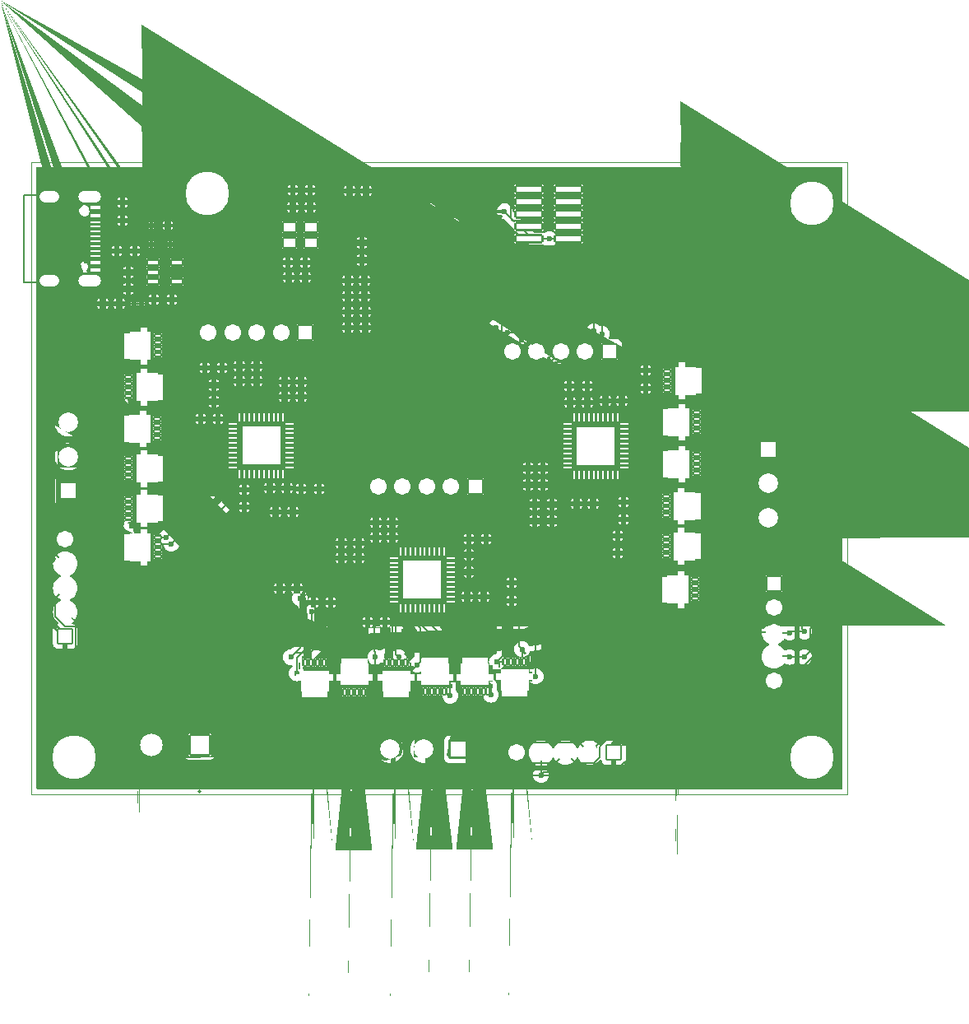
<source format=gbp>
G04 #@! TF.GenerationSoftware,KiCad,Pcbnew,8.0.6*
G04 #@! TF.CreationDate,2024-12-18T16:54:38+02:00*
G04 #@! TF.ProjectId,Wheelbase,57686565-6c62-4617-9365-2e6b69636164,rev?*
G04 #@! TF.SameCoordinates,Original*
G04 #@! TF.FileFunction,Paste,Bot*
G04 #@! TF.FilePolarity,Positive*
%FSLAX46Y46*%
G04 Gerber Fmt 4.6, Leading zero omitted, Abs format (unit mm)*
G04 Created by KiCad (PCBNEW 8.0.6) date 2024-12-18 16:54:38*
%MOMM*%
%LPD*%
G01*
G04 APERTURE LIST*
G04 Aperture macros list*
%AMRoundRect*
0 Rectangle with rounded corners*
0 $1 Rounding radius*
0 $2 $3 $4 $5 $6 $7 $8 $9 X,Y pos of 4 corners*
0 Add a 4 corners polygon primitive as box body*
4,1,4,$2,$3,$4,$5,$6,$7,$8,$9,$2,$3,0*
0 Add four circle primitives for the rounded corners*
1,1,$1+$1,$2,$3*
1,1,$1+$1,$4,$5*
1,1,$1+$1,$6,$7*
1,1,$1+$1,$8,$9*
0 Add four rect primitives between the rounded corners*
20,1,$1+$1,$2,$3,$4,$5,0*
20,1,$1+$1,$4,$5,$6,$7,0*
20,1,$1+$1,$6,$7,$8,$9,0*
20,1,$1+$1,$8,$9,$2,$3,0*%
%AMFreePoly0*
4,1,61,0.203536,1.753536,0.205000,1.750000,0.205000,1.305000,1.300000,1.305000,1.303536,1.303536,1.305000,1.300000,1.305000,1.190000,1.850000,1.190000,1.853536,1.188536,1.855000,1.185000,1.855000,0.765000,1.853536,0.761464,1.850000,0.760000,1.305000,0.760000,1.305000,0.540000,1.850000,0.540000,1.853536,0.538536,1.855000,0.535000,1.855000,0.115000,1.853536,0.111464,
1.850000,0.110000,1.305000,0.110000,1.305000,-0.110000,1.850000,-0.110000,1.853536,-0.111464,1.855000,-0.115000,1.855000,-0.535000,1.853536,-0.538536,1.850000,-0.540000,1.305000,-0.540000,1.305000,-0.760000,1.850000,-0.760000,1.853536,-0.761464,1.855000,-0.765000,1.855000,-1.185000,1.853536,-1.188536,1.850000,-1.190000,1.305000,-1.190000,1.305000,-1.300000,1.303536,-1.303536,
1.300000,-1.305000,0.205000,-1.305000,0.205000,-1.750000,0.203536,-1.753536,0.200000,-1.755000,-0.200000,-1.755000,-0.203536,-1.753536,-0.205000,-1.750000,-0.205000,-1.305000,-0.600000,-1.305000,-0.603536,-1.303536,-0.605000,-1.300000,-0.605000,1.300000,-0.603536,1.303536,-0.600000,1.305000,-0.205000,1.305000,-0.205000,1.750000,-0.203536,1.753536,-0.200000,1.755000,0.200000,1.755000,
0.203536,1.753536,0.203536,1.753536,$1*%
G04 Aperture macros list end*
G04 #@! TA.AperFunction,ComponentPad*
%ADD10C,0.700000*%
G04 #@! TD*
G04 #@! TA.AperFunction,ComponentPad*
%ADD11C,4.400000*%
G04 #@! TD*
G04 #@! TA.AperFunction,ComponentPad*
%ADD12O,1.850000X1.050000*%
G04 #@! TD*
G04 #@! TA.AperFunction,ComponentPad*
%ADD13O,2.150000X1.050000*%
G04 #@! TD*
G04 #@! TA.AperFunction,ComponentPad*
%ADD14R,1.508000X1.508000*%
G04 #@! TD*
G04 #@! TA.AperFunction,ComponentPad*
%ADD15C,1.508000*%
G04 #@! TD*
G04 #@! TA.AperFunction,ComponentPad*
%ADD16R,2.100000X2.100000*%
G04 #@! TD*
G04 #@! TA.AperFunction,ComponentPad*
%ADD17C,2.100000*%
G04 #@! TD*
G04 #@! TA.AperFunction,ComponentPad*
%ADD18R,1.800000X1.800000*%
G04 #@! TD*
G04 #@! TA.AperFunction,ComponentPad*
%ADD19C,1.800000*%
G04 #@! TD*
G04 #@! TA.AperFunction,ViaPad*
%ADD20C,0.600000*%
G04 #@! TD*
G04 #@! TA.AperFunction,Conductor*
%ADD21C,0.200000*%
G04 #@! TD*
%ADD22C,0.800000*%
%ADD23C,4.500000*%
%ADD24O,2.054000X1.254000*%
%ADD25O,2.354000X1.254000*%
%ADD26C,0.750000*%
%ADD27RoundRect,0.102000X-0.754000X0.754000X-0.754000X-0.754000X0.754000X-0.754000X0.754000X0.754000X0*%
%ADD28C,1.712000*%
%ADD29RoundRect,0.102000X-0.754000X-0.754000X0.754000X-0.754000X0.754000X0.754000X-0.754000X0.754000X0*%
%ADD30RoundRect,0.102000X0.754000X-0.754000X0.754000X0.754000X-0.754000X0.754000X-0.754000X-0.754000X0*%
%ADD31RoundRect,0.102000X1.050000X1.050000X-1.050000X1.050000X-1.050000X-1.050000X1.050000X-1.050000X0*%
%ADD32C,2.304000*%
%ADD33RoundRect,0.102000X0.900000X0.900000X-0.900000X0.900000X-0.900000X-0.900000X0.900000X-0.900000X0*%
%ADD34C,2.004000*%
%ADD35RoundRect,0.102000X0.900000X-0.900000X0.900000X0.900000X-0.900000X0.900000X-0.900000X-0.900000X0*%
%ADD36RoundRect,0.102000X-0.900000X0.900000X-0.900000X-0.900000X0.900000X-0.900000X0.900000X0.900000X0*%
G04 #@! TA.AperFunction,SMDPad,CuDef*
%ADD37R,1.150000X0.300000*%
G04 #@! TD*
G04 #@! TA.AperFunction,SMDPad,CuDef*
%ADD38R,1.150000X0.600000*%
G04 #@! TD*
G04 #@! TA.AperFunction,SMDPad,CuDef*
%ADD39RoundRect,0.237500X0.300000X0.237500X-0.300000X0.237500X-0.300000X-0.237500X0.300000X-0.237500X0*%
G04 #@! TD*
G04 #@! TA.AperFunction,SMDPad,CuDef*
%ADD40R,0.700000X0.420000*%
G04 #@! TD*
G04 #@! TA.AperFunction,SMDPad,CuDef*
%ADD41FreePoly0,180.000000*%
G04 #@! TD*
G04 #@! TA.AperFunction,SMDPad,CuDef*
%ADD42FreePoly0,0.000000*%
G04 #@! TD*
G04 #@! TA.AperFunction,SMDPad,CuDef*
%ADD43RoundRect,0.237500X-0.250000X-0.237500X0.250000X-0.237500X0.250000X0.237500X-0.250000X0.237500X0*%
G04 #@! TD*
G04 #@! TA.AperFunction,SMDPad,CuDef*
%ADD44RoundRect,0.237500X0.237500X-0.250000X0.237500X0.250000X-0.237500X0.250000X-0.237500X-0.250000X0*%
G04 #@! TD*
G04 #@! TA.AperFunction,SMDPad,CuDef*
%ADD45R,1.250000X0.600000*%
G04 #@! TD*
G04 #@! TA.AperFunction,SMDPad,CuDef*
%ADD46RoundRect,0.237500X-0.300000X-0.237500X0.300000X-0.237500X0.300000X0.237500X-0.300000X0.237500X0*%
G04 #@! TD*
G04 #@! TA.AperFunction,SMDPad,CuDef*
%ADD47R,1.400000X1.000000*%
G04 #@! TD*
G04 #@! TA.AperFunction,SMDPad,CuDef*
%ADD48RoundRect,0.237500X0.250000X0.237500X-0.250000X0.237500X-0.250000X-0.237500X0.250000X-0.237500X0*%
G04 #@! TD*
G04 #@! TA.AperFunction,SMDPad,CuDef*
%ADD49RoundRect,0.237500X0.237500X-0.300000X0.237500X0.300000X-0.237500X0.300000X-0.237500X-0.300000X0*%
G04 #@! TD*
G04 #@! TA.AperFunction,SMDPad,CuDef*
%ADD50RoundRect,0.237500X-0.237500X0.300000X-0.237500X-0.300000X0.237500X-0.300000X0.237500X0.300000X0*%
G04 #@! TD*
G04 #@! TA.AperFunction,SMDPad,CuDef*
%ADD51RoundRect,0.237500X-0.237500X0.250000X-0.237500X-0.250000X0.237500X-0.250000X0.237500X0.250000X0*%
G04 #@! TD*
G04 #@! TA.AperFunction,SMDPad,CuDef*
%ADD52RoundRect,0.237500X-0.287500X-0.237500X0.287500X-0.237500X0.287500X0.237500X-0.287500X0.237500X0*%
G04 #@! TD*
G04 #@! TA.AperFunction,SMDPad,CuDef*
%ADD53R,0.420000X0.700000*%
G04 #@! TD*
G04 #@! TA.AperFunction,SMDPad,CuDef*
%ADD54FreePoly0,270.000000*%
G04 #@! TD*
G04 #@! TA.AperFunction,SMDPad,CuDef*
%ADD55FreePoly0,90.000000*%
G04 #@! TD*
G04 #@! TA.AperFunction,SMDPad,CuDef*
%ADD56RoundRect,0.075000X-0.700000X-0.075000X0.700000X-0.075000X0.700000X0.075000X-0.700000X0.075000X0*%
G04 #@! TD*
G04 #@! TA.AperFunction,SMDPad,CuDef*
%ADD57RoundRect,0.075000X-0.075000X-0.700000X0.075000X-0.700000X0.075000X0.700000X-0.075000X0.700000X0*%
G04 #@! TD*
G04 #@! TA.AperFunction,SMDPad,CuDef*
%ADD58RoundRect,0.237500X0.237500X-0.287500X0.237500X0.287500X-0.237500X0.287500X-0.237500X-0.287500X0*%
G04 #@! TD*
G04 #@! TA.AperFunction,SMDPad,CuDef*
%ADD59RoundRect,0.030000X0.090000X-0.400000X0.090000X0.400000X-0.090000X0.400000X-0.090000X-0.400000X0*%
G04 #@! TD*
G04 #@! TA.AperFunction,SMDPad,CuDef*
%ADD60RoundRect,0.030000X0.400000X-0.090000X0.400000X0.090000X-0.400000X0.090000X-0.400000X-0.090000X0*%
G04 #@! TD*
G04 #@! TA.AperFunction,SMDPad,CuDef*
%ADD61R,4.150000X4.150000*%
G04 #@! TD*
G04 #@! TA.AperFunction,SMDPad,CuDef*
%ADD62RoundRect,0.237500X0.287500X0.237500X-0.287500X0.237500X-0.287500X-0.237500X0.287500X-0.237500X0*%
G04 #@! TD*
G04 #@! TA.AperFunction,SMDPad,CuDef*
%ADD63RoundRect,0.030000X-0.400000X-0.090000X0.400000X-0.090000X0.400000X0.090000X-0.400000X0.090000X0*%
G04 #@! TD*
G04 #@! TA.AperFunction,SMDPad,CuDef*
%ADD64RoundRect,0.030000X-0.090000X-0.400000X0.090000X-0.400000X0.090000X0.400000X-0.090000X0.400000X0*%
G04 #@! TD*
G04 #@! TA.AperFunction,SMDPad,CuDef*
%ADD65RoundRect,0.030000X-0.090000X0.400000X-0.090000X-0.400000X0.090000X-0.400000X0.090000X0.400000X0*%
G04 #@! TD*
G04 #@! TA.AperFunction,SMDPad,CuDef*
%ADD66RoundRect,0.030000X-0.400000X0.090000X-0.400000X-0.090000X0.400000X-0.090000X0.400000X0.090000X0*%
G04 #@! TD*
G04 #@! TA.AperFunction,SMDPad,CuDef*
%ADD67RoundRect,0.175000X-0.325000X0.175000X-0.325000X-0.175000X0.325000X-0.175000X0.325000X0.175000X0*%
G04 #@! TD*
G04 #@! TA.AperFunction,SMDPad,CuDef*
%ADD68RoundRect,0.150000X-0.150000X0.200000X-0.150000X-0.200000X0.150000X-0.200000X0.150000X0.200000X0*%
G04 #@! TD*
G04 #@! TA.AperFunction,SMDPad,CuDef*
%ADD69RoundRect,0.100000X0.217500X0.100000X-0.217500X0.100000X-0.217500X-0.100000X0.217500X-0.100000X0*%
G04 #@! TD*
G04 #@! TA.AperFunction,SMDPad,CuDef*
%ADD70R,2.790000X0.740000*%
G04 #@! TD*
G04 #@! TA.AperFunction,Conductor*
%ADD71C,0.500000*%
G04 #@! TD*
G04 #@! TA.AperFunction,Conductor*
%ADD72C,0.400000*%
G04 #@! TD*
%ADD73C,0.010000*%
%ADD74RoundRect,0.102000X-0.575000X0.150000X-0.575000X-0.150000X0.575000X-0.150000X0.575000X0.150000X0*%
%ADD75RoundRect,0.102000X-0.575000X0.300000X-0.575000X-0.300000X0.575000X-0.300000X0.575000X0.300000X0*%
%ADD76RoundRect,0.262500X0.325000X0.262500X-0.325000X0.262500X-0.325000X-0.262500X0.325000X-0.262500X0*%
%ADD77RoundRect,0.102000X0.350000X0.210000X-0.350000X0.210000X-0.350000X-0.210000X0.350000X-0.210000X0*%
%ADD78RoundRect,0.102000X-0.350000X-0.210000X0.350000X-0.210000X0.350000X0.210000X-0.350000X0.210000X0*%
%ADD79RoundRect,0.262500X-0.275000X-0.262500X0.275000X-0.262500X0.275000X0.262500X-0.275000X0.262500X0*%
%ADD80RoundRect,0.262500X0.262500X-0.275000X0.262500X0.275000X-0.262500X0.275000X-0.262500X-0.275000X0*%
%ADD81RoundRect,0.102000X-0.625000X-0.300000X0.625000X-0.300000X0.625000X0.300000X-0.625000X0.300000X0*%
%ADD82RoundRect,0.262500X-0.325000X-0.262500X0.325000X-0.262500X0.325000X0.262500X-0.325000X0.262500X0*%
%ADD83RoundRect,0.102000X0.700000X0.500000X-0.700000X0.500000X-0.700000X-0.500000X0.700000X-0.500000X0*%
%ADD84RoundRect,0.262500X0.275000X0.262500X-0.275000X0.262500X-0.275000X-0.262500X0.275000X-0.262500X0*%
%ADD85RoundRect,0.262500X0.262500X-0.325000X0.262500X0.325000X-0.262500X0.325000X-0.262500X-0.325000X0*%
%ADD86RoundRect,0.262500X-0.262500X0.325000X-0.262500X-0.325000X0.262500X-0.325000X0.262500X0.325000X0*%
%ADD87RoundRect,0.262500X-0.262500X0.275000X-0.262500X-0.275000X0.262500X-0.275000X0.262500X0.275000X0*%
%ADD88RoundRect,0.262500X-0.312500X-0.262500X0.312500X-0.262500X0.312500X0.262500X-0.312500X0.262500X0*%
%ADD89RoundRect,0.102000X-0.210000X0.350000X-0.210000X-0.350000X0.210000X-0.350000X0.210000X0.350000X0*%
%ADD90RoundRect,0.102000X0.210000X-0.350000X0.210000X0.350000X-0.210000X0.350000X-0.210000X-0.350000X0*%
%ADD91RoundRect,0.100000X-0.725000X-0.100000X0.725000X-0.100000X0.725000X0.100000X-0.725000X0.100000X0*%
%ADD92RoundRect,0.100000X-0.100000X-0.725000X0.100000X-0.725000X0.100000X0.725000X-0.100000X0.725000X0*%
%ADD93RoundRect,0.262500X0.262500X-0.312500X0.262500X0.312500X-0.262500X0.312500X-0.262500X-0.312500X0*%
%ADD94RoundRect,0.055500X0.166500X-0.476500X0.166500X0.476500X-0.166500X0.476500X-0.166500X-0.476500X0*%
%ADD95RoundRect,0.055500X0.476500X-0.166500X0.476500X0.166500X-0.476500X0.166500X-0.476500X-0.166500X0*%
%ADD96RoundRect,0.102000X2.075000X-2.075000X2.075000X2.075000X-2.075000X2.075000X-2.075000X-2.075000X0*%
%ADD97RoundRect,0.262500X0.312500X0.262500X-0.312500X0.262500X-0.312500X-0.262500X0.312500X-0.262500X0*%
%ADD98RoundRect,0.055500X-0.476500X-0.166500X0.476500X-0.166500X0.476500X0.166500X-0.476500X0.166500X0*%
%ADD99RoundRect,0.055500X-0.166500X-0.476500X0.166500X-0.476500X0.166500X0.476500X-0.166500X0.476500X0*%
%ADD100RoundRect,0.102000X-2.075000X-2.075000X2.075000X-2.075000X2.075000X2.075000X-2.075000X2.075000X0*%
%ADD101RoundRect,0.055500X-0.166500X0.476500X-0.166500X-0.476500X0.166500X-0.476500X0.166500X0.476500X0*%
%ADD102RoundRect,0.055500X-0.476500X0.166500X-0.476500X-0.166500X0.476500X-0.166500X0.476500X0.166500X0*%
%ADD103RoundRect,0.102000X-2.075000X2.075000X-2.075000X-2.075000X2.075000X-2.075000X2.075000X2.075000X0*%
%ADD104RoundRect,0.200000X-0.350000X0.200000X-0.350000X-0.200000X0.350000X-0.200000X0.350000X0.200000X0*%
%ADD105RoundRect,0.175000X-0.175000X0.225000X-0.175000X-0.225000X0.175000X-0.225000X0.175000X0.225000X0*%
%ADD106RoundRect,0.125000X0.242500X0.125000X-0.242500X0.125000X-0.242500X-0.125000X0.242500X-0.125000X0*%
%ADD107RoundRect,0.102000X1.395000X-0.370000X1.395000X0.370000X-1.395000X0.370000X-1.395000X-0.370000X0*%
%ADD108R,1.150000X0.300000*%
%ADD109R,1.150000X0.600000*%
%ADD110RoundRect,0.237500X0.300000X0.237500X-0.300000X0.237500X-0.300000X-0.237500X0.300000X-0.237500X0*%
%ADD111R,0.700000X0.420000*%
%ADD112RoundRect,0.237500X-0.250000X-0.237500X0.250000X-0.237500X0.250000X0.237500X-0.250000X0.237500X0*%
%ADD113RoundRect,0.237500X0.237500X-0.250000X0.237500X0.250000X-0.237500X0.250000X-0.237500X-0.250000X0*%
%ADD114R,1.250000X0.600000*%
%ADD115RoundRect,0.237500X-0.300000X-0.237500X0.300000X-0.237500X0.300000X0.237500X-0.300000X0.237500X0*%
%ADD116R,1.400000X1.000000*%
%ADD117RoundRect,0.237500X0.250000X0.237500X-0.250000X0.237500X-0.250000X-0.237500X0.250000X-0.237500X0*%
%ADD118RoundRect,0.237500X0.237500X-0.300000X0.237500X0.300000X-0.237500X0.300000X-0.237500X-0.300000X0*%
%ADD119RoundRect,0.237500X-0.237500X0.300000X-0.237500X-0.300000X0.237500X-0.300000X0.237500X0.300000X0*%
%ADD120RoundRect,0.237500X-0.237500X0.250000X-0.237500X-0.250000X0.237500X-0.250000X0.237500X0.250000X0*%
%ADD121RoundRect,0.237500X-0.287500X-0.237500X0.287500X-0.237500X0.287500X0.237500X-0.287500X0.237500X0*%
%ADD122R,0.420000X0.700000*%
%ADD123RoundRect,0.075000X-0.700000X-0.075000X0.700000X-0.075000X0.700000X0.075000X-0.700000X0.075000X0*%
%ADD124RoundRect,0.075000X-0.075000X-0.700000X0.075000X-0.700000X0.075000X0.700000X-0.075000X0.700000X0*%
%ADD125RoundRect,0.237500X0.237500X-0.287500X0.237500X0.287500X-0.237500X0.287500X-0.237500X-0.287500X0*%
%ADD126RoundRect,0.030000X0.090000X-0.400000X0.090000X0.400000X-0.090000X0.400000X-0.090000X-0.400000X0*%
%ADD127RoundRect,0.030000X0.400000X-0.090000X0.400000X0.090000X-0.400000X0.090000X-0.400000X-0.090000X0*%
%ADD128RoundRect,0.237500X0.287500X0.237500X-0.287500X0.237500X-0.287500X-0.237500X0.287500X-0.237500X0*%
%ADD129RoundRect,0.030000X-0.400000X-0.090000X0.400000X-0.090000X0.400000X0.090000X-0.400000X0.090000X0*%
%ADD130RoundRect,0.030000X-0.090000X-0.400000X0.090000X-0.400000X0.090000X0.400000X-0.090000X0.400000X0*%
%ADD131RoundRect,0.030000X-0.090000X0.400000X-0.090000X-0.400000X0.090000X-0.400000X0.090000X0.400000X0*%
%ADD132RoundRect,0.030000X-0.400000X0.090000X-0.400000X-0.090000X0.400000X-0.090000X0.400000X0.090000X0*%
%ADD133RoundRect,0.175000X-0.325000X0.175000X-0.325000X-0.175000X0.325000X-0.175000X0.325000X0.175000X0*%
%ADD134RoundRect,0.150000X-0.150000X0.200000X-0.150000X-0.200000X0.150000X-0.200000X0.150000X0.200000X0*%
%ADD135RoundRect,0.090000X0.139000X0.090000X-0.139000X0.090000X-0.139000X-0.090000X0.139000X-0.090000X0*%
%ADD136R,2.790000X0.740000*%
%ADD137C,0.100000*%
%ADD138C,0.150000*%
%ADD139C,0.127000*%
%ADD140C,0.120000*%
%ADD141C,0.200000*%
G04 #@! TA.AperFunction,Profile*
%ADD142C,0.050000*%
G04 #@! TD*
G04 APERTURE END LIST*
D10*
X115383274Y-126983274D03*
X115866548Y-125816548D03*
X115866548Y-128150000D03*
X117033274Y-125333274D03*
D11*
X117033274Y-126983274D03*
D10*
X117033274Y-128633274D03*
X118200000Y-125816548D03*
X118200000Y-128150000D03*
X118683274Y-126983274D03*
D12*
X114475000Y-77970000D03*
X114475000Y-69330000D03*
D13*
X118655000Y-77970000D03*
X118655000Y-69330000D03*
D14*
X116150000Y-114550000D03*
D15*
X116150000Y-112050000D03*
X116150000Y-109550000D03*
X116150000Y-107050000D03*
X116150000Y-104550000D03*
D14*
X158375000Y-99150000D03*
D15*
X155875000Y-99150000D03*
X153375000Y-99150000D03*
X150875000Y-99150000D03*
X148375000Y-99150000D03*
D14*
X189075000Y-109100000D03*
D15*
X189075000Y-111600000D03*
X189075000Y-114100000D03*
X189075000Y-116600000D03*
X189075000Y-119100000D03*
D16*
X129975000Y-125687500D03*
D17*
X124975000Y-125687500D03*
D10*
X129150000Y-69000000D03*
X129633274Y-67833274D03*
X129633274Y-70166726D03*
X130800000Y-67350000D03*
D11*
X130800000Y-69000000D03*
D10*
X130800000Y-70650000D03*
X131966726Y-67833274D03*
X131966726Y-70166726D03*
X132450000Y-69000000D03*
D14*
X172175000Y-85250000D03*
D15*
X169675000Y-85250000D03*
X167175000Y-85250000D03*
X164675000Y-85250000D03*
X162175000Y-85250000D03*
D18*
X156575000Y-126150000D03*
D19*
X153075000Y-126150000D03*
X149575000Y-126150000D03*
D18*
X116475000Y-99550000D03*
D19*
X116475000Y-96050000D03*
X116475000Y-92550000D03*
D18*
X188510000Y-95305000D03*
D19*
X188510000Y-98805000D03*
X188510000Y-102305000D03*
D10*
X191350000Y-70000000D03*
X191833274Y-68833274D03*
X191833274Y-71166726D03*
X193000000Y-68350000D03*
D11*
X193000000Y-70000000D03*
D10*
X193000000Y-71650000D03*
X194166726Y-68833274D03*
X194166726Y-71166726D03*
X194650000Y-70000000D03*
D14*
X172625000Y-126500000D03*
D15*
X170125000Y-126500000D03*
X167625000Y-126500000D03*
X165125000Y-126500000D03*
X162625000Y-126500000D03*
D14*
X140875000Y-83325000D03*
D15*
X138375000Y-83325000D03*
X135875000Y-83325000D03*
X133375000Y-83325000D03*
X130875000Y-83325000D03*
D10*
X191350000Y-127000000D03*
X191833274Y-125833274D03*
X191833274Y-128166726D03*
X193000000Y-125350000D03*
D11*
X193000000Y-127000000D03*
D10*
X193000000Y-128650000D03*
X194166726Y-125833274D03*
X194166726Y-128166726D03*
X194650000Y-127000000D03*
D20*
X132325000Y-86375000D03*
X127950000Y-85475000D03*
X184054575Y-87062146D03*
X173375000Y-86875000D03*
X195175000Y-97450000D03*
X190375000Y-104100000D03*
X126425000Y-127250000D03*
X114050000Y-66975000D03*
X154550000Y-77300000D03*
X159125612Y-71425000D03*
X159275000Y-110950000D03*
X144599265Y-81025735D03*
X137175000Y-82350000D03*
X166975000Y-87350000D03*
X143975000Y-106450000D03*
X126475000Y-68050000D03*
X186275000Y-79250000D03*
X170743621Y-89792160D03*
X163975000Y-102750000D03*
X187675000Y-90250000D03*
X121375000Y-77050000D03*
X180875000Y-127950000D03*
X173375000Y-89650000D03*
X169675000Y-72450000D03*
X152675000Y-78950000D03*
X146975000Y-96250000D03*
X144675000Y-79550000D03*
X141475000Y-77650000D03*
X169475000Y-68550000D03*
X143275000Y-97850000D03*
X138575000Y-71550000D03*
X182409814Y-119484641D03*
X151060000Y-104850000D03*
X156475000Y-111850000D03*
X143075000Y-103150000D03*
X147975000Y-94250000D03*
X119975000Y-76850000D03*
X138975000Y-70550000D03*
X159175000Y-127350000D03*
X143875000Y-112950000D03*
X142775000Y-69950000D03*
X157775000Y-96750000D03*
X161675000Y-68550000D03*
X158175000Y-100850000D03*
X173840000Y-97550000D03*
X114975000Y-103050000D03*
X126675000Y-71650000D03*
X157975000Y-81424388D03*
X150411269Y-111566000D03*
X172350000Y-129700000D03*
X123970000Y-74750000D03*
X181800000Y-84150000D03*
X138175000Y-117750000D03*
X143075000Y-73950000D03*
X158650000Y-108104341D03*
X169000000Y-78700000D03*
X140475000Y-96550000D03*
X144615904Y-78090904D03*
X148541143Y-79298315D03*
X172875000Y-102550000D03*
X149875000Y-111250000D03*
X136375000Y-101750000D03*
X158875000Y-73450000D03*
X118249265Y-118375735D03*
X194075000Y-121450000D03*
X136736391Y-71781287D03*
X133275000Y-92250000D03*
X137575000Y-74450000D03*
X141075000Y-111050000D03*
X173675000Y-84450000D03*
X130375000Y-106750000D03*
X166175000Y-103450000D03*
X160775000Y-111050000D03*
X161575000Y-80650000D03*
X119575000Y-82050000D03*
X114775000Y-117950000D03*
X143875000Y-105150000D03*
X161875000Y-94150000D03*
X147375000Y-75650000D03*
X163833099Y-98280000D03*
X151363372Y-81351784D03*
X123175000Y-78850000D03*
X157575000Y-83350000D03*
X168975000Y-83250000D03*
X160775000Y-95750000D03*
X141375000Y-74850000D03*
X173475000Y-124650000D03*
X157775000Y-94050000D03*
X147975000Y-86850000D03*
X173375000Y-97950000D03*
X120000183Y-70494038D03*
X161907413Y-75403332D03*
X144475000Y-96050000D03*
X138775000Y-68850000D03*
X121475000Y-98750000D03*
X132575000Y-91950000D03*
X166575000Y-91250000D03*
X151375000Y-67750000D03*
X128075000Y-74050000D03*
X119975000Y-79750000D03*
X162675000Y-109050000D03*
X183875000Y-92350000D03*
X155775000Y-81750000D03*
X134975000Y-101250000D03*
X193275000Y-74250000D03*
X166975000Y-96805000D03*
X123515166Y-72039339D03*
X148175000Y-82050000D03*
X139575000Y-98050000D03*
X168075000Y-116050000D03*
X175375000Y-114550000D03*
X169575000Y-71150000D03*
X133675000Y-91806000D03*
X140146256Y-92316442D03*
X115275000Y-85350000D03*
X161575000Y-98750000D03*
X115275000Y-90250000D03*
X134675000Y-102750000D03*
X124475000Y-77150000D03*
X162975000Y-100850000D03*
X160275000Y-90750000D03*
X143275000Y-100250000D03*
X140275000Y-101750000D03*
X155575000Y-111650000D03*
X176375000Y-87150000D03*
X147275000Y-72050000D03*
X113675000Y-83350000D03*
X142775000Y-94350000D03*
X138975000Y-87650000D03*
X165775000Y-94850000D03*
X166750000Y-79800000D03*
X155981814Y-105544351D03*
X114275000Y-129250000D03*
X173775000Y-92450000D03*
X155975000Y-95950000D03*
X161875000Y-87350000D03*
X122875000Y-69850000D03*
X187375000Y-124250000D03*
X170675000Y-102350000D03*
X121575000Y-91150000D03*
X144275000Y-92050000D03*
X169675000Y-87150000D03*
X145875000Y-126650000D03*
X141675000Y-85350000D03*
X145775000Y-95450000D03*
X137175000Y-100250000D03*
X141775000Y-88150000D03*
X181375000Y-73050000D03*
X118175000Y-79350000D03*
X153975000Y-81750000D03*
X147575000Y-102650000D03*
X134800000Y-88249313D03*
X160075000Y-98650000D03*
X173575000Y-105950000D03*
X139675000Y-85450000D03*
X133975000Y-126550000D03*
X146675000Y-113150000D03*
X144575000Y-82750000D03*
X133375000Y-97450000D03*
X118675000Y-106950000D03*
X136075000Y-85650000D03*
X192875000Y-84150000D03*
X155675000Y-74050000D03*
X134075000Y-86150000D03*
X154075000Y-75150000D03*
X175175000Y-68250000D03*
X152875000Y-67810648D03*
X130075000Y-77650000D03*
X147815294Y-76278291D03*
X187275000Y-113063418D03*
X190725000Y-114150000D03*
X192225000Y-114050000D03*
X171405331Y-83419669D03*
X144300919Y-96775919D03*
X171033834Y-86320392D03*
X145461581Y-97736581D03*
X167075000Y-91950000D03*
X161625000Y-97200000D03*
X192225000Y-116650000D03*
X190725000Y-116650000D03*
X161682800Y-83250000D03*
X163143312Y-84018312D03*
X160482800Y-82750000D03*
X164075000Y-86650000D03*
X145025000Y-91400000D03*
X146135661Y-90389338D03*
X190725000Y-111650000D03*
X192575000Y-111650000D03*
X137975000Y-73250000D03*
X156100000Y-72325000D03*
X163502000Y-94674473D03*
X155075000Y-97750000D03*
X156775000Y-94166023D03*
X146211581Y-96986581D03*
X155075000Y-96550000D03*
X162002000Y-95850000D03*
X141794000Y-91673272D03*
X155075000Y-96550000D03*
X145200919Y-95875919D03*
X143428026Y-93803026D03*
X165125000Y-128802000D03*
X142425000Y-88800000D03*
X145875000Y-87250000D03*
X158975000Y-94166023D03*
X156475000Y-97850000D03*
X138075000Y-72450000D03*
X154475000Y-72450000D03*
X168457276Y-86306836D03*
X151475000Y-74450000D03*
X150275000Y-74350000D03*
X159344588Y-79438903D03*
X170575000Y-83150000D03*
X161817665Y-78984865D03*
X155775000Y-94166023D03*
X154208114Y-98212747D03*
X161375000Y-70812500D03*
X165975000Y-73650000D03*
X149775000Y-70250000D03*
X153628000Y-70803000D03*
X151375000Y-70750000D03*
X152675000Y-95450000D03*
X143675000Y-90150000D03*
X144885661Y-89139339D03*
X144325000Y-90700000D03*
X145675000Y-89650000D03*
X144169511Y-88355489D03*
X142994000Y-89450000D03*
X152160000Y-112965000D03*
X152360000Y-117450000D03*
X141564000Y-112025000D03*
X139975000Y-118350000D03*
X164575000Y-118650000D03*
X163675000Y-112750000D03*
X130575000Y-97450000D03*
X123675000Y-103650000D03*
X125775000Y-91150000D03*
X135575000Y-90950000D03*
X125075000Y-94950000D03*
X130475000Y-94750000D03*
X182910000Y-96105000D03*
X175010000Y-96005000D03*
X174610000Y-106405000D03*
X178510000Y-107105000D03*
X174610000Y-107254000D03*
X181210000Y-107905000D03*
X174410000Y-104305000D03*
X177510000Y-103605000D03*
X174610000Y-105305000D03*
X177364000Y-106168000D03*
X174616000Y-95105000D03*
X182110000Y-95505000D03*
X174410000Y-100505000D03*
X177510000Y-99605000D03*
X177610000Y-102605000D03*
X175010000Y-101905000D03*
X123060000Y-89886100D03*
X135690000Y-90077000D03*
X134250000Y-90279000D03*
X132900000Y-88350000D03*
X129975000Y-89750000D03*
X128875000Y-87300000D03*
X123175000Y-98950000D03*
X130575000Y-95650000D03*
X126375000Y-93050000D03*
X130675000Y-93150000D03*
X130475000Y-93950000D03*
X125252000Y-92116200D03*
X130575000Y-96450000D03*
X122975000Y-103150000D03*
X133075000Y-99250000D03*
X127075000Y-105025000D03*
X126575000Y-104350000D03*
X130975000Y-98150000D03*
X147075000Y-111200000D03*
X148075000Y-116650000D03*
X140309211Y-110624883D03*
X149002000Y-110853000D03*
X146475000Y-110609702D03*
X139375050Y-116678697D03*
X140763138Y-116841939D03*
X142675000Y-112650000D03*
X155775000Y-120650000D03*
X152951000Y-112774000D03*
X150491000Y-112766000D03*
X150475000Y-116650000D03*
X151366000Y-113064000D03*
X149200000Y-116550000D03*
X159975000Y-120550000D03*
X153769000Y-113056000D03*
X163175000Y-115850000D03*
X162875000Y-112550000D03*
X161175000Y-112450000D03*
X160575000Y-117150000D03*
X188950000Y-129050000D03*
D21*
X132900000Y-88350000D02*
X133075000Y-88525000D01*
X133075000Y-88525000D02*
X133075000Y-89104000D01*
X133075000Y-89104000D02*
X134250000Y-90279000D01*
X128875000Y-87300000D02*
X129975000Y-88400000D01*
X129975000Y-88400000D02*
X129975000Y-89750000D01*
X192225000Y-114050000D02*
X190825000Y-114050000D01*
X190825000Y-114050000D02*
X190725000Y-114150000D01*
X144500919Y-96775919D02*
X145461581Y-97736581D01*
X171033834Y-83791166D02*
X171033834Y-86320392D01*
X161625000Y-97200000D02*
X161825000Y-97200000D01*
X144300919Y-96775919D02*
X144500919Y-96775919D01*
X171405331Y-83419669D02*
X171033834Y-83791166D01*
X190725000Y-116650000D02*
X192225000Y-116650000D01*
X164075000Y-86650000D02*
X163621000Y-86196000D01*
X161682800Y-83250000D02*
X160982800Y-83250000D01*
X160982800Y-83250000D02*
X160482800Y-82750000D01*
X163621000Y-86196000D02*
X163621000Y-84496000D01*
X163621000Y-84496000D02*
X163143312Y-84018312D01*
X145025000Y-91400000D02*
X145124999Y-91400000D01*
X145124999Y-91400000D02*
X146135661Y-90389338D01*
X192575000Y-111650000D02*
X190725000Y-111650000D01*
X155175000Y-73250000D02*
X137975000Y-73250000D01*
X156100000Y-72325000D02*
X155175000Y-73250000D01*
X141794000Y-91673272D02*
X141794000Y-92169000D01*
X162326473Y-95850000D02*
X163502000Y-94674473D01*
X155075000Y-97750000D02*
X155075000Y-96550000D01*
X162002000Y-95850000D02*
X162326473Y-95850000D01*
X146211581Y-96886581D02*
X145200919Y-95875919D01*
X155075000Y-95866023D02*
X155075000Y-96550000D01*
X146211581Y-96986581D02*
X146211581Y-96886581D01*
X141794000Y-92169000D02*
X143428026Y-93803026D01*
X156775000Y-94166023D02*
X155075000Y-95866023D01*
X165125000Y-128802000D02*
X165125000Y-126500000D01*
X143875000Y-87350000D02*
X145775000Y-87350000D01*
X145775000Y-87350000D02*
X145875000Y-87250000D01*
X142425000Y-88800000D02*
X143875000Y-87350000D01*
X156475000Y-96666023D02*
X156475000Y-97850000D01*
X158975000Y-94166023D02*
X156475000Y-96666023D01*
X138075000Y-72450000D02*
X154475000Y-72450000D01*
X170284418Y-83150000D02*
X168457276Y-84977142D01*
X159463903Y-79438903D02*
X159344588Y-79438903D01*
X159802806Y-79100000D02*
X159463903Y-79438903D01*
X151475000Y-74450000D02*
X150375000Y-74450000D01*
X161702530Y-79100000D02*
X159802806Y-79100000D01*
X168457276Y-84977142D02*
X168457276Y-86306836D01*
X170575000Y-83150000D02*
X170284418Y-83150000D01*
X161817665Y-78984865D02*
X161702530Y-79100000D01*
X150375000Y-74450000D02*
X150275000Y-74350000D01*
X155775000Y-94650000D02*
X154475000Y-95950000D01*
X155775000Y-94166023D02*
X155775000Y-94650000D01*
X154475000Y-95950000D02*
X154208114Y-96216886D01*
X154208114Y-96216886D02*
X154208114Y-98212747D01*
X153575000Y-70750000D02*
X153628000Y-70803000D01*
X151375000Y-70750000D02*
X153575000Y-70750000D01*
X161375000Y-70812500D02*
X164212000Y-73650000D01*
X164212000Y-73650000D02*
X165975000Y-73650000D01*
X150275000Y-70750000D02*
X149775000Y-70250000D01*
X151375000Y-70750000D02*
X150275000Y-70750000D01*
X158775000Y-99150000D02*
X159025000Y-98900000D01*
X159025000Y-98900000D02*
X158975000Y-98950000D01*
X143875000Y-90150000D02*
X144885661Y-89139339D01*
X143675000Y-90150000D02*
X143875000Y-90150000D01*
X145375000Y-89650000D02*
X144325000Y-90700000D01*
X145675000Y-89650000D02*
X145375000Y-89650000D01*
X144088511Y-88355489D02*
X142994000Y-89450000D01*
X144169511Y-88355489D02*
X144088511Y-88355489D01*
X152160000Y-112965000D02*
X152160000Y-113160000D01*
X152675000Y-113675000D02*
X152675000Y-117135000D01*
X152160000Y-113160000D02*
X152675000Y-113675000D01*
X152675000Y-117135000D02*
X152360000Y-117450000D01*
X139975000Y-116686471D02*
X141564000Y-115097471D01*
X141564000Y-115097471D02*
X141564000Y-112025000D01*
X139975000Y-118350000D02*
X139975000Y-116686471D01*
X164575000Y-113650000D02*
X164575000Y-118650000D01*
X163675000Y-112750000D02*
X164575000Y-113650000D01*
X130575000Y-97450000D02*
X129875000Y-97450000D01*
X129875000Y-97450000D02*
X123675000Y-103650000D01*
X125831000Y-91206000D02*
X135319000Y-91206000D01*
X135319000Y-91206000D02*
X135575000Y-90950000D01*
X125775000Y-91150000D02*
X125831000Y-91206000D01*
X125275000Y-94750000D02*
X125075000Y-94950000D01*
X130475000Y-94750000D02*
X125275000Y-94750000D01*
X175010000Y-96005000D02*
X181761000Y-96005000D01*
X181761000Y-96005000D02*
X181861000Y-96105000D01*
X181861000Y-96105000D02*
X182910000Y-96105000D01*
X174610000Y-106405000D02*
X175310000Y-107105000D01*
X175310000Y-107105000D02*
X178510000Y-107105000D01*
X174610000Y-107254000D02*
X175261000Y-107905000D01*
X175261000Y-107905000D02*
X181210000Y-107905000D01*
X176810000Y-104305000D02*
X177510000Y-103605000D01*
X174410000Y-104305000D02*
X176810000Y-104305000D01*
X174610000Y-105305000D02*
X174710000Y-105405000D01*
X174710000Y-105405000D02*
X176601000Y-105405000D01*
X176601000Y-105405000D02*
X177364000Y-106168000D01*
X181810000Y-95205000D02*
X182110000Y-95505000D01*
X174616000Y-95105000D02*
X174716000Y-95205000D01*
X174716000Y-95205000D02*
X181810000Y-95205000D01*
X174410000Y-100505000D02*
X176610000Y-100505000D01*
X176610000Y-100505000D02*
X177510000Y-99605000D01*
X176910000Y-101905000D02*
X177610000Y-102605000D01*
X175010000Y-101905000D02*
X176910000Y-101905000D01*
X134850000Y-90350000D02*
X135417000Y-90350000D01*
X134850000Y-90527500D02*
X134850000Y-90350000D01*
X134499000Y-90879000D02*
X134850000Y-90527500D01*
X133650000Y-90450000D02*
X133650000Y-90527500D01*
X123060000Y-89886100D02*
X123624000Y-90450000D01*
X123624000Y-90450000D02*
X133650000Y-90450000D01*
X133650000Y-90527500D02*
X134001000Y-90879000D01*
X134001000Y-90879000D02*
X134499000Y-90879000D01*
X135417000Y-90350000D02*
X135690000Y-90077000D01*
X130575000Y-95650000D02*
X126475000Y-95650000D01*
X126475000Y-95650000D02*
X123175000Y-98950000D01*
X130675000Y-93150000D02*
X126475000Y-93150000D01*
X126475000Y-93150000D02*
X126375000Y-93050000D01*
X126426000Y-93950000D02*
X130475000Y-93950000D01*
X125252000Y-92116200D02*
X125252000Y-92776000D01*
X125252000Y-92776000D02*
X126426000Y-93950000D01*
X129675000Y-96450000D02*
X122975000Y-103150000D01*
X130575000Y-96450000D02*
X129675000Y-96450000D01*
X133075000Y-100650000D02*
X129375000Y-104350000D01*
X127750000Y-104350000D02*
X127075000Y-105025000D01*
X133075000Y-99250000D02*
X133075000Y-100650000D01*
X129375000Y-104350000D02*
X127750000Y-104350000D01*
X130975000Y-99950000D02*
X126575000Y-104350000D01*
X130975000Y-98150000D02*
X130975000Y-99950000D01*
X148075000Y-116150000D02*
X148075000Y-116650000D01*
X147975000Y-112100000D02*
X147975000Y-116050000D01*
X147975000Y-116050000D02*
X148075000Y-116150000D01*
X147075000Y-111200000D02*
X147975000Y-112100000D01*
X140309211Y-115744536D02*
X140309211Y-110624883D01*
X139375050Y-116678697D02*
X140309211Y-115744536D01*
X148749000Y-110600000D02*
X149002000Y-110853000D01*
X146484702Y-110600000D02*
X148749000Y-110600000D01*
X146475000Y-110609702D02*
X146484702Y-110600000D01*
X140763138Y-116841939D02*
X142675000Y-114930077D01*
X142675000Y-114930077D02*
X142675000Y-112650000D01*
X155775000Y-116312000D02*
X155775000Y-120650000D01*
X152951000Y-112774000D02*
X152951000Y-113488000D01*
X152951000Y-113488000D02*
X155775000Y-116312000D01*
X150175000Y-116350000D02*
X150475000Y-116650000D01*
X150175000Y-113083000D02*
X150175000Y-116350000D01*
X150491000Y-112766000D02*
X150175000Y-113083000D01*
X149848000Y-115902000D02*
X149848000Y-112561000D01*
X150740000Y-112166000D02*
X151366000Y-112793000D01*
X151366000Y-112793000D02*
X151366000Y-113064000D01*
X149848000Y-112561000D02*
X150243000Y-112166000D01*
X149200000Y-116550000D02*
X149848000Y-115902000D01*
X150243000Y-112166000D02*
X150740000Y-112166000D01*
X153769000Y-113344000D02*
X159975000Y-119550000D01*
X153769000Y-113056000D02*
X153769000Y-113344000D01*
X159975000Y-119550000D02*
X159975000Y-120550000D01*
X162875000Y-112550000D02*
X162875000Y-115550000D01*
X162875000Y-115550000D02*
X163175000Y-115850000D01*
X161175000Y-116550000D02*
X160575000Y-117150000D01*
X161175000Y-112450000D02*
X161175000Y-116550000D01*
X161825000Y-97200000D02*
X167075000Y-91950000D01*
G04 #@! TA.AperFunction,Conductor*
G36*
X157165853Y-94954147D02*
G01*
X157198081Y-95016141D01*
X157191676Y-95085716D01*
X157164083Y-95127703D01*
X156621042Y-95670745D01*
X156106286Y-96185501D01*
X156106284Y-96185503D01*
X156056419Y-96235368D01*
X156015639Y-96276148D01*
X155954315Y-96309632D01*
X155884624Y-96304648D01*
X155828690Y-96262776D01*
X155810916Y-96229420D01*
X155800788Y-96200475D01*
X155771976Y-96154622D01*
X155752975Y-96087385D01*
X155773342Y-96020550D01*
X155789283Y-96000973D01*
X156793535Y-94996721D01*
X156854856Y-94963238D01*
X156867311Y-94961186D01*
X156954255Y-94951391D01*
X157017505Y-94929259D01*
X157035447Y-94922981D01*
X157105226Y-94919419D01*
X157165853Y-94954147D01*
G37*
G04 #@! TD.AperFunction*
G04 #@! TA.AperFunction,Conductor*
G36*
X196117539Y-66270185D02*
G01*
X196163294Y-66322989D01*
X196174500Y-66374500D01*
X196174500Y-130125500D01*
X196154815Y-130192539D01*
X196102011Y-130238294D01*
X196050500Y-130249500D01*
X113299500Y-130249500D01*
X113232461Y-130229815D01*
X113186706Y-130177011D01*
X113175500Y-130125500D01*
X113175500Y-124589635D01*
X128424500Y-124589635D01*
X128424500Y-126785370D01*
X128424501Y-126785376D01*
X128430908Y-126844983D01*
X128481202Y-126979828D01*
X128481206Y-126979835D01*
X128567452Y-127095044D01*
X128567455Y-127095047D01*
X128682664Y-127181293D01*
X128682671Y-127181297D01*
X128817517Y-127231591D01*
X128817516Y-127231591D01*
X128824444Y-127232335D01*
X128877127Y-127238000D01*
X131072872Y-127237999D01*
X131132483Y-127231591D01*
X131267331Y-127181296D01*
X131382546Y-127095046D01*
X131468796Y-126979831D01*
X131519091Y-126844983D01*
X131525500Y-126785373D01*
X131525500Y-126149993D01*
X148169700Y-126149993D01*
X148169700Y-126150006D01*
X148188864Y-126381297D01*
X148188866Y-126381308D01*
X148245842Y-126606300D01*
X148339075Y-126818848D01*
X148466016Y-127013147D01*
X148466019Y-127013151D01*
X148466021Y-127013153D01*
X148623216Y-127183913D01*
X148623219Y-127183915D01*
X148623222Y-127183918D01*
X148806365Y-127326464D01*
X148806371Y-127326468D01*
X148806374Y-127326470D01*
X149010497Y-127436936D01*
X149091295Y-127464674D01*
X149230015Y-127512297D01*
X149230017Y-127512297D01*
X149230019Y-127512298D01*
X149458951Y-127550500D01*
X149458952Y-127550500D01*
X149691048Y-127550500D01*
X149691049Y-127550500D01*
X149919981Y-127512298D01*
X150139503Y-127436936D01*
X150343626Y-127326470D01*
X150365485Y-127309457D01*
X150414276Y-127271481D01*
X150526784Y-127183913D01*
X150683979Y-127013153D01*
X150810924Y-126818849D01*
X150904157Y-126606300D01*
X150961134Y-126381305D01*
X150961135Y-126381297D01*
X150980300Y-126150006D01*
X150980300Y-126149993D01*
X151669700Y-126149993D01*
X151669700Y-126150006D01*
X151688864Y-126381297D01*
X151688866Y-126381308D01*
X151745842Y-126606300D01*
X151839075Y-126818848D01*
X151966016Y-127013147D01*
X151966019Y-127013151D01*
X151966021Y-127013153D01*
X152123216Y-127183913D01*
X152123219Y-127183915D01*
X152123222Y-127183918D01*
X152306365Y-127326464D01*
X152306371Y-127326468D01*
X152306374Y-127326470D01*
X152510497Y-127436936D01*
X152591295Y-127464674D01*
X152730015Y-127512297D01*
X152730017Y-127512297D01*
X152730019Y-127512298D01*
X152958951Y-127550500D01*
X152958952Y-127550500D01*
X153191048Y-127550500D01*
X153191049Y-127550500D01*
X153419981Y-127512298D01*
X153639503Y-127436936D01*
X153843626Y-127326470D01*
X153865485Y-127309457D01*
X153914276Y-127271481D01*
X154026784Y-127183913D01*
X154183979Y-127013153D01*
X154310924Y-126818849D01*
X154404157Y-126606300D01*
X154461134Y-126381305D01*
X154461135Y-126381297D01*
X154480300Y-126150006D01*
X154480300Y-126149993D01*
X154461135Y-125918702D01*
X154461133Y-125918691D01*
X154404157Y-125693699D01*
X154310924Y-125481151D01*
X154183983Y-125286852D01*
X154183980Y-125286849D01*
X154183979Y-125286847D01*
X154105996Y-125202135D01*
X155174500Y-125202135D01*
X155174500Y-127097870D01*
X155174501Y-127097876D01*
X155180908Y-127157483D01*
X155231202Y-127292328D01*
X155231206Y-127292335D01*
X155317452Y-127407544D01*
X155317455Y-127407547D01*
X155432664Y-127493793D01*
X155432671Y-127493797D01*
X155567517Y-127544091D01*
X155567516Y-127544091D01*
X155574444Y-127544835D01*
X155627127Y-127550500D01*
X157522872Y-127550499D01*
X157582483Y-127544091D01*
X157717331Y-127493796D01*
X157832546Y-127407546D01*
X157918796Y-127292331D01*
X157969091Y-127157483D01*
X157975500Y-127097873D01*
X157975500Y-126499997D01*
X163865708Y-126499997D01*
X163865708Y-126500002D01*
X163875007Y-126606300D01*
X163884839Y-126718674D01*
X163941653Y-126930703D01*
X163941654Y-126930706D01*
X163941655Y-126930708D01*
X164034419Y-127129642D01*
X164034423Y-127129650D01*
X164160322Y-127309452D01*
X164160327Y-127309458D01*
X164315541Y-127464672D01*
X164315547Y-127464677D01*
X164357135Y-127493797D01*
X164471623Y-127573962D01*
X164515248Y-127628539D01*
X164524500Y-127675537D01*
X164524500Y-128219587D01*
X164504815Y-128286626D01*
X164497450Y-128296896D01*
X164495186Y-128299734D01*
X164399211Y-128452476D01*
X164339631Y-128622745D01*
X164339630Y-128622750D01*
X164319435Y-128801996D01*
X164319435Y-128802003D01*
X164339630Y-128981249D01*
X164339631Y-128981254D01*
X164399211Y-129151523D01*
X164495184Y-129304262D01*
X164622738Y-129431816D01*
X164775478Y-129527789D01*
X164945745Y-129587368D01*
X164945750Y-129587369D01*
X165124996Y-129607565D01*
X165125000Y-129607565D01*
X165125004Y-129607565D01*
X165304249Y-129587369D01*
X165304252Y-129587368D01*
X165304255Y-129587368D01*
X165474522Y-129527789D01*
X165627262Y-129431816D01*
X165754816Y-129304262D01*
X165850789Y-129151522D01*
X165910368Y-128981255D01*
X165930565Y-128802000D01*
X165910368Y-128622745D01*
X165850789Y-128452478D01*
X165754816Y-128299738D01*
X165754814Y-128299736D01*
X165754813Y-128299734D01*
X165752550Y-128296896D01*
X165751659Y-128294715D01*
X165751111Y-128293842D01*
X165751264Y-128293745D01*
X165726144Y-128232209D01*
X165725500Y-128219587D01*
X165725500Y-127675537D01*
X165745185Y-127608498D01*
X165778375Y-127573963D01*
X165934457Y-127464674D01*
X166089674Y-127309457D01*
X166215579Y-127129646D01*
X166262618Y-127028770D01*
X166308790Y-126976330D01*
X166375983Y-126957178D01*
X166442865Y-126977393D01*
X166487382Y-127028770D01*
X166534419Y-127129642D01*
X166534423Y-127129650D01*
X166660322Y-127309452D01*
X166660327Y-127309458D01*
X166815541Y-127464672D01*
X166815547Y-127464677D01*
X166995349Y-127590576D01*
X166995351Y-127590577D01*
X166995354Y-127590579D01*
X167194297Y-127683347D01*
X167406326Y-127740161D01*
X167562521Y-127753826D01*
X167624998Y-127759292D01*
X167625000Y-127759292D01*
X167625002Y-127759292D01*
X167679797Y-127754498D01*
X167843674Y-127740161D01*
X168055703Y-127683347D01*
X168254646Y-127590579D01*
X168434457Y-127464674D01*
X168589674Y-127309457D01*
X168715579Y-127129646D01*
X168762618Y-127028770D01*
X168808790Y-126976330D01*
X168875983Y-126957178D01*
X168942865Y-126977393D01*
X168987382Y-127028770D01*
X169034419Y-127129642D01*
X169034423Y-127129650D01*
X169160322Y-127309452D01*
X169160327Y-127309458D01*
X169315541Y-127464672D01*
X169315547Y-127464677D01*
X169495349Y-127590576D01*
X169495351Y-127590577D01*
X169495354Y-127590579D01*
X169694297Y-127683347D01*
X169906326Y-127740161D01*
X170062521Y-127753826D01*
X170124998Y-127759292D01*
X170125000Y-127759292D01*
X170125002Y-127759292D01*
X170179797Y-127754498D01*
X170343674Y-127740161D01*
X170555703Y-127683347D01*
X170754646Y-127590579D01*
X170934457Y-127464674D01*
X171089674Y-127309457D01*
X171144926Y-127230547D01*
X171199501Y-127186924D01*
X171268999Y-127179730D01*
X171331354Y-127211252D01*
X171366769Y-127271481D01*
X171370120Y-127298573D01*
X171370146Y-127298571D01*
X171370146Y-127298573D01*
X171370324Y-127298564D01*
X171370479Y-127301473D01*
X171370500Y-127301637D01*
X171370500Y-127301852D01*
X171370501Y-127301876D01*
X171376908Y-127361483D01*
X171427202Y-127496328D01*
X171427206Y-127496335D01*
X171513452Y-127611544D01*
X171513455Y-127611547D01*
X171628664Y-127697793D01*
X171628671Y-127697797D01*
X171763517Y-127748091D01*
X171763516Y-127748091D01*
X171770444Y-127748835D01*
X171823127Y-127754500D01*
X173426872Y-127754499D01*
X173486483Y-127748091D01*
X173621331Y-127697796D01*
X173736546Y-127611546D01*
X173822796Y-127496331D01*
X173873091Y-127361483D01*
X173879500Y-127301873D01*
X173879499Y-125698128D01*
X173873091Y-125638517D01*
X173834603Y-125535326D01*
X173822797Y-125503671D01*
X173822793Y-125503664D01*
X173736547Y-125388455D01*
X173736544Y-125388452D01*
X173621335Y-125302206D01*
X173621328Y-125302202D01*
X173486482Y-125251908D01*
X173486483Y-125251908D01*
X173426883Y-125245501D01*
X173426881Y-125245500D01*
X173426873Y-125245500D01*
X173426864Y-125245500D01*
X171823129Y-125245500D01*
X171823123Y-125245501D01*
X171763516Y-125251908D01*
X171628671Y-125302202D01*
X171628664Y-125302206D01*
X171513455Y-125388452D01*
X171513452Y-125388455D01*
X171427206Y-125503664D01*
X171427202Y-125503671D01*
X171376908Y-125638517D01*
X171371315Y-125690543D01*
X171370501Y-125698123D01*
X171370500Y-125698135D01*
X171370500Y-125698326D01*
X171370487Y-125698368D01*
X171370322Y-125701452D01*
X171369593Y-125701412D01*
X171350815Y-125765365D01*
X171298011Y-125811120D01*
X171228853Y-125821064D01*
X171165297Y-125792039D01*
X171144925Y-125769449D01*
X171119353Y-125732929D01*
X171089674Y-125690543D01*
X170934457Y-125535326D01*
X170934455Y-125535325D01*
X170934452Y-125535322D01*
X170754650Y-125409423D01*
X170754642Y-125409419D01*
X170555708Y-125316655D01*
X170555706Y-125316654D01*
X170555703Y-125316653D01*
X170404885Y-125276240D01*
X170343675Y-125259839D01*
X170343668Y-125259838D01*
X170125002Y-125240708D01*
X170124998Y-125240708D01*
X169906331Y-125259838D01*
X169906324Y-125259839D01*
X169805514Y-125286852D01*
X169694297Y-125316653D01*
X169694295Y-125316653D01*
X169694291Y-125316655D01*
X169495357Y-125409419D01*
X169495349Y-125409423D01*
X169315547Y-125535322D01*
X169315541Y-125535327D01*
X169160327Y-125690541D01*
X169160322Y-125690547D01*
X169034423Y-125870349D01*
X169034421Y-125870353D01*
X168987382Y-125971230D01*
X168941210Y-126023669D01*
X168874016Y-126042821D01*
X168807135Y-126022605D01*
X168762618Y-125971230D01*
X168738124Y-125918702D01*
X168715579Y-125870354D01*
X168715577Y-125870351D01*
X168715576Y-125870349D01*
X168589677Y-125690547D01*
X168589672Y-125690541D01*
X168434458Y-125535327D01*
X168434452Y-125535322D01*
X168254650Y-125409423D01*
X168254642Y-125409419D01*
X168055708Y-125316655D01*
X168055706Y-125316654D01*
X168055703Y-125316653D01*
X167904885Y-125276240D01*
X167843675Y-125259839D01*
X167843668Y-125259838D01*
X167625002Y-125240708D01*
X167624998Y-125240708D01*
X167406331Y-125259838D01*
X167406324Y-125259839D01*
X167305514Y-125286852D01*
X167194297Y-125316653D01*
X167194295Y-125316653D01*
X167194291Y-125316655D01*
X166995357Y-125409419D01*
X166995349Y-125409423D01*
X166815547Y-125535322D01*
X166815541Y-125535327D01*
X166660327Y-125690541D01*
X166660322Y-125690547D01*
X166534423Y-125870349D01*
X166534421Y-125870353D01*
X166487382Y-125971230D01*
X166441210Y-126023669D01*
X166374016Y-126042821D01*
X166307135Y-126022605D01*
X166262618Y-125971230D01*
X166238124Y-125918702D01*
X166215579Y-125870354D01*
X166215577Y-125870351D01*
X166215576Y-125870349D01*
X166089677Y-125690547D01*
X166089672Y-125690541D01*
X165934458Y-125535327D01*
X165934452Y-125535322D01*
X165754650Y-125409423D01*
X165754642Y-125409419D01*
X165555708Y-125316655D01*
X165555706Y-125316654D01*
X165555703Y-125316653D01*
X165404885Y-125276240D01*
X165343675Y-125259839D01*
X165343668Y-125259838D01*
X165125002Y-125240708D01*
X165124998Y-125240708D01*
X164906331Y-125259838D01*
X164906324Y-125259839D01*
X164805514Y-125286852D01*
X164694297Y-125316653D01*
X164694295Y-125316653D01*
X164694291Y-125316655D01*
X164495357Y-125409419D01*
X164495349Y-125409423D01*
X164315547Y-125535322D01*
X164315541Y-125535327D01*
X164160327Y-125690541D01*
X164160322Y-125690547D01*
X164034423Y-125870349D01*
X164034419Y-125870357D01*
X163941655Y-126069291D01*
X163884839Y-126281324D01*
X163884838Y-126281331D01*
X163865708Y-126499997D01*
X157975500Y-126499997D01*
X157975499Y-125202128D01*
X157969091Y-125142517D01*
X157959233Y-125116087D01*
X157918797Y-125007671D01*
X157918793Y-125007664D01*
X157832547Y-124892455D01*
X157832544Y-124892452D01*
X157717335Y-124806206D01*
X157717328Y-124806202D01*
X157582482Y-124755908D01*
X157582483Y-124755908D01*
X157522883Y-124749501D01*
X157522881Y-124749500D01*
X157522873Y-124749500D01*
X157522864Y-124749500D01*
X155627129Y-124749500D01*
X155627123Y-124749501D01*
X155567516Y-124755908D01*
X155432671Y-124806202D01*
X155432664Y-124806206D01*
X155317455Y-124892452D01*
X155317452Y-124892455D01*
X155231206Y-125007664D01*
X155231202Y-125007671D01*
X155180908Y-125142517D01*
X155174501Y-125202116D01*
X155174501Y-125202123D01*
X155174500Y-125202135D01*
X154105996Y-125202135D01*
X154026784Y-125116087D01*
X154026779Y-125116083D01*
X154026777Y-125116081D01*
X153843634Y-124973535D01*
X153843628Y-124973531D01*
X153639504Y-124863064D01*
X153639495Y-124863061D01*
X153419984Y-124787702D01*
X153229450Y-124755908D01*
X153191049Y-124749500D01*
X152958951Y-124749500D01*
X152920550Y-124755908D01*
X152730015Y-124787702D01*
X152510504Y-124863061D01*
X152510495Y-124863064D01*
X152306371Y-124973531D01*
X152306365Y-124973535D01*
X152123222Y-125116081D01*
X152123219Y-125116084D01*
X152123216Y-125116086D01*
X152123216Y-125116087D01*
X152098886Y-125142517D01*
X151966016Y-125286852D01*
X151839075Y-125481151D01*
X151745842Y-125693699D01*
X151688866Y-125918691D01*
X151688864Y-125918702D01*
X151669700Y-126149993D01*
X150980300Y-126149993D01*
X150961135Y-125918702D01*
X150961133Y-125918691D01*
X150904157Y-125693699D01*
X150810924Y-125481151D01*
X150683983Y-125286852D01*
X150683980Y-125286849D01*
X150683979Y-125286847D01*
X150526784Y-125116087D01*
X150526779Y-125116083D01*
X150526777Y-125116081D01*
X150343634Y-124973535D01*
X150343628Y-124973531D01*
X150139504Y-124863064D01*
X150139495Y-124863061D01*
X149919984Y-124787702D01*
X149729450Y-124755908D01*
X149691049Y-124749500D01*
X149458951Y-124749500D01*
X149420550Y-124755908D01*
X149230015Y-124787702D01*
X149010504Y-124863061D01*
X149010495Y-124863064D01*
X148806371Y-124973531D01*
X148806365Y-124973535D01*
X148623222Y-125116081D01*
X148623219Y-125116084D01*
X148623216Y-125116086D01*
X148623216Y-125116087D01*
X148598886Y-125142517D01*
X148466016Y-125286852D01*
X148339075Y-125481151D01*
X148245842Y-125693699D01*
X148188866Y-125918691D01*
X148188864Y-125918702D01*
X148169700Y-126149993D01*
X131525500Y-126149993D01*
X131525499Y-124589628D01*
X131519091Y-124530017D01*
X131468796Y-124395169D01*
X131468795Y-124395168D01*
X131468793Y-124395164D01*
X131382547Y-124279955D01*
X131382544Y-124279952D01*
X131267335Y-124193706D01*
X131267328Y-124193702D01*
X131132482Y-124143408D01*
X131132483Y-124143408D01*
X131072883Y-124137001D01*
X131072881Y-124137000D01*
X131072873Y-124137000D01*
X131072864Y-124137000D01*
X128877129Y-124137000D01*
X128877123Y-124137001D01*
X128817516Y-124143408D01*
X128682671Y-124193702D01*
X128682664Y-124193706D01*
X128567455Y-124279952D01*
X128567452Y-124279955D01*
X128481206Y-124395164D01*
X128481202Y-124395171D01*
X128430908Y-124530017D01*
X128424501Y-124589616D01*
X128424501Y-124589623D01*
X128424500Y-124589635D01*
X113175500Y-124589635D01*
X113175500Y-116678693D01*
X138569485Y-116678693D01*
X138569485Y-116678700D01*
X138589680Y-116857946D01*
X138589681Y-116857951D01*
X138649261Y-117028220D01*
X138694663Y-117100476D01*
X138745234Y-117180959D01*
X138872788Y-117308513D01*
X138915529Y-117335369D01*
X139020799Y-117401515D01*
X139025528Y-117404486D01*
X139195795Y-117464065D01*
X139195800Y-117464066D01*
X139264382Y-117471793D01*
X139328797Y-117498859D01*
X139368352Y-117556453D01*
X139374500Y-117595013D01*
X139374500Y-117767587D01*
X139354815Y-117834626D01*
X139347450Y-117844896D01*
X139345186Y-117847734D01*
X139249211Y-118000476D01*
X139189631Y-118170745D01*
X139189630Y-118170750D01*
X139169435Y-118349996D01*
X139169435Y-118350003D01*
X139189630Y-118529249D01*
X139189631Y-118529254D01*
X139249211Y-118699523D01*
X139330724Y-118829249D01*
X139345184Y-118852262D01*
X139472738Y-118979816D01*
X139563080Y-119036582D01*
X139608544Y-119065149D01*
X139625478Y-119075789D01*
X139795745Y-119135368D01*
X139795750Y-119135369D01*
X139974996Y-119155565D01*
X139975000Y-119155565D01*
X139975004Y-119155565D01*
X140154249Y-119135369D01*
X140154252Y-119135368D01*
X140154255Y-119135368D01*
X140324522Y-119075789D01*
X140477262Y-118979816D01*
X140604816Y-118852262D01*
X140700789Y-118699522D01*
X140760368Y-118529255D01*
X140766960Y-118470750D01*
X140780565Y-118350003D01*
X140780565Y-118349996D01*
X140760369Y-118170750D01*
X140760368Y-118170745D01*
X140700789Y-118000478D01*
X140604816Y-117847738D01*
X140604814Y-117847736D01*
X140604813Y-117847734D01*
X140602550Y-117844896D01*
X140601659Y-117842715D01*
X140601111Y-117841842D01*
X140601264Y-117841745D01*
X140576144Y-117780209D01*
X140575500Y-117767587D01*
X140575500Y-117765118D01*
X140595185Y-117698079D01*
X140647989Y-117652324D01*
X140713383Y-117641898D01*
X140730922Y-117643874D01*
X140763136Y-117647504D01*
X140763138Y-117647504D01*
X140763142Y-117647504D01*
X140942387Y-117627308D01*
X140942390Y-117627307D01*
X140942393Y-117627307D01*
X141112660Y-117567728D01*
X141265400Y-117471755D01*
X141392954Y-117344201D01*
X141488927Y-117191461D01*
X141548506Y-117021194D01*
X141558299Y-116934268D01*
X141585364Y-116869857D01*
X141593828Y-116860482D01*
X143033506Y-115420805D01*
X143033511Y-115420801D01*
X143043714Y-115410597D01*
X143043716Y-115410597D01*
X143155520Y-115298793D01*
X143219612Y-115187782D01*
X143234577Y-115161862D01*
X143275500Y-115009134D01*
X143275500Y-114851020D01*
X143275500Y-113232412D01*
X143295185Y-113165373D01*
X143302555Y-113155097D01*
X143304810Y-113152267D01*
X143304816Y-113152262D01*
X143400789Y-112999522D01*
X143460368Y-112829255D01*
X143460369Y-112829249D01*
X143480565Y-112650003D01*
X143480565Y-112649996D01*
X143460369Y-112470750D01*
X143460368Y-112470745D01*
X143438921Y-112409452D01*
X143400789Y-112300478D01*
X143398399Y-112296675D01*
X143322330Y-112175611D01*
X143304816Y-112147738D01*
X143177262Y-112020184D01*
X143137437Y-111995160D01*
X143024523Y-111924211D01*
X142854254Y-111864631D01*
X142854249Y-111864630D01*
X142675004Y-111844435D01*
X142674996Y-111844435D01*
X142495746Y-111864631D01*
X142495740Y-111864632D01*
X142488259Y-111867250D01*
X142418480Y-111870809D01*
X142357855Y-111836077D01*
X142330268Y-111791161D01*
X142320984Y-111764630D01*
X142289789Y-111675478D01*
X142193816Y-111522738D01*
X142066262Y-111395184D01*
X142002727Y-111355262D01*
X141913523Y-111299211D01*
X141743254Y-111239631D01*
X141743249Y-111239630D01*
X141564004Y-111219435D01*
X141563996Y-111219435D01*
X141384750Y-111239630D01*
X141384745Y-111239631D01*
X141214476Y-111299211D01*
X141099683Y-111371341D01*
X141032446Y-111390341D01*
X140965611Y-111369973D01*
X140920397Y-111316705D01*
X140909711Y-111266347D01*
X140909711Y-111207295D01*
X140929396Y-111140256D01*
X140936766Y-111129980D01*
X140939021Y-111127150D01*
X140939027Y-111127145D01*
X141035000Y-110974405D01*
X141094579Y-110804138D01*
X141094580Y-110804132D01*
X141114776Y-110624886D01*
X141114776Y-110624879D01*
X141113066Y-110609698D01*
X145669435Y-110609698D01*
X145669435Y-110609705D01*
X145689630Y-110788951D01*
X145689631Y-110788956D01*
X145749211Y-110959225D01*
X145795099Y-111032254D01*
X145845184Y-111111964D01*
X145972738Y-111239518D01*
X146125478Y-111335491D01*
X146224022Y-111369973D01*
X146238720Y-111375116D01*
X146295496Y-111415838D01*
X146314806Y-111451203D01*
X146349209Y-111549519D01*
X146393050Y-111619291D01*
X146445184Y-111702262D01*
X146572738Y-111829816D01*
X146725478Y-111925789D01*
X146895745Y-111985368D01*
X146982669Y-111995161D01*
X147047080Y-112022226D01*
X147056465Y-112030700D01*
X147338181Y-112312416D01*
X147371666Y-112373739D01*
X147374500Y-112400097D01*
X147374500Y-115963330D01*
X147374499Y-115963348D01*
X147374499Y-116129058D01*
X147385137Y-116168760D01*
X147383474Y-116238610D01*
X147370358Y-116266821D01*
X147349209Y-116300481D01*
X147289633Y-116470737D01*
X147289630Y-116470750D01*
X147269435Y-116649996D01*
X147269435Y-116650003D01*
X147289630Y-116829249D01*
X147289631Y-116829254D01*
X147349211Y-116999523D01*
X147412646Y-117100478D01*
X147445184Y-117152262D01*
X147572738Y-117279816D01*
X147725478Y-117375789D01*
X147895745Y-117435368D01*
X147895750Y-117435369D01*
X148074996Y-117455565D01*
X148075000Y-117455565D01*
X148075004Y-117455565D01*
X148254249Y-117435369D01*
X148254252Y-117435368D01*
X148254255Y-117435368D01*
X148424522Y-117375789D01*
X148577262Y-117279816D01*
X148615240Y-117241837D01*
X148676560Y-117208353D01*
X148746252Y-117213337D01*
X148768891Y-117224524D01*
X148850478Y-117275789D01*
X149003258Y-117329249D01*
X149020745Y-117335368D01*
X149020750Y-117335369D01*
X149199996Y-117355565D01*
X149200000Y-117355565D01*
X149200004Y-117355565D01*
X149379249Y-117335369D01*
X149379252Y-117335368D01*
X149379255Y-117335368D01*
X149549522Y-117275789D01*
X149702262Y-117179816D01*
X149702265Y-117179813D01*
X149707710Y-117175472D01*
X149709089Y-117177201D01*
X149761117Y-117148779D01*
X149830810Y-117153750D01*
X149875181Y-117182259D01*
X149972738Y-117279816D01*
X150125478Y-117375789D01*
X150295745Y-117435368D01*
X150295750Y-117435369D01*
X150474996Y-117455565D01*
X150475000Y-117455565D01*
X150475004Y-117455565D01*
X150654249Y-117435369D01*
X150654252Y-117435368D01*
X150654255Y-117435368D01*
X150824522Y-117375789D01*
X150977262Y-117279816D01*
X151104816Y-117152262D01*
X151200789Y-116999522D01*
X151260368Y-116829255D01*
X151261560Y-116818675D01*
X151280565Y-116650003D01*
X151280565Y-116649996D01*
X151260369Y-116470750D01*
X151260368Y-116470745D01*
X151218110Y-116349980D01*
X151200789Y-116300478D01*
X151104816Y-116147738D01*
X150977262Y-116020184D01*
X150977260Y-116020182D01*
X150833527Y-115929868D01*
X150787237Y-115877534D01*
X150775500Y-115824875D01*
X150775500Y-113862733D01*
X150795185Y-113795694D01*
X150847989Y-113749939D01*
X150917147Y-113739995D01*
X150965471Y-113757739D01*
X150981402Y-113767749D01*
X151016475Y-113789788D01*
X151186745Y-113849368D01*
X151186750Y-113849369D01*
X151365996Y-113869565D01*
X151366000Y-113869565D01*
X151366004Y-113869565D01*
X151545249Y-113849369D01*
X151545252Y-113849368D01*
X151545255Y-113849368D01*
X151715522Y-113789789D01*
X151766527Y-113757740D01*
X151769989Y-113755565D01*
X151837225Y-113736564D01*
X151904060Y-113756931D01*
X151923642Y-113772877D01*
X152038181Y-113887416D01*
X152071666Y-113948739D01*
X152074500Y-113975097D01*
X152074500Y-116615464D01*
X152054815Y-116682503D01*
X152014854Y-116718087D01*
X152016374Y-116720506D01*
X151857737Y-116820184D01*
X151730184Y-116947737D01*
X151634211Y-117100476D01*
X151574631Y-117270745D01*
X151574630Y-117270750D01*
X151554435Y-117449996D01*
X151554435Y-117450003D01*
X151574630Y-117629249D01*
X151574631Y-117629254D01*
X151634211Y-117799523D01*
X151719569Y-117935368D01*
X151730184Y-117952262D01*
X151857738Y-118079816D01*
X151919179Y-118118422D01*
X152002450Y-118170745D01*
X152010478Y-118175789D01*
X152180745Y-118235368D01*
X152180750Y-118235369D01*
X152359996Y-118255565D01*
X152360000Y-118255565D01*
X152360004Y-118255565D01*
X152539249Y-118235369D01*
X152539252Y-118235368D01*
X152539255Y-118235368D01*
X152709522Y-118175789D01*
X152862262Y-118079816D01*
X152989816Y-117952262D01*
X153085789Y-117799522D01*
X153145368Y-117629255D01*
X153157583Y-117520829D01*
X153173417Y-117472716D01*
X153214526Y-117401515D01*
X153234574Y-117366790D01*
X153234573Y-117366790D01*
X153234577Y-117366785D01*
X153275500Y-117214058D01*
X153275500Y-117055943D01*
X153275500Y-114961097D01*
X153295185Y-114894058D01*
X153347989Y-114848303D01*
X153417147Y-114838359D01*
X153480703Y-114867384D01*
X153487181Y-114873416D01*
X155138181Y-116524416D01*
X155171666Y-116585739D01*
X155174500Y-116612097D01*
X155174500Y-120067587D01*
X155154815Y-120134626D01*
X155147450Y-120144896D01*
X155145186Y-120147734D01*
X155049211Y-120300476D01*
X154989631Y-120470745D01*
X154989630Y-120470750D01*
X154969435Y-120649996D01*
X154969435Y-120650003D01*
X154989630Y-120829249D01*
X154989631Y-120829254D01*
X155049211Y-120999523D01*
X155145184Y-121152262D01*
X155272738Y-121279816D01*
X155425478Y-121375789D01*
X155595745Y-121435368D01*
X155595750Y-121435369D01*
X155774996Y-121455565D01*
X155775000Y-121455565D01*
X155775004Y-121455565D01*
X155954249Y-121435369D01*
X155954252Y-121435368D01*
X155954255Y-121435368D01*
X156124522Y-121375789D01*
X156277262Y-121279816D01*
X156404816Y-121152262D01*
X156500789Y-120999522D01*
X156560368Y-120829255D01*
X156560369Y-120829249D01*
X156580565Y-120650003D01*
X156580565Y-120649996D01*
X156560369Y-120470750D01*
X156560368Y-120470745D01*
X156500788Y-120300476D01*
X156437955Y-120200478D01*
X156404816Y-120147738D01*
X156404814Y-120147736D01*
X156404813Y-120147734D01*
X156402550Y-120144896D01*
X156401659Y-120142715D01*
X156401111Y-120141842D01*
X156401264Y-120141745D01*
X156376144Y-120080209D01*
X156375500Y-120067587D01*
X156375500Y-117099097D01*
X156395185Y-117032058D01*
X156447989Y-116986303D01*
X156517147Y-116976359D01*
X156580703Y-117005384D01*
X156587181Y-117011416D01*
X159338181Y-119762416D01*
X159371666Y-119823739D01*
X159374500Y-119850097D01*
X159374500Y-119967587D01*
X159354815Y-120034626D01*
X159347450Y-120044896D01*
X159345186Y-120047734D01*
X159249211Y-120200476D01*
X159189631Y-120370745D01*
X159189630Y-120370750D01*
X159169435Y-120549996D01*
X159169435Y-120550003D01*
X159189630Y-120729249D01*
X159189631Y-120729254D01*
X159249211Y-120899523D01*
X159312045Y-120999522D01*
X159345184Y-121052262D01*
X159472738Y-121179816D01*
X159625478Y-121275789D01*
X159636984Y-121279815D01*
X159795745Y-121335368D01*
X159795750Y-121335369D01*
X159974996Y-121355565D01*
X159975000Y-121355565D01*
X159975004Y-121355565D01*
X160154249Y-121335369D01*
X160154252Y-121335368D01*
X160154255Y-121335368D01*
X160324522Y-121275789D01*
X160477262Y-121179816D01*
X160604816Y-121052262D01*
X160700789Y-120899522D01*
X160760368Y-120729255D01*
X160760369Y-120729249D01*
X160780565Y-120550003D01*
X160780565Y-120549996D01*
X160760369Y-120370750D01*
X160760368Y-120370745D01*
X160700789Y-120200478D01*
X160604816Y-120047738D01*
X160604814Y-120047736D01*
X160604813Y-120047734D01*
X160602550Y-120044896D01*
X160601659Y-120042715D01*
X160601111Y-120041842D01*
X160601264Y-120041745D01*
X160576144Y-119980209D01*
X160575500Y-119967587D01*
X160575500Y-119470942D01*
X160571379Y-119455565D01*
X160571378Y-119455562D01*
X160564534Y-119430019D01*
X160534577Y-119318216D01*
X160512407Y-119279816D01*
X160455524Y-119181290D01*
X160455521Y-119181286D01*
X160455520Y-119181284D01*
X160343716Y-119069480D01*
X160343715Y-119069479D01*
X160339385Y-119065149D01*
X160339374Y-119065139D01*
X158424231Y-117149996D01*
X159769435Y-117149996D01*
X159769435Y-117150003D01*
X159789630Y-117329249D01*
X159789631Y-117329254D01*
X159849211Y-117499523D01*
X159909212Y-117595013D01*
X159945184Y-117652262D01*
X160072738Y-117779816D01*
X160225478Y-117875789D01*
X160395745Y-117935368D01*
X160395750Y-117935369D01*
X160574996Y-117955565D01*
X160575000Y-117955565D01*
X160575004Y-117955565D01*
X160754249Y-117935369D01*
X160754252Y-117935368D01*
X160754255Y-117935368D01*
X160924522Y-117875789D01*
X161077262Y-117779816D01*
X161204816Y-117652262D01*
X161300789Y-117499522D01*
X161360368Y-117329255D01*
X161370161Y-117242329D01*
X161397226Y-117177918D01*
X161405690Y-117168543D01*
X161533506Y-117040728D01*
X161533511Y-117040724D01*
X161543714Y-117030520D01*
X161543716Y-117030520D01*
X161655520Y-116918716D01*
X161724349Y-116799500D01*
X161734577Y-116781785D01*
X161775500Y-116629057D01*
X161775500Y-116470943D01*
X161775500Y-113032412D01*
X161795185Y-112965373D01*
X161802555Y-112955097D01*
X161804810Y-112952267D01*
X161804816Y-112952262D01*
X161900789Y-112799522D01*
X161900789Y-112799520D01*
X161900884Y-112799370D01*
X161953219Y-112753079D01*
X162022272Y-112742431D01*
X162086121Y-112770806D01*
X162122919Y-112824387D01*
X162149209Y-112899519D01*
X162149211Y-112899522D01*
X162232711Y-113032412D01*
X162245185Y-113052263D01*
X162247445Y-113055097D01*
X162248334Y-113057275D01*
X162248889Y-113058158D01*
X162248734Y-113058255D01*
X162273855Y-113119783D01*
X162274500Y-113132412D01*
X162274500Y-115463330D01*
X162274499Y-115463348D01*
X162274499Y-115629054D01*
X162274498Y-115629054D01*
X162312969Y-115772629D01*
X162315423Y-115781785D01*
X162339186Y-115822943D01*
X162348361Y-115838836D01*
X162360046Y-115859075D01*
X162375877Y-115907189D01*
X162389630Y-116029249D01*
X162449210Y-116199521D01*
X162491498Y-116266821D01*
X162545184Y-116352262D01*
X162672738Y-116479816D01*
X162763080Y-116536582D01*
X162801519Y-116560735D01*
X162825478Y-116575789D01*
X162977706Y-116629056D01*
X162995745Y-116635368D01*
X162995750Y-116635369D01*
X163174996Y-116655565D01*
X163175000Y-116655565D01*
X163175004Y-116655565D01*
X163354249Y-116635369D01*
X163354252Y-116635368D01*
X163354255Y-116635368D01*
X163524522Y-116575789D01*
X163677262Y-116479816D01*
X163762819Y-116394259D01*
X163824142Y-116360774D01*
X163893834Y-116365758D01*
X163949767Y-116407630D01*
X163974184Y-116473094D01*
X163974500Y-116481940D01*
X163974500Y-118067587D01*
X163954815Y-118134626D01*
X163947450Y-118144896D01*
X163945186Y-118147734D01*
X163849211Y-118300476D01*
X163789631Y-118470745D01*
X163789630Y-118470750D01*
X163769435Y-118649996D01*
X163769435Y-118650003D01*
X163789630Y-118829249D01*
X163789631Y-118829254D01*
X163849211Y-118999523D01*
X163934569Y-119135368D01*
X163945184Y-119152262D01*
X164072738Y-119279816D01*
X164225478Y-119375789D01*
X164380461Y-119430020D01*
X164395745Y-119435368D01*
X164395750Y-119435369D01*
X164574996Y-119455565D01*
X164575000Y-119455565D01*
X164575004Y-119455565D01*
X164754249Y-119435369D01*
X164754252Y-119435368D01*
X164754255Y-119435368D01*
X164924522Y-119375789D01*
X165077262Y-119279816D01*
X165204816Y-119152262D01*
X165300789Y-118999522D01*
X165360368Y-118829255D01*
X165374985Y-118699523D01*
X165380565Y-118650003D01*
X165380565Y-118649996D01*
X165360369Y-118470750D01*
X165360368Y-118470745D01*
X165300789Y-118300478D01*
X165204816Y-118147738D01*
X165204814Y-118147736D01*
X165204813Y-118147734D01*
X165202550Y-118144896D01*
X165201659Y-118142715D01*
X165201111Y-118141842D01*
X165201264Y-118141745D01*
X165176144Y-118080209D01*
X165175500Y-118067587D01*
X165175500Y-113570944D01*
X165175500Y-113570943D01*
X165175109Y-113569481D01*
X165134577Y-113418215D01*
X165086745Y-113335368D01*
X165063720Y-113295487D01*
X165055521Y-113281285D01*
X164939385Y-113165149D01*
X164939374Y-113165139D01*
X164505700Y-112731465D01*
X164472215Y-112670142D01*
X164470163Y-112657686D01*
X164460368Y-112570745D01*
X164400789Y-112400478D01*
X164304816Y-112247738D01*
X164177262Y-112120184D01*
X164114074Y-112080480D01*
X164024523Y-112024211D01*
X163854254Y-111964631D01*
X163854249Y-111964630D01*
X163675004Y-111944435D01*
X163674996Y-111944435D01*
X163488825Y-111965411D01*
X163488482Y-111962371D01*
X163432117Y-111958711D01*
X163387007Y-111929929D01*
X163377262Y-111920184D01*
X163224523Y-111824211D01*
X163054254Y-111764631D01*
X163054249Y-111764630D01*
X162875004Y-111744435D01*
X162874996Y-111744435D01*
X162695750Y-111764630D01*
X162695745Y-111764631D01*
X162525476Y-111824211D01*
X162372737Y-111920184D01*
X162245182Y-112047739D01*
X162149114Y-112200630D01*
X162096779Y-112246920D01*
X162027726Y-112257568D01*
X161963878Y-112229193D01*
X161927079Y-112175611D01*
X161917351Y-112147811D01*
X161900789Y-112100478D01*
X161804816Y-111947738D01*
X161677262Y-111820184D01*
X161640820Y-111797286D01*
X161524523Y-111724211D01*
X161354254Y-111664631D01*
X161354249Y-111664630D01*
X161175004Y-111644435D01*
X161174996Y-111644435D01*
X160995750Y-111664630D01*
X160995745Y-111664631D01*
X160825476Y-111724211D01*
X160672737Y-111820184D01*
X160545184Y-111947737D01*
X160449211Y-112100476D01*
X160389631Y-112270745D01*
X160389630Y-112270750D01*
X160369435Y-112449996D01*
X160369435Y-112450003D01*
X160389630Y-112629249D01*
X160389631Y-112629254D01*
X160449211Y-112799523D01*
X160545185Y-112952263D01*
X160547445Y-112955097D01*
X160548334Y-112957275D01*
X160548889Y-112958158D01*
X160548734Y-112958255D01*
X160573855Y-113019783D01*
X160574500Y-113032412D01*
X160574500Y-116233677D01*
X160554815Y-116300716D01*
X160502011Y-116346471D01*
X160464384Y-116356897D01*
X160395750Y-116364630D01*
X160225478Y-116424210D01*
X160072737Y-116520184D01*
X159945184Y-116647737D01*
X159849211Y-116800476D01*
X159789631Y-116970745D01*
X159789630Y-116970750D01*
X159769435Y-117149996D01*
X158424231Y-117149996D01*
X154592048Y-113317813D01*
X154558563Y-113256490D01*
X154556509Y-113216251D01*
X154574322Y-113058158D01*
X154574565Y-113056002D01*
X154574565Y-113055996D01*
X154554369Y-112876750D01*
X154554368Y-112876745D01*
X154545354Y-112850984D01*
X154494789Y-112706478D01*
X154484798Y-112690578D01*
X154453054Y-112640057D01*
X154398816Y-112553738D01*
X154271262Y-112426184D01*
X154191059Y-112375789D01*
X154118523Y-112330211D01*
X153948254Y-112270631D01*
X153948249Y-112270630D01*
X153769004Y-112250435D01*
X153768996Y-112250435D01*
X153640065Y-112264961D01*
X153571243Y-112252906D01*
X153538501Y-112229423D01*
X153501360Y-112192282D01*
X153453262Y-112144184D01*
X153408961Y-112116348D01*
X153300523Y-112048211D01*
X153130254Y-111988631D01*
X153130249Y-111988630D01*
X152951004Y-111968435D01*
X152950996Y-111968435D01*
X152771750Y-111988630D01*
X152771745Y-111988631D01*
X152601476Y-112048211D01*
X152448734Y-112144186D01*
X152447984Y-112144937D01*
X152447379Y-112145267D01*
X152443290Y-112148528D01*
X152442718Y-112147811D01*
X152386657Y-112178417D01*
X152346418Y-112178249D01*
X152346175Y-112180411D01*
X152160004Y-112159435D01*
X152159996Y-112159435D01*
X151980750Y-112179630D01*
X151980737Y-112179633D01*
X151810479Y-112239209D01*
X151802817Y-112244024D01*
X151735579Y-112263020D01*
X151668745Y-112242650D01*
X151649099Y-112226638D01*
X151226523Y-111803386D01*
X151225818Y-111802582D01*
X151164161Y-111740925D01*
X151109099Y-111685775D01*
X151109098Y-111685774D01*
X151109090Y-111685766D01*
X151108720Y-111685482D01*
X151040290Y-111645975D01*
X151040303Y-111645951D01*
X151040202Y-111645924D01*
X150994481Y-111619478D01*
X150972232Y-111606608D01*
X150972120Y-111606562D01*
X150971793Y-111606426D01*
X150971785Y-111606424D01*
X150971784Y-111606423D01*
X150947802Y-111599997D01*
X187815708Y-111599997D01*
X187815708Y-111600002D01*
X187834838Y-111818668D01*
X187834839Y-111818675D01*
X187838229Y-111831326D01*
X187891653Y-112030703D01*
X187891654Y-112030706D01*
X187891655Y-112030708D01*
X187984419Y-112229642D01*
X187984423Y-112229650D01*
X188110322Y-112409452D01*
X188110327Y-112409458D01*
X188265541Y-112564672D01*
X188265547Y-112564677D01*
X188445349Y-112690576D01*
X188445351Y-112690577D01*
X188445354Y-112690579D01*
X188479450Y-112706478D01*
X188546230Y-112737618D01*
X188598669Y-112783790D01*
X188617821Y-112850984D01*
X188597605Y-112917865D01*
X188546230Y-112962382D01*
X188445353Y-113009421D01*
X188445349Y-113009423D01*
X188265547Y-113135322D01*
X188265541Y-113135327D01*
X188110327Y-113290541D01*
X188110322Y-113290547D01*
X187984423Y-113470349D01*
X187984419Y-113470357D01*
X187891655Y-113669291D01*
X187891653Y-113669295D01*
X187891653Y-113669297D01*
X187873629Y-113736564D01*
X187834839Y-113881324D01*
X187834838Y-113881331D01*
X187815708Y-114099997D01*
X187815708Y-114100002D01*
X187827015Y-114229249D01*
X187834839Y-114318674D01*
X187891653Y-114530703D01*
X187891654Y-114530706D01*
X187891655Y-114530708D01*
X187984419Y-114729642D01*
X187984423Y-114729650D01*
X188110322Y-114909452D01*
X188110327Y-114909458D01*
X188265541Y-115064672D01*
X188265547Y-115064677D01*
X188445349Y-115190576D01*
X188445351Y-115190577D01*
X188445354Y-115190579D01*
X188508843Y-115220184D01*
X188546230Y-115237618D01*
X188598669Y-115283790D01*
X188617821Y-115350984D01*
X188597605Y-115417865D01*
X188546230Y-115462382D01*
X188445353Y-115509421D01*
X188445349Y-115509423D01*
X188265547Y-115635322D01*
X188265541Y-115635327D01*
X188110327Y-115790541D01*
X188110322Y-115790547D01*
X187984423Y-115970349D01*
X187984419Y-115970357D01*
X187891655Y-116169291D01*
X187891653Y-116169295D01*
X187891653Y-116169297D01*
X187883554Y-116199522D01*
X187834839Y-116381324D01*
X187834838Y-116381331D01*
X187815708Y-116599997D01*
X187815708Y-116600002D01*
X187834838Y-116818668D01*
X187834839Y-116818675D01*
X187837674Y-116829254D01*
X187891653Y-117030703D01*
X187891654Y-117030706D01*
X187891655Y-117030708D01*
X187984419Y-117229642D01*
X187984423Y-117229650D01*
X188110322Y-117409452D01*
X188110327Y-117409458D01*
X188265541Y-117564672D01*
X188265547Y-117564677D01*
X188445349Y-117690576D01*
X188445351Y-117690577D01*
X188445354Y-117690579D01*
X188644297Y-117783347D01*
X188856326Y-117840161D01*
X189012521Y-117853826D01*
X189074998Y-117859292D01*
X189075000Y-117859292D01*
X189075002Y-117859292D01*
X189129668Y-117854509D01*
X189293674Y-117840161D01*
X189505703Y-117783347D01*
X189704646Y-117690579D01*
X189884457Y-117564674D01*
X190039674Y-117409457D01*
X190090985Y-117336176D01*
X190145561Y-117292552D01*
X190215060Y-117285358D01*
X190258530Y-117302306D01*
X190301388Y-117329235D01*
X190375475Y-117375788D01*
X190545745Y-117435368D01*
X190545750Y-117435369D01*
X190724996Y-117455565D01*
X190725000Y-117455565D01*
X190725004Y-117455565D01*
X190904249Y-117435369D01*
X190904252Y-117435368D01*
X190904255Y-117435368D01*
X191074522Y-117375789D01*
X191227262Y-117279816D01*
X191227267Y-117279810D01*
X191230097Y-117277555D01*
X191232275Y-117276665D01*
X191233158Y-117276111D01*
X191233255Y-117276265D01*
X191294783Y-117251145D01*
X191307412Y-117250500D01*
X191642588Y-117250500D01*
X191709627Y-117270185D01*
X191719903Y-117277555D01*
X191722736Y-117279814D01*
X191722738Y-117279816D01*
X191875478Y-117375789D01*
X192045745Y-117435368D01*
X192045750Y-117435369D01*
X192224996Y-117455565D01*
X192225000Y-117455565D01*
X192225004Y-117455565D01*
X192404249Y-117435369D01*
X192404252Y-117435368D01*
X192404255Y-117435368D01*
X192574522Y-117375789D01*
X192727262Y-117279816D01*
X192854816Y-117152262D01*
X192950789Y-116999522D01*
X193010368Y-116829255D01*
X193011560Y-116818675D01*
X193030565Y-116650003D01*
X193030565Y-116649996D01*
X193010369Y-116470750D01*
X193010368Y-116470745D01*
X192968110Y-116349980D01*
X192950789Y-116300478D01*
X192854816Y-116147738D01*
X192727262Y-116020184D01*
X192673080Y-115986139D01*
X192574523Y-115924211D01*
X192404254Y-115864631D01*
X192404249Y-115864630D01*
X192225004Y-115844435D01*
X192224996Y-115844435D01*
X192045750Y-115864630D01*
X192045745Y-115864631D01*
X191875476Y-115924211D01*
X191722736Y-116020185D01*
X191719903Y-116022445D01*
X191717724Y-116023334D01*
X191716842Y-116023889D01*
X191716744Y-116023734D01*
X191655217Y-116048855D01*
X191642588Y-116049500D01*
X191307412Y-116049500D01*
X191240373Y-116029815D01*
X191230097Y-116022445D01*
X191227263Y-116020185D01*
X191227262Y-116020184D01*
X191170496Y-115984515D01*
X191074523Y-115924211D01*
X190904254Y-115864631D01*
X190904249Y-115864630D01*
X190725004Y-115844435D01*
X190724996Y-115844435D01*
X190545750Y-115864630D01*
X190545745Y-115864631D01*
X190375476Y-115924211D01*
X190307158Y-115967139D01*
X190239921Y-115986139D01*
X190173086Y-115965771D01*
X190139611Y-115933268D01*
X190039677Y-115790547D01*
X190039672Y-115790541D01*
X189884458Y-115635327D01*
X189884452Y-115635322D01*
X189704650Y-115509423D01*
X189704642Y-115509419D01*
X189603770Y-115462382D01*
X189551330Y-115416210D01*
X189532178Y-115349017D01*
X189552393Y-115282135D01*
X189603770Y-115237618D01*
X189641157Y-115220184D01*
X189704646Y-115190579D01*
X189884457Y-115064674D01*
X190039674Y-114909457D01*
X190090985Y-114836176D01*
X190145561Y-114792552D01*
X190215060Y-114785358D01*
X190258530Y-114802306D01*
X190301388Y-114829235D01*
X190375475Y-114875788D01*
X190545745Y-114935368D01*
X190545750Y-114935369D01*
X190724996Y-114955565D01*
X190725000Y-114955565D01*
X190725004Y-114955565D01*
X190904249Y-114935369D01*
X190904252Y-114935368D01*
X190904255Y-114935368D01*
X191074522Y-114875789D01*
X191227262Y-114779816D01*
X191320260Y-114686818D01*
X191381584Y-114653334D01*
X191407941Y-114650500D01*
X191642588Y-114650500D01*
X191709627Y-114670185D01*
X191719903Y-114677555D01*
X191722736Y-114679814D01*
X191722738Y-114679816D01*
X191875478Y-114775789D01*
X192045745Y-114835368D01*
X192045750Y-114835369D01*
X192224996Y-114855565D01*
X192225000Y-114855565D01*
X192225004Y-114855565D01*
X192404249Y-114835369D01*
X192404252Y-114835368D01*
X192404255Y-114835368D01*
X192574522Y-114775789D01*
X192727262Y-114679816D01*
X192854816Y-114552262D01*
X192950789Y-114399522D01*
X193010368Y-114229255D01*
X193010369Y-114229249D01*
X193030565Y-114050003D01*
X193030565Y-114049996D01*
X193010369Y-113870750D01*
X193010368Y-113870745D01*
X193002888Y-113849368D01*
X192950789Y-113700478D01*
X192949921Y-113699097D01*
X192907798Y-113632058D01*
X192854816Y-113547738D01*
X192727262Y-113420184D01*
X192638852Y-113364632D01*
X192574523Y-113324211D01*
X192404254Y-113264631D01*
X192404249Y-113264630D01*
X192225004Y-113244435D01*
X192224996Y-113244435D01*
X192045750Y-113264630D01*
X192045745Y-113264631D01*
X191875476Y-113324211D01*
X191722736Y-113420185D01*
X191719903Y-113422445D01*
X191717724Y-113423334D01*
X191716842Y-113423889D01*
X191716744Y-113423734D01*
X191655217Y-113448855D01*
X191642588Y-113449500D01*
X191150494Y-113449500D01*
X191084523Y-113430494D01*
X191074525Y-113424212D01*
X190904254Y-113364631D01*
X190904249Y-113364630D01*
X190725004Y-113344435D01*
X190724996Y-113344435D01*
X190545750Y-113364630D01*
X190545745Y-113364631D01*
X190375476Y-113424211D01*
X190307158Y-113467139D01*
X190239921Y-113486139D01*
X190173086Y-113465771D01*
X190139611Y-113433268D01*
X190039677Y-113290547D01*
X190039672Y-113290541D01*
X189884458Y-113135327D01*
X189884452Y-113135322D01*
X189704650Y-113009423D01*
X189704642Y-113009419D01*
X189603770Y-112962382D01*
X189551330Y-112916210D01*
X189532178Y-112849017D01*
X189552393Y-112782135D01*
X189603770Y-112737618D01*
X189621704Y-112729255D01*
X189704646Y-112690579D01*
X189884457Y-112564674D01*
X190039674Y-112409457D01*
X190090985Y-112336176D01*
X190145561Y-112292552D01*
X190215060Y-112285358D01*
X190258530Y-112302306D01*
X190274621Y-112312416D01*
X190375475Y-112375788D01*
X190545745Y-112435368D01*
X190545750Y-112435369D01*
X190724996Y-112455565D01*
X190725000Y-112455565D01*
X190725004Y-112455565D01*
X190904249Y-112435369D01*
X190904252Y-112435368D01*
X190904255Y-112435368D01*
X191074522Y-112375789D01*
X191227262Y-112279816D01*
X191227267Y-112279810D01*
X191230097Y-112277555D01*
X191232275Y-112276665D01*
X191233158Y-112276111D01*
X191233255Y-112276265D01*
X191294783Y-112251145D01*
X191307412Y-112250500D01*
X191992588Y-112250500D01*
X192059627Y-112270185D01*
X192069903Y-112277555D01*
X192072736Y-112279814D01*
X192072738Y-112279816D01*
X192151356Y-112329215D01*
X192217450Y-112370745D01*
X192225478Y-112375789D01*
X192369499Y-112426184D01*
X192395745Y-112435368D01*
X192395750Y-112435369D01*
X192574996Y-112455565D01*
X192575000Y-112455565D01*
X192575004Y-112455565D01*
X192754249Y-112435369D01*
X192754252Y-112435368D01*
X192754255Y-112435368D01*
X192924522Y-112375789D01*
X193077262Y-112279816D01*
X193204816Y-112152262D01*
X193300789Y-111999522D01*
X193360368Y-111829255D01*
X193360369Y-111829249D01*
X193380565Y-111650003D01*
X193380565Y-111649996D01*
X193360369Y-111470750D01*
X193360368Y-111470745D01*
X193319959Y-111355262D01*
X193300789Y-111300478D01*
X193204816Y-111147738D01*
X193077262Y-111020184D01*
X193004407Y-110974406D01*
X192924523Y-110924211D01*
X192754254Y-110864631D01*
X192754249Y-110864630D01*
X192575004Y-110844435D01*
X192574996Y-110844435D01*
X192395750Y-110864630D01*
X192395745Y-110864631D01*
X192225476Y-110924211D01*
X192072736Y-111020185D01*
X192069903Y-111022445D01*
X192067724Y-111023334D01*
X192066842Y-111023889D01*
X192066744Y-111023734D01*
X192005217Y-111048855D01*
X191992588Y-111049500D01*
X191307412Y-111049500D01*
X191240373Y-111029815D01*
X191230097Y-111022445D01*
X191227263Y-111020185D01*
X191227262Y-111020184D01*
X191147950Y-110970349D01*
X191074523Y-110924211D01*
X190904254Y-110864631D01*
X190904249Y-110864630D01*
X190725004Y-110844435D01*
X190724996Y-110844435D01*
X190545750Y-110864630D01*
X190545745Y-110864631D01*
X190375476Y-110924211D01*
X190307158Y-110967139D01*
X190239921Y-110986139D01*
X190173086Y-110965771D01*
X190139611Y-110933268D01*
X190039677Y-110790547D01*
X190039672Y-110790541D01*
X189884458Y-110635327D01*
X189884452Y-110635322D01*
X189805549Y-110580074D01*
X189761924Y-110525497D01*
X189754730Y-110455999D01*
X189786253Y-110393644D01*
X189846482Y-110358230D01*
X189873573Y-110354881D01*
X189873571Y-110354854D01*
X189873573Y-110354853D01*
X189873564Y-110354676D01*
X189876520Y-110354517D01*
X189876672Y-110354499D01*
X189876871Y-110354499D01*
X189876872Y-110354499D01*
X189936483Y-110348091D01*
X190071331Y-110297796D01*
X190186546Y-110211546D01*
X190272796Y-110096331D01*
X190323091Y-109961483D01*
X190329500Y-109901873D01*
X190329499Y-108298128D01*
X190323091Y-108238517D01*
X190286561Y-108140576D01*
X190272797Y-108103671D01*
X190272793Y-108103664D01*
X190186547Y-107988455D01*
X190186544Y-107988452D01*
X190071335Y-107902206D01*
X190071328Y-107902202D01*
X189936482Y-107851908D01*
X189936483Y-107851908D01*
X189876883Y-107845501D01*
X189876881Y-107845500D01*
X189876873Y-107845500D01*
X189876864Y-107845500D01*
X188273129Y-107845500D01*
X188273123Y-107845501D01*
X188213516Y-107851908D01*
X188078671Y-107902202D01*
X188078664Y-107902206D01*
X187963455Y-107988452D01*
X187963452Y-107988455D01*
X187877206Y-108103664D01*
X187877202Y-108103671D01*
X187826908Y-108238517D01*
X187821356Y-108290161D01*
X187820501Y-108298123D01*
X187820500Y-108298135D01*
X187820500Y-109901870D01*
X187820501Y-109901876D01*
X187826908Y-109961483D01*
X187877202Y-110096328D01*
X187877206Y-110096335D01*
X187963452Y-110211544D01*
X187963455Y-110211547D01*
X188078664Y-110297793D01*
X188078671Y-110297797D01*
X188123618Y-110314561D01*
X188213517Y-110348091D01*
X188273127Y-110354500D01*
X188273294Y-110354499D01*
X188273329Y-110354510D01*
X188276453Y-110354678D01*
X188276413Y-110355414D01*
X188340336Y-110374165D01*
X188386106Y-110426955D01*
X188396069Y-110496111D01*
X188367062Y-110559675D01*
X188344450Y-110580073D01*
X188265550Y-110635319D01*
X188265541Y-110635327D01*
X188110327Y-110790541D01*
X188110322Y-110790547D01*
X187984423Y-110970349D01*
X187984419Y-110970357D01*
X187891655Y-111169291D01*
X187891653Y-111169295D01*
X187891653Y-111169297D01*
X187872563Y-111240541D01*
X187834839Y-111381324D01*
X187834838Y-111381331D01*
X187815708Y-111599997D01*
X150947802Y-111599997D01*
X150896110Y-111586146D01*
X150896109Y-111586145D01*
X150896112Y-111586133D01*
X150896014Y-111586120D01*
X150819535Y-111565562D01*
X150819234Y-111565522D01*
X150819070Y-111565500D01*
X150819057Y-111565500D01*
X150740480Y-111565500D01*
X150653923Y-111565431D01*
X150652870Y-111565500D01*
X150163941Y-111565500D01*
X150143628Y-111570942D01*
X150143629Y-111570943D01*
X150011214Y-111606423D01*
X150011209Y-111606426D01*
X149874290Y-111685475D01*
X149874282Y-111685481D01*
X149367481Y-112192282D01*
X149367475Y-112192290D01*
X149323377Y-112268672D01*
X149323377Y-112268673D01*
X149288423Y-112329214D01*
X149288423Y-112329215D01*
X149247499Y-112481943D01*
X149247499Y-112481945D01*
X149247499Y-112650047D01*
X149247500Y-112650058D01*
X149247500Y-115601901D01*
X149227815Y-115668940D01*
X149211180Y-115689584D01*
X149181463Y-115719300D01*
X149120139Y-115752784D01*
X149107667Y-115754837D01*
X149020750Y-115764630D01*
X148850477Y-115824210D01*
X148765472Y-115877623D01*
X148698235Y-115896623D01*
X148631400Y-115876255D01*
X148586186Y-115822987D01*
X148575500Y-115772629D01*
X148575500Y-112020941D01*
X148574909Y-112018734D01*
X148559806Y-111962371D01*
X148534577Y-111868215D01*
X148493625Y-111797284D01*
X148455520Y-111731284D01*
X148455221Y-111730766D01*
X148438749Y-111662866D01*
X148461602Y-111596839D01*
X148516524Y-111553649D01*
X148586077Y-111547008D01*
X148628579Y-111563772D01*
X148652476Y-111578788D01*
X148652478Y-111578789D01*
X148822745Y-111638368D01*
X148822750Y-111638369D01*
X149001996Y-111658565D01*
X149002000Y-111658565D01*
X149002004Y-111658565D01*
X149181249Y-111638369D01*
X149181252Y-111638368D01*
X149181255Y-111638368D01*
X149351522Y-111578789D01*
X149504262Y-111482816D01*
X149631816Y-111355262D01*
X149727789Y-111202522D01*
X149787368Y-111032255D01*
X149788373Y-111023334D01*
X149807565Y-110853003D01*
X149807565Y-110852996D01*
X149787369Y-110673750D01*
X149787368Y-110673745D01*
X149735494Y-110525497D01*
X149727789Y-110503478D01*
X149631816Y-110350738D01*
X149504262Y-110223184D01*
X149485737Y-110211544D01*
X149351523Y-110127211D01*
X149181254Y-110067631D01*
X149181249Y-110067630D01*
X149013507Y-110048731D01*
X148988687Y-110042329D01*
X148988635Y-110042527D01*
X148980786Y-110040424D01*
X148980785Y-110040423D01*
X148828057Y-109999499D01*
X148669943Y-109999499D01*
X148662347Y-109999499D01*
X148662331Y-109999500D01*
X147044201Y-109999500D01*
X146978229Y-109980494D01*
X146977263Y-109979887D01*
X146977262Y-109979886D01*
X146824522Y-109883913D01*
X146654254Y-109824333D01*
X146654249Y-109824332D01*
X146475004Y-109804137D01*
X146474996Y-109804137D01*
X146295750Y-109824332D01*
X146295745Y-109824333D01*
X146125476Y-109883913D01*
X145972737Y-109979886D01*
X145845184Y-110107439D01*
X145749211Y-110260178D01*
X145689631Y-110430447D01*
X145689630Y-110430452D01*
X145669435Y-110609698D01*
X141113066Y-110609698D01*
X141094580Y-110445633D01*
X141094579Y-110445628D01*
X141062754Y-110354678D01*
X141035000Y-110275361D01*
X140939027Y-110122621D01*
X140811473Y-109995067D01*
X140787313Y-109979886D01*
X140658734Y-109899094D01*
X140488465Y-109839514D01*
X140488460Y-109839513D01*
X140309215Y-109819318D01*
X140309207Y-109819318D01*
X140129961Y-109839513D01*
X140129956Y-109839514D01*
X139959687Y-109899094D01*
X139806948Y-109995067D01*
X139679395Y-110122620D01*
X139583422Y-110275359D01*
X139523842Y-110445628D01*
X139523841Y-110445633D01*
X139503646Y-110624879D01*
X139503646Y-110624886D01*
X139523841Y-110804132D01*
X139523842Y-110804137D01*
X139583422Y-110974406D01*
X139679396Y-111127146D01*
X139681656Y-111129980D01*
X139682545Y-111132158D01*
X139683100Y-111133041D01*
X139682945Y-111133138D01*
X139708066Y-111194666D01*
X139708711Y-111207295D01*
X139708711Y-115444438D01*
X139689026Y-115511477D01*
X139672392Y-115532119D01*
X139356515Y-115847995D01*
X139295192Y-115881480D01*
X139282718Y-115883534D01*
X139195800Y-115893327D01*
X139025528Y-115952907D01*
X138872787Y-116048881D01*
X138745234Y-116176434D01*
X138649261Y-116329173D01*
X138589681Y-116499442D01*
X138589680Y-116499447D01*
X138569485Y-116678693D01*
X113175500Y-116678693D01*
X113175500Y-107049997D01*
X114890708Y-107049997D01*
X114890708Y-107050002D01*
X114909838Y-107268668D01*
X114909839Y-107268675D01*
X114912576Y-107278889D01*
X114966653Y-107480703D01*
X114966654Y-107480706D01*
X114966655Y-107480708D01*
X115059419Y-107679642D01*
X115059423Y-107679650D01*
X115185322Y-107859452D01*
X115185327Y-107859458D01*
X115340541Y-108014672D01*
X115340547Y-108014677D01*
X115520349Y-108140576D01*
X115520351Y-108140577D01*
X115520354Y-108140579D01*
X115608736Y-108181791D01*
X115621230Y-108187618D01*
X115673669Y-108233790D01*
X115692821Y-108300984D01*
X115672605Y-108367865D01*
X115621230Y-108412382D01*
X115520353Y-108459421D01*
X115520349Y-108459423D01*
X115340547Y-108585322D01*
X115340541Y-108585327D01*
X115185327Y-108740541D01*
X115185322Y-108740547D01*
X115059423Y-108920349D01*
X115059419Y-108920357D01*
X114966655Y-109119291D01*
X114909839Y-109331324D01*
X114909838Y-109331331D01*
X114890708Y-109549997D01*
X114890708Y-109550000D01*
X114909839Y-109768674D01*
X114966653Y-109980703D01*
X114966654Y-109980706D01*
X114966655Y-109980708D01*
X115059419Y-110179642D01*
X115059423Y-110179650D01*
X115185322Y-110359452D01*
X115185327Y-110359458D01*
X115340541Y-110514672D01*
X115340547Y-110514677D01*
X115520349Y-110640576D01*
X115520351Y-110640577D01*
X115520354Y-110640579D01*
X115591479Y-110673745D01*
X115621230Y-110687618D01*
X115673669Y-110733790D01*
X115692821Y-110800984D01*
X115672605Y-110867865D01*
X115621230Y-110912382D01*
X115520353Y-110959421D01*
X115520349Y-110959423D01*
X115340547Y-111085322D01*
X115340541Y-111085327D01*
X115185327Y-111240541D01*
X115185322Y-111240547D01*
X115059423Y-111420349D01*
X115059419Y-111420357D01*
X114966655Y-111619291D01*
X114966653Y-111619295D01*
X114966653Y-111619297D01*
X114948872Y-111685654D01*
X114909839Y-111831324D01*
X114909838Y-111831331D01*
X114890708Y-112049997D01*
X114890708Y-112050002D01*
X114908459Y-112252906D01*
X114909839Y-112268674D01*
X114966653Y-112480703D01*
X114966654Y-112480706D01*
X114966655Y-112480708D01*
X115059419Y-112679642D01*
X115059423Y-112679650D01*
X115185322Y-112859452D01*
X115185327Y-112859458D01*
X115340541Y-113014672D01*
X115340547Y-113014677D01*
X115419450Y-113069925D01*
X115463075Y-113124501D01*
X115470269Y-113194000D01*
X115438747Y-113256355D01*
X115378517Y-113291769D01*
X115351426Y-113295120D01*
X115351429Y-113295146D01*
X115351426Y-113295146D01*
X115351436Y-113295324D01*
X115348524Y-113295479D01*
X115348362Y-113295500D01*
X115348147Y-113295500D01*
X115348123Y-113295501D01*
X115288516Y-113301908D01*
X115153671Y-113352202D01*
X115153664Y-113352206D01*
X115038455Y-113438452D01*
X115038452Y-113438455D01*
X114952206Y-113553664D01*
X114952202Y-113553671D01*
X114901908Y-113688517D01*
X114899866Y-113707515D01*
X114895501Y-113748123D01*
X114895500Y-113748135D01*
X114895500Y-115351870D01*
X114895501Y-115351876D01*
X114901908Y-115411483D01*
X114952202Y-115546328D01*
X114952206Y-115546335D01*
X115038452Y-115661544D01*
X115038455Y-115661547D01*
X115153664Y-115747793D01*
X115153671Y-115747797D01*
X115288517Y-115798091D01*
X115288516Y-115798091D01*
X115295444Y-115798835D01*
X115348127Y-115804500D01*
X116951872Y-115804499D01*
X117011483Y-115798091D01*
X117146331Y-115747796D01*
X117261546Y-115661546D01*
X117347796Y-115546331D01*
X117398091Y-115411483D01*
X117404500Y-115351873D01*
X117404499Y-113748128D01*
X117398091Y-113688517D01*
X117390922Y-113669297D01*
X117347797Y-113553671D01*
X117347793Y-113553664D01*
X117261547Y-113438455D01*
X117261544Y-113438452D01*
X117146335Y-113352206D01*
X117146328Y-113352202D01*
X117011482Y-113301908D01*
X117011483Y-113301908D01*
X116951883Y-113295501D01*
X116951881Y-113295500D01*
X116951873Y-113295500D01*
X116951865Y-113295500D01*
X116951674Y-113295500D01*
X116951631Y-113295487D01*
X116948548Y-113295322D01*
X116948587Y-113294593D01*
X116884635Y-113275815D01*
X116838880Y-113223011D01*
X116828936Y-113153853D01*
X116857961Y-113090297D01*
X116880551Y-113069925D01*
X116905776Y-113052262D01*
X116959457Y-113014674D01*
X117114674Y-112859457D01*
X117240579Y-112679646D01*
X117333347Y-112480703D01*
X117390161Y-112268674D01*
X117409292Y-112050000D01*
X117409135Y-112048211D01*
X117393304Y-111867250D01*
X117390161Y-111831326D01*
X117333347Y-111619297D01*
X117240579Y-111420354D01*
X117240577Y-111420351D01*
X117240576Y-111420349D01*
X117114677Y-111240547D01*
X117114672Y-111240541D01*
X116959458Y-111085327D01*
X116959452Y-111085322D01*
X116779650Y-110959423D01*
X116779642Y-110959419D01*
X116678770Y-110912382D01*
X116626330Y-110866210D01*
X116607178Y-110799017D01*
X116627393Y-110732135D01*
X116678770Y-110687618D01*
X116708510Y-110673750D01*
X116779646Y-110640579D01*
X116959457Y-110514674D01*
X117114674Y-110359457D01*
X117240579Y-110179646D01*
X117333347Y-109980703D01*
X117390161Y-109768674D01*
X117409292Y-109550000D01*
X117390161Y-109331326D01*
X117333347Y-109119297D01*
X117240579Y-108920354D01*
X117240577Y-108920351D01*
X117240576Y-108920349D01*
X117114677Y-108740547D01*
X117114672Y-108740541D01*
X116959458Y-108585327D01*
X116959452Y-108585322D01*
X116779650Y-108459423D01*
X116779642Y-108459419D01*
X116678770Y-108412382D01*
X116626330Y-108366210D01*
X116607178Y-108299017D01*
X116627393Y-108232135D01*
X116678770Y-108187618D01*
X116686860Y-108183845D01*
X116779646Y-108140579D01*
X116959457Y-108014674D01*
X117114674Y-107859457D01*
X117240579Y-107679646D01*
X117333347Y-107480703D01*
X117390161Y-107268674D01*
X117409292Y-107050000D01*
X117390161Y-106831326D01*
X117333347Y-106619297D01*
X117240579Y-106420354D01*
X117240577Y-106420351D01*
X117240576Y-106420349D01*
X117114677Y-106240547D01*
X117114672Y-106240541D01*
X116959458Y-106085327D01*
X116959452Y-106085322D01*
X116779650Y-105959423D01*
X116779642Y-105959419D01*
X116580708Y-105866655D01*
X116580706Y-105866654D01*
X116580703Y-105866653D01*
X116400915Y-105818478D01*
X116368675Y-105809839D01*
X116368668Y-105809838D01*
X116150002Y-105790708D01*
X116149998Y-105790708D01*
X115931331Y-105809838D01*
X115931324Y-105809839D01*
X115808902Y-105842642D01*
X115719297Y-105866653D01*
X115719295Y-105866653D01*
X115719291Y-105866655D01*
X115520357Y-105959419D01*
X115520349Y-105959423D01*
X115340547Y-106085322D01*
X115340541Y-106085327D01*
X115185327Y-106240541D01*
X115185322Y-106240547D01*
X115059423Y-106420349D01*
X115059419Y-106420357D01*
X114966655Y-106619291D01*
X114909839Y-106831324D01*
X114909838Y-106831331D01*
X114890708Y-107049997D01*
X113175500Y-107049997D01*
X113175500Y-103149996D01*
X122169435Y-103149996D01*
X122169435Y-103150003D01*
X122189630Y-103329249D01*
X122189631Y-103329254D01*
X122249211Y-103499523D01*
X122307280Y-103591938D01*
X122345184Y-103652262D01*
X122472738Y-103779816D01*
X122625478Y-103875789D01*
X122795745Y-103935368D01*
X122858182Y-103942402D01*
X122922593Y-103969467D01*
X122949290Y-103999647D01*
X123045184Y-104152262D01*
X123172738Y-104279816D01*
X123325478Y-104375789D01*
X123409013Y-104405019D01*
X123495745Y-104435368D01*
X123495750Y-104435369D01*
X123674996Y-104455565D01*
X123675000Y-104455565D01*
X123675004Y-104455565D01*
X123854249Y-104435369D01*
X123854252Y-104435368D01*
X123854255Y-104435368D01*
X124024522Y-104375789D01*
X124177262Y-104279816D01*
X124304816Y-104152262D01*
X124400789Y-103999522D01*
X124460368Y-103829255D01*
X124470161Y-103742329D01*
X124497226Y-103677918D01*
X124505690Y-103668543D01*
X129972661Y-98201572D01*
X130033982Y-98168089D01*
X130103674Y-98173073D01*
X130159607Y-98214945D01*
X130183560Y-98275371D01*
X130189630Y-98329250D01*
X130189631Y-98329254D01*
X130249211Y-98499523D01*
X130345185Y-98652263D01*
X130347445Y-98655097D01*
X130348334Y-98657275D01*
X130348889Y-98658158D01*
X130348734Y-98658255D01*
X130373855Y-98719783D01*
X130374500Y-98732412D01*
X130374500Y-99649902D01*
X130354815Y-99716941D01*
X130338181Y-99737583D01*
X126556465Y-103519298D01*
X126495142Y-103552783D01*
X126482668Y-103554837D01*
X126395750Y-103564630D01*
X126225478Y-103624210D01*
X126072737Y-103720184D01*
X125945184Y-103847737D01*
X125849211Y-104000476D01*
X125789631Y-104170745D01*
X125789630Y-104170750D01*
X125769435Y-104349996D01*
X125769435Y-104350003D01*
X125789630Y-104529249D01*
X125789631Y-104529254D01*
X125849211Y-104699523D01*
X125932503Y-104832080D01*
X125945184Y-104852262D01*
X126072738Y-104979816D01*
X126148070Y-105027150D01*
X126228379Y-105077612D01*
X126274670Y-105129947D01*
X126285627Y-105168720D01*
X126289630Y-105204249D01*
X126349210Y-105374521D01*
X126354307Y-105382632D01*
X126445184Y-105527262D01*
X126572738Y-105654816D01*
X126725478Y-105750789D01*
X126834759Y-105789028D01*
X126895745Y-105810368D01*
X126895750Y-105810369D01*
X127074996Y-105830565D01*
X127075000Y-105830565D01*
X127075004Y-105830565D01*
X127254249Y-105810369D01*
X127254252Y-105810368D01*
X127254255Y-105810368D01*
X127424522Y-105750789D01*
X127577262Y-105654816D01*
X127704816Y-105527262D01*
X127800789Y-105374522D01*
X127860368Y-105204255D01*
X127870161Y-105117329D01*
X127897226Y-105052919D01*
X127905689Y-105043544D01*
X127962418Y-104986817D01*
X128023742Y-104953333D01*
X128050098Y-104950500D01*
X129288331Y-104950500D01*
X129288347Y-104950501D01*
X129295943Y-104950501D01*
X129454054Y-104950501D01*
X129454057Y-104950501D01*
X129606785Y-104909577D01*
X129674520Y-104870470D01*
X129743716Y-104830520D01*
X129855520Y-104718716D01*
X129855520Y-104718714D01*
X129865724Y-104708511D01*
X129865728Y-104708506D01*
X133433506Y-101140728D01*
X133433511Y-101140724D01*
X133443714Y-101130520D01*
X133443716Y-101130520D01*
X133555520Y-101018716D01*
X133627642Y-100893796D01*
X133634577Y-100881785D01*
X133675500Y-100729057D01*
X133675500Y-100570943D01*
X133675500Y-100504996D01*
X173604435Y-100504996D01*
X173604435Y-100505003D01*
X173624630Y-100684249D01*
X173624631Y-100684254D01*
X173684211Y-100854523D01*
X173766525Y-100985524D01*
X173780184Y-101007262D01*
X173907738Y-101134816D01*
X174060478Y-101230789D01*
X174230745Y-101290368D01*
X174240132Y-101291425D01*
X174304546Y-101318488D01*
X174344104Y-101376081D01*
X174346246Y-101445918D01*
X174331248Y-101480618D01*
X174284211Y-101555476D01*
X174224631Y-101725745D01*
X174224630Y-101725750D01*
X174204435Y-101904996D01*
X174204435Y-101905003D01*
X174224630Y-102084249D01*
X174224631Y-102084254D01*
X174284211Y-102254523D01*
X174353398Y-102364632D01*
X174380184Y-102407262D01*
X174507738Y-102534816D01*
X174660478Y-102630789D01*
X174727426Y-102654215D01*
X174830745Y-102690368D01*
X174830750Y-102690369D01*
X175009996Y-102710565D01*
X175010000Y-102710565D01*
X175010004Y-102710565D01*
X175189249Y-102690369D01*
X175189252Y-102690368D01*
X175189255Y-102690368D01*
X175359522Y-102630789D01*
X175512262Y-102534816D01*
X175512267Y-102534810D01*
X175515097Y-102532555D01*
X175517275Y-102531665D01*
X175518158Y-102531111D01*
X175518255Y-102531265D01*
X175579783Y-102506145D01*
X175592412Y-102505500D01*
X176609903Y-102505500D01*
X176676942Y-102525185D01*
X176697584Y-102541819D01*
X176779298Y-102623533D01*
X176812783Y-102684856D01*
X176814837Y-102697330D01*
X176824630Y-102784249D01*
X176884210Y-102954521D01*
X176887715Y-102960099D01*
X176906715Y-103027335D01*
X176886347Y-103094171D01*
X176880491Y-103102249D01*
X176784210Y-103255478D01*
X176724630Y-103425750D01*
X176714837Y-103512667D01*
X176687770Y-103577081D01*
X176679299Y-103586463D01*
X176597584Y-103668180D01*
X176536262Y-103701666D01*
X176509902Y-103704500D01*
X174992412Y-103704500D01*
X174925373Y-103684815D01*
X174915097Y-103677445D01*
X174912263Y-103675185D01*
X174912262Y-103675184D01*
X174831139Y-103624211D01*
X174759523Y-103579211D01*
X174589254Y-103519631D01*
X174589249Y-103519630D01*
X174410004Y-103499435D01*
X174409996Y-103499435D01*
X174230750Y-103519630D01*
X174230745Y-103519631D01*
X174060476Y-103579211D01*
X173907737Y-103675184D01*
X173780184Y-103802737D01*
X173684211Y-103955476D01*
X173624631Y-104125745D01*
X173624630Y-104125750D01*
X173604435Y-104304996D01*
X173604435Y-104305003D01*
X173624630Y-104484249D01*
X173624631Y-104484254D01*
X173684211Y-104654523D01*
X173780184Y-104807262D01*
X173840571Y-104867649D01*
X173874056Y-104928972D01*
X173869932Y-104996285D01*
X173824631Y-105125745D01*
X173824630Y-105125750D01*
X173804435Y-105304996D01*
X173804435Y-105305003D01*
X173824630Y-105484249D01*
X173824631Y-105484254D01*
X173884211Y-105654523D01*
X173968727Y-105789028D01*
X173987727Y-105856264D01*
X173968727Y-105920972D01*
X173884211Y-106055476D01*
X173824631Y-106225745D01*
X173824630Y-106225750D01*
X173804435Y-106404996D01*
X173804435Y-106405003D01*
X173824630Y-106584249D01*
X173824633Y-106584262D01*
X173884209Y-106754520D01*
X173889870Y-106763529D01*
X173908870Y-106830766D01*
X173889870Y-106895471D01*
X173884209Y-106904479D01*
X173824633Y-107074737D01*
X173824630Y-107074750D01*
X173804435Y-107253996D01*
X173804435Y-107254003D01*
X173824630Y-107433249D01*
X173824631Y-107433254D01*
X173884211Y-107603523D01*
X173932040Y-107679642D01*
X173980184Y-107756262D01*
X174107738Y-107883816D01*
X174260478Y-107979789D01*
X174430745Y-108039368D01*
X174517669Y-108049161D01*
X174582080Y-108076226D01*
X174591465Y-108084700D01*
X174776139Y-108269374D01*
X174776149Y-108269385D01*
X174780479Y-108273715D01*
X174780480Y-108273716D01*
X174892284Y-108385520D01*
X174938812Y-108412382D01*
X174979095Y-108435639D01*
X174979097Y-108435641D01*
X175017151Y-108457611D01*
X175029215Y-108464577D01*
X175181943Y-108505501D01*
X175181946Y-108505501D01*
X175347653Y-108505501D01*
X175347669Y-108505500D01*
X180627588Y-108505500D01*
X180694627Y-108525185D01*
X180704903Y-108532555D01*
X180707736Y-108534814D01*
X180707738Y-108534816D01*
X180860478Y-108630789D01*
X181030745Y-108690368D01*
X181030750Y-108690369D01*
X181209996Y-108710565D01*
X181210000Y-108710565D01*
X181210004Y-108710565D01*
X181389249Y-108690369D01*
X181389252Y-108690368D01*
X181389255Y-108690368D01*
X181559522Y-108630789D01*
X181712262Y-108534816D01*
X181839816Y-108407262D01*
X181935789Y-108254522D01*
X181995368Y-108084255D01*
X181998775Y-108054019D01*
X182015565Y-107905003D01*
X182015565Y-107904996D01*
X181995369Y-107725750D01*
X181995368Y-107725745D01*
X181979236Y-107679642D01*
X181935789Y-107555478D01*
X181839816Y-107402738D01*
X181712262Y-107275184D01*
X181643553Y-107232011D01*
X181559523Y-107179211D01*
X181389254Y-107119631D01*
X181389249Y-107119630D01*
X181210004Y-107099435D01*
X181209996Y-107099435D01*
X181030750Y-107119630D01*
X181030745Y-107119631D01*
X180860476Y-107179211D01*
X180707736Y-107275185D01*
X180704903Y-107277445D01*
X180702724Y-107278334D01*
X180701842Y-107278889D01*
X180701744Y-107278734D01*
X180640217Y-107303855D01*
X180627588Y-107304500D01*
X179431843Y-107304500D01*
X179364804Y-107284815D01*
X179319049Y-107232011D01*
X179308623Y-107166617D01*
X179315565Y-107105003D01*
X179315565Y-107104996D01*
X179295369Y-106925750D01*
X179295368Y-106925745D01*
X179262329Y-106831326D01*
X179235789Y-106755478D01*
X179235188Y-106754522D01*
X179196582Y-106693080D01*
X179139816Y-106602738D01*
X179012262Y-106475184D01*
X178928647Y-106422645D01*
X178859523Y-106379211D01*
X178689254Y-106319631D01*
X178689249Y-106319630D01*
X178510004Y-106299435D01*
X178509996Y-106299435D01*
X178330750Y-106319630D01*
X178323953Y-106321182D01*
X178323635Y-106319791D01*
X178261638Y-106322947D01*
X178201016Y-106288210D01*
X178168797Y-106226212D01*
X178167259Y-106188465D01*
X178169565Y-106168000D01*
X178161979Y-106100676D01*
X178149369Y-105988750D01*
X178149368Y-105988745D01*
X178103011Y-105856264D01*
X178089789Y-105818478D01*
X177993816Y-105665738D01*
X177866262Y-105538184D01*
X177780425Y-105484249D01*
X177713521Y-105442210D01*
X177543249Y-105382630D01*
X177456330Y-105372837D01*
X177391916Y-105345770D01*
X177382533Y-105337298D01*
X177088590Y-105043355D01*
X177088588Y-105043352D01*
X177072386Y-105027150D01*
X177038901Y-104965827D01*
X177043885Y-104896135D01*
X177085757Y-104840202D01*
X177098053Y-104832090D01*
X177111233Y-104824481D01*
X177178716Y-104785520D01*
X177290520Y-104673716D01*
X177290520Y-104673714D01*
X177300724Y-104663511D01*
X177300728Y-104663506D01*
X177528535Y-104435698D01*
X177589856Y-104402215D01*
X177602311Y-104400163D01*
X177689255Y-104390368D01*
X177859522Y-104330789D01*
X178012262Y-104234816D01*
X178139816Y-104107262D01*
X178235789Y-103954522D01*
X178295368Y-103784255D01*
X178295868Y-103779816D01*
X178315565Y-103605003D01*
X178315565Y-103604996D01*
X178295369Y-103425750D01*
X178295368Y-103425745D01*
X178264984Y-103338913D01*
X178235789Y-103255478D01*
X178232286Y-103249903D01*
X178213284Y-103182666D01*
X178233650Y-103115831D01*
X178239512Y-103107745D01*
X178239814Y-103107263D01*
X178239816Y-103107262D01*
X178335789Y-102954522D01*
X178395368Y-102784255D01*
X178395369Y-102784249D01*
X178415565Y-102605003D01*
X178415565Y-102604996D01*
X178395369Y-102425750D01*
X178395368Y-102425745D01*
X178394831Y-102424210D01*
X178353115Y-102304993D01*
X187104700Y-102304993D01*
X187104700Y-102305006D01*
X187123864Y-102536297D01*
X187123866Y-102536308D01*
X187180842Y-102761300D01*
X187274075Y-102973848D01*
X187401016Y-103168147D01*
X187401019Y-103168151D01*
X187401021Y-103168153D01*
X187558216Y-103338913D01*
X187558219Y-103338915D01*
X187558222Y-103338918D01*
X187741365Y-103481464D01*
X187741371Y-103481468D01*
X187741374Y-103481470D01*
X187945497Y-103591936D01*
X187991862Y-103607853D01*
X188165015Y-103667297D01*
X188165017Y-103667297D01*
X188165019Y-103667298D01*
X188393951Y-103705500D01*
X188393952Y-103705500D01*
X188626048Y-103705500D01*
X188626049Y-103705500D01*
X188854981Y-103667298D01*
X189074503Y-103591936D01*
X189278626Y-103481470D01*
X189461784Y-103338913D01*
X189618979Y-103168153D01*
X189745924Y-102973849D01*
X189839157Y-102761300D01*
X189896134Y-102536305D01*
X189896135Y-102536297D01*
X189915300Y-102305006D01*
X189915300Y-102304993D01*
X189896135Y-102073702D01*
X189896133Y-102073691D01*
X189839157Y-101848699D01*
X189745924Y-101636151D01*
X189618983Y-101441852D01*
X189618980Y-101441849D01*
X189618979Y-101441847D01*
X189461784Y-101271087D01*
X189461779Y-101271083D01*
X189461777Y-101271081D01*
X189278634Y-101128535D01*
X189278628Y-101128531D01*
X189074504Y-101018064D01*
X189074495Y-101018061D01*
X188854984Y-100942702D01*
X188683282Y-100914050D01*
X188626049Y-100904500D01*
X188393951Y-100904500D01*
X188348164Y-100912140D01*
X188165015Y-100942702D01*
X187945504Y-101018061D01*
X187945495Y-101018064D01*
X187741371Y-101128531D01*
X187741365Y-101128535D01*
X187558222Y-101271081D01*
X187558219Y-101271084D01*
X187558216Y-101271086D01*
X187558216Y-101271087D01*
X187499267Y-101335122D01*
X187401016Y-101441852D01*
X187274075Y-101636151D01*
X187180842Y-101848699D01*
X187123866Y-102073691D01*
X187123864Y-102073702D01*
X187104700Y-102304993D01*
X178353115Y-102304993D01*
X178335789Y-102255478D01*
X178335188Y-102254522D01*
X178239815Y-102102737D01*
X178112262Y-101975184D01*
X177959521Y-101879210D01*
X177789249Y-101819630D01*
X177702330Y-101809837D01*
X177637916Y-101782770D01*
X177628533Y-101774298D01*
X177397590Y-101543355D01*
X177397588Y-101543352D01*
X177278717Y-101424481D01*
X177278709Y-101424475D01*
X177173560Y-101363768D01*
X177173559Y-101363767D01*
X177173559Y-101363768D01*
X177141785Y-101345423D01*
X176989057Y-101304499D01*
X176885952Y-101304499D01*
X176818913Y-101284814D01*
X176773158Y-101232010D01*
X176763214Y-101162852D01*
X176792239Y-101099296D01*
X176834746Y-101068644D01*
X176834745Y-101068642D01*
X176834771Y-101068626D01*
X176838503Y-101065936D01*
X176841779Y-101064578D01*
X176841785Y-101064577D01*
X176921218Y-101018716D01*
X176922348Y-101018064D01*
X176978709Y-100985524D01*
X176978708Y-100985524D01*
X176978716Y-100985520D01*
X177090520Y-100873716D01*
X177090520Y-100873714D01*
X177100724Y-100863511D01*
X177100728Y-100863506D01*
X177528535Y-100435698D01*
X177589856Y-100402215D01*
X177602311Y-100400163D01*
X177689255Y-100390368D01*
X177859522Y-100330789D01*
X178012262Y-100234816D01*
X178139816Y-100107262D01*
X178235789Y-99954522D01*
X178295368Y-99784255D01*
X178295887Y-99779650D01*
X178315565Y-99605003D01*
X178315565Y-99604996D01*
X178295369Y-99425750D01*
X178295368Y-99425745D01*
X178251201Y-99299523D01*
X178235789Y-99255478D01*
X178232344Y-99249996D01*
X178169511Y-99149997D01*
X178139816Y-99102738D01*
X178012262Y-98975184D01*
X177972176Y-98949996D01*
X177859523Y-98879211D01*
X177689254Y-98819631D01*
X177689249Y-98819630D01*
X177559335Y-98804993D01*
X187104700Y-98804993D01*
X187104700Y-98805006D01*
X187123864Y-99036297D01*
X187123866Y-99036308D01*
X187180842Y-99261300D01*
X187274075Y-99473848D01*
X187401016Y-99668147D01*
X187401019Y-99668151D01*
X187401021Y-99668153D01*
X187558216Y-99838913D01*
X187558219Y-99838915D01*
X187558222Y-99838918D01*
X187741365Y-99981464D01*
X187741371Y-99981468D01*
X187741374Y-99981470D01*
X187945497Y-100091936D01*
X188059487Y-100131068D01*
X188165015Y-100167297D01*
X188165017Y-100167297D01*
X188165019Y-100167298D01*
X188393951Y-100205500D01*
X188393952Y-100205500D01*
X188626048Y-100205500D01*
X188626049Y-100205500D01*
X188854981Y-100167298D01*
X189074503Y-100091936D01*
X189278626Y-99981470D01*
X189306909Y-99959457D01*
X189377517Y-99904500D01*
X189461784Y-99838913D01*
X189618979Y-99668153D01*
X189745924Y-99473849D01*
X189839157Y-99261300D01*
X189896134Y-99036305D01*
X189896135Y-99036297D01*
X189915300Y-98805006D01*
X189915300Y-98804993D01*
X189896135Y-98573702D01*
X189896133Y-98573691D01*
X189839157Y-98348699D01*
X189745924Y-98136151D01*
X189618983Y-97941852D01*
X189618980Y-97941849D01*
X189618979Y-97941847D01*
X189461784Y-97771087D01*
X189461779Y-97771083D01*
X189461777Y-97771081D01*
X189278634Y-97628535D01*
X189278628Y-97628531D01*
X189074504Y-97518064D01*
X189074495Y-97518061D01*
X188854984Y-97442702D01*
X188670898Y-97411984D01*
X188626049Y-97404500D01*
X188393951Y-97404500D01*
X188349102Y-97411984D01*
X188165015Y-97442702D01*
X187945504Y-97518061D01*
X187945495Y-97518064D01*
X187741371Y-97628531D01*
X187741365Y-97628535D01*
X187558222Y-97771081D01*
X187558219Y-97771084D01*
X187558216Y-97771086D01*
X187558216Y-97771087D01*
X187504153Y-97829815D01*
X187401016Y-97941852D01*
X187274075Y-98136151D01*
X187180842Y-98348699D01*
X187123866Y-98573691D01*
X187123864Y-98573702D01*
X187104700Y-98804993D01*
X177559335Y-98804993D01*
X177510004Y-98799435D01*
X177509996Y-98799435D01*
X177330750Y-98819630D01*
X177330745Y-98819631D01*
X177160476Y-98879211D01*
X177007737Y-98975184D01*
X176880184Y-99102737D01*
X176784210Y-99255478D01*
X176724630Y-99425750D01*
X176714837Y-99512668D01*
X176687770Y-99577082D01*
X176679298Y-99586465D01*
X176397582Y-99868182D01*
X176336262Y-99901666D01*
X176309903Y-99904500D01*
X174992412Y-99904500D01*
X174925373Y-99884815D01*
X174915097Y-99877445D01*
X174912263Y-99875185D01*
X174912262Y-99875184D01*
X174844191Y-99832412D01*
X174759523Y-99779211D01*
X174589254Y-99719631D01*
X174589249Y-99719630D01*
X174410004Y-99699435D01*
X174409996Y-99699435D01*
X174230750Y-99719630D01*
X174230745Y-99719631D01*
X174060476Y-99779211D01*
X173907737Y-99875184D01*
X173780184Y-100002737D01*
X173684211Y-100155476D01*
X173624631Y-100325745D01*
X173624630Y-100325750D01*
X173604435Y-100504996D01*
X133675500Y-100504996D01*
X133675500Y-99832412D01*
X133695185Y-99765373D01*
X133702555Y-99755097D01*
X133704810Y-99752267D01*
X133704816Y-99752262D01*
X133800789Y-99599522D01*
X133860368Y-99429255D01*
X133860763Y-99425750D01*
X133880565Y-99250003D01*
X133880565Y-99249996D01*
X133869298Y-99149997D01*
X149615708Y-99149997D01*
X149615708Y-99150002D01*
X149624935Y-99255476D01*
X149634839Y-99368674D01*
X149691653Y-99580703D01*
X149691654Y-99580706D01*
X149691655Y-99580708D01*
X149784419Y-99779642D01*
X149784423Y-99779650D01*
X149910322Y-99959452D01*
X149910327Y-99959458D01*
X150065541Y-100114672D01*
X150065547Y-100114677D01*
X150245349Y-100240576D01*
X150245351Y-100240577D01*
X150245354Y-100240579D01*
X150444297Y-100333347D01*
X150656326Y-100390161D01*
X150812521Y-100403826D01*
X150874998Y-100409292D01*
X150875000Y-100409292D01*
X150875002Y-100409292D01*
X150929797Y-100404498D01*
X151093674Y-100390161D01*
X151305703Y-100333347D01*
X151504646Y-100240579D01*
X151684457Y-100114674D01*
X151839674Y-99959457D01*
X151965579Y-99779646D01*
X152012618Y-99678770D01*
X152058790Y-99626330D01*
X152125983Y-99607178D01*
X152192865Y-99627393D01*
X152237382Y-99678770D01*
X152284419Y-99779642D01*
X152284423Y-99779650D01*
X152410322Y-99959452D01*
X152410327Y-99959458D01*
X152565541Y-100114672D01*
X152565547Y-100114677D01*
X152745349Y-100240576D01*
X152745351Y-100240577D01*
X152745354Y-100240579D01*
X152944297Y-100333347D01*
X153156326Y-100390161D01*
X153312521Y-100403826D01*
X153374998Y-100409292D01*
X153375000Y-100409292D01*
X153375002Y-100409292D01*
X153429797Y-100404498D01*
X153593674Y-100390161D01*
X153805703Y-100333347D01*
X154004646Y-100240579D01*
X154184457Y-100114674D01*
X154339674Y-99959457D01*
X154465579Y-99779646D01*
X154512618Y-99678770D01*
X154558790Y-99626330D01*
X154625983Y-99607178D01*
X154692865Y-99627393D01*
X154737382Y-99678770D01*
X154784419Y-99779642D01*
X154784423Y-99779650D01*
X154910322Y-99959452D01*
X154910327Y-99959458D01*
X155065541Y-100114672D01*
X155065547Y-100114677D01*
X155245349Y-100240576D01*
X155245351Y-100240577D01*
X155245354Y-100240579D01*
X155444297Y-100333347D01*
X155656326Y-100390161D01*
X155812521Y-100403826D01*
X155874998Y-100409292D01*
X155875000Y-100409292D01*
X155875002Y-100409292D01*
X155929797Y-100404498D01*
X156093674Y-100390161D01*
X156305703Y-100333347D01*
X156504646Y-100240579D01*
X156684457Y-100114674D01*
X156839674Y-99959457D01*
X156894926Y-99880547D01*
X156949501Y-99836924D01*
X157018999Y-99829730D01*
X157081354Y-99861252D01*
X157116769Y-99921481D01*
X157120120Y-99948573D01*
X157120146Y-99948571D01*
X157120146Y-99948573D01*
X157120324Y-99948564D01*
X157120479Y-99951473D01*
X157120500Y-99951637D01*
X157120500Y-99951852D01*
X157120501Y-99951876D01*
X157126908Y-100011483D01*
X157177202Y-100146328D01*
X157177206Y-100146335D01*
X157263452Y-100261544D01*
X157263455Y-100261547D01*
X157378664Y-100347793D01*
X157378671Y-100347797D01*
X157513517Y-100398091D01*
X157513516Y-100398091D01*
X157520444Y-100398835D01*
X157573127Y-100404500D01*
X159176872Y-100404499D01*
X159236483Y-100398091D01*
X159371331Y-100347796D01*
X159486546Y-100261546D01*
X159572796Y-100146331D01*
X159623091Y-100011483D01*
X159629500Y-99951873D01*
X159629499Y-98348128D01*
X159623091Y-98288517D01*
X159599106Y-98224211D01*
X159572797Y-98153671D01*
X159572793Y-98153664D01*
X159486547Y-98038455D01*
X159486544Y-98038452D01*
X159371335Y-97952206D01*
X159371328Y-97952202D01*
X159236482Y-97901908D01*
X159236483Y-97901908D01*
X159176883Y-97895501D01*
X159176881Y-97895500D01*
X159176873Y-97895500D01*
X159176864Y-97895500D01*
X157573129Y-97895500D01*
X157573123Y-97895501D01*
X157513515Y-97901909D01*
X157444346Y-97927707D01*
X157374655Y-97932691D01*
X157313332Y-97899205D01*
X157279848Y-97837882D01*
X157277794Y-97825408D01*
X157260369Y-97670750D01*
X157260368Y-97670745D01*
X157200789Y-97500478D01*
X157104816Y-97347738D01*
X157104814Y-97347736D01*
X157104813Y-97347734D01*
X157102550Y-97344896D01*
X157101659Y-97342715D01*
X157101111Y-97341842D01*
X157101264Y-97341745D01*
X157076144Y-97280209D01*
X157075500Y-97267587D01*
X157075500Y-97199996D01*
X160819435Y-97199996D01*
X160819435Y-97200003D01*
X160839630Y-97379249D01*
X160839631Y-97379254D01*
X160899211Y-97549523D01*
X160975384Y-97670750D01*
X160995184Y-97702262D01*
X161122738Y-97829816D01*
X161135575Y-97837882D01*
X161237471Y-97901908D01*
X161275478Y-97925789D01*
X161403955Y-97970745D01*
X161445745Y-97985368D01*
X161445750Y-97985369D01*
X161624996Y-98005565D01*
X161625000Y-98005565D01*
X161625004Y-98005565D01*
X161804249Y-97985369D01*
X161804252Y-97985368D01*
X161804255Y-97985368D01*
X161974522Y-97925789D01*
X162127262Y-97829816D01*
X162254816Y-97702262D01*
X162350789Y-97549522D01*
X162355477Y-97536122D01*
X162384835Y-97489398D01*
X164769237Y-95104996D01*
X173810435Y-95104996D01*
X173810435Y-95105003D01*
X173830630Y-95284249D01*
X173830631Y-95284254D01*
X173890211Y-95454523D01*
X173986184Y-95607262D01*
X174113739Y-95734817D01*
X174160896Y-95764448D01*
X174207187Y-95816783D01*
X174218143Y-95883323D01*
X174204435Y-96004994D01*
X174204435Y-96005003D01*
X174224630Y-96184249D01*
X174224631Y-96184254D01*
X174284211Y-96354523D01*
X174329372Y-96426395D01*
X174380184Y-96507262D01*
X174507738Y-96634816D01*
X174598080Y-96691582D01*
X174658036Y-96729255D01*
X174660478Y-96730789D01*
X174789441Y-96775915D01*
X174830745Y-96790368D01*
X174830750Y-96790369D01*
X175009996Y-96810565D01*
X175010000Y-96810565D01*
X175010004Y-96810565D01*
X175189249Y-96790369D01*
X175189252Y-96790368D01*
X175189255Y-96790368D01*
X175359522Y-96730789D01*
X175512262Y-96634816D01*
X175512267Y-96634810D01*
X175515097Y-96632555D01*
X175517275Y-96631665D01*
X175518158Y-96631111D01*
X175518255Y-96631265D01*
X175579783Y-96606145D01*
X175592412Y-96605500D01*
X181493666Y-96605500D01*
X181555665Y-96622112D01*
X181629216Y-96664577D01*
X181741019Y-96694534D01*
X181781942Y-96705500D01*
X181781943Y-96705500D01*
X182327588Y-96705500D01*
X182394627Y-96725185D01*
X182404903Y-96732555D01*
X182407736Y-96734814D01*
X182407738Y-96734816D01*
X182560478Y-96830789D01*
X182730745Y-96890368D01*
X182730750Y-96890369D01*
X182909996Y-96910565D01*
X182910000Y-96910565D01*
X182910004Y-96910565D01*
X183089249Y-96890369D01*
X183089252Y-96890368D01*
X183089255Y-96890368D01*
X183259522Y-96830789D01*
X183412262Y-96734816D01*
X183539816Y-96607262D01*
X183635789Y-96454522D01*
X183695368Y-96284255D01*
X183695700Y-96281308D01*
X183715565Y-96105003D01*
X183715565Y-96104996D01*
X183695369Y-95925750D01*
X183695368Y-95925745D01*
X183668223Y-95848170D01*
X183635789Y-95755478D01*
X183623779Y-95736365D01*
X183582548Y-95670745D01*
X183539816Y-95602738D01*
X183412262Y-95475184D01*
X183372176Y-95449996D01*
X183259523Y-95379211D01*
X183089254Y-95319631D01*
X183089250Y-95319630D01*
X182962607Y-95305361D01*
X182898193Y-95278294D01*
X182859449Y-95223095D01*
X182835788Y-95155476D01*
X182757756Y-95031289D01*
X182739816Y-95002738D01*
X182612262Y-94875184D01*
X182524730Y-94820184D01*
X182459521Y-94779210D01*
X182289249Y-94719630D01*
X182167187Y-94705877D01*
X182119073Y-94690045D01*
X182114762Y-94687556D01*
X182081383Y-94668285D01*
X182081382Y-94668284D01*
X182041790Y-94645425D01*
X182041789Y-94645424D01*
X182029263Y-94642067D01*
X181889057Y-94604499D01*
X181730943Y-94604499D01*
X181723347Y-94604499D01*
X181723331Y-94604500D01*
X175298941Y-94604500D01*
X175231902Y-94584815D01*
X175211260Y-94568182D01*
X175165383Y-94522305D01*
X175118262Y-94475184D01*
X175040734Y-94426470D01*
X174965523Y-94379211D01*
X174902434Y-94357135D01*
X187109500Y-94357135D01*
X187109500Y-96252870D01*
X187109501Y-96252876D01*
X187115908Y-96312483D01*
X187166202Y-96447328D01*
X187166206Y-96447335D01*
X187252452Y-96562544D01*
X187252455Y-96562547D01*
X187367664Y-96648793D01*
X187367671Y-96648797D01*
X187502517Y-96699091D01*
X187502516Y-96699091D01*
X187509444Y-96699835D01*
X187562127Y-96705500D01*
X189457872Y-96705499D01*
X189517483Y-96699091D01*
X189652331Y-96648796D01*
X189767546Y-96562546D01*
X189853796Y-96447331D01*
X189904091Y-96312483D01*
X189910500Y-96252873D01*
X189910499Y-94357128D01*
X189904091Y-94297517D01*
X189855045Y-94166019D01*
X189853797Y-94162671D01*
X189853793Y-94162664D01*
X189767547Y-94047455D01*
X189767544Y-94047452D01*
X189652335Y-93961206D01*
X189652328Y-93961202D01*
X189517482Y-93910908D01*
X189517483Y-93910908D01*
X189457883Y-93904501D01*
X189457881Y-93904500D01*
X189457873Y-93904500D01*
X189457864Y-93904500D01*
X187562129Y-93904500D01*
X187562123Y-93904501D01*
X187502516Y-93910908D01*
X187367671Y-93961202D01*
X187367664Y-93961206D01*
X187252455Y-94047452D01*
X187252452Y-94047455D01*
X187166206Y-94162664D01*
X187166202Y-94162671D01*
X187115908Y-94297517D01*
X187110774Y-94345277D01*
X187109501Y-94357123D01*
X187109500Y-94357135D01*
X174902434Y-94357135D01*
X174795254Y-94319631D01*
X174795249Y-94319630D01*
X174616004Y-94299435D01*
X174615996Y-94299435D01*
X174436750Y-94319630D01*
X174436745Y-94319631D01*
X174266476Y-94379211D01*
X174113737Y-94475184D01*
X173986184Y-94602737D01*
X173890211Y-94755476D01*
X173830631Y-94925745D01*
X173830630Y-94925750D01*
X173810435Y-95104996D01*
X164769237Y-95104996D01*
X167093535Y-92780698D01*
X167154856Y-92747215D01*
X167167311Y-92745163D01*
X167254255Y-92735368D01*
X167424522Y-92675789D01*
X167577262Y-92579816D01*
X167704816Y-92452262D01*
X167800789Y-92299522D01*
X167860368Y-92129255D01*
X167861839Y-92116200D01*
X167880565Y-91950003D01*
X167880565Y-91949996D01*
X167860369Y-91770750D01*
X167860368Y-91770745D01*
X167847989Y-91735368D01*
X167800789Y-91600478D01*
X167787153Y-91578777D01*
X167749953Y-91519573D01*
X167704816Y-91447738D01*
X167577262Y-91320184D01*
X167544379Y-91299522D01*
X167424523Y-91224211D01*
X167254254Y-91164631D01*
X167254249Y-91164630D01*
X167075004Y-91144435D01*
X167074996Y-91144435D01*
X166895750Y-91164630D01*
X166895745Y-91164631D01*
X166725476Y-91224211D01*
X166572737Y-91320184D01*
X166445184Y-91447737D01*
X166349210Y-91600478D01*
X166289630Y-91770750D01*
X166279837Y-91857668D01*
X166252770Y-91922082D01*
X166244298Y-91931465D01*
X164152084Y-94023680D01*
X164090761Y-94057165D01*
X164021069Y-94052181D01*
X163998431Y-94040993D01*
X163851523Y-93948684D01*
X163681254Y-93889104D01*
X163681249Y-93889103D01*
X163502004Y-93868908D01*
X163501996Y-93868908D01*
X163322750Y-93889103D01*
X163322745Y-93889104D01*
X163152476Y-93948684D01*
X162999737Y-94044657D01*
X162872184Y-94172210D01*
X162776210Y-94324951D01*
X162716630Y-94495223D01*
X162706837Y-94582141D01*
X162679770Y-94646555D01*
X162671298Y-94655938D01*
X162295947Y-95031289D01*
X162234624Y-95064774D01*
X162188273Y-95064537D01*
X162188175Y-95065411D01*
X162002004Y-95044435D01*
X162001996Y-95044435D01*
X161822750Y-95064630D01*
X161822745Y-95064631D01*
X161652476Y-95124211D01*
X161499737Y-95220184D01*
X161372184Y-95347737D01*
X161276211Y-95500476D01*
X161216631Y-95670745D01*
X161216630Y-95670750D01*
X161196435Y-95849996D01*
X161196435Y-95850003D01*
X161216630Y-96029249D01*
X161216631Y-96029254D01*
X161276211Y-96199523D01*
X161334842Y-96292833D01*
X161353842Y-96360070D01*
X161333474Y-96426905D01*
X161281615Y-96470922D01*
X161281746Y-96471193D01*
X161280708Y-96471692D01*
X161280206Y-96472119D01*
X161278032Y-96472981D01*
X161275475Y-96474212D01*
X161122737Y-96570184D01*
X160995184Y-96697737D01*
X160899211Y-96850476D01*
X160839631Y-97020745D01*
X160839630Y-97020750D01*
X160819435Y-97199996D01*
X157075500Y-97199996D01*
X157075500Y-96966119D01*
X157095185Y-96899080D01*
X157111814Y-96878443D01*
X158993535Y-94996721D01*
X159054856Y-94963238D01*
X159067311Y-94961186D01*
X159154255Y-94951391D01*
X159324522Y-94891812D01*
X159477262Y-94795839D01*
X159604816Y-94668285D01*
X159700789Y-94515545D01*
X159760368Y-94345278D01*
X159760369Y-94345272D01*
X159780565Y-94166026D01*
X159780565Y-94166019D01*
X159760369Y-93986773D01*
X159760368Y-93986768D01*
X159733823Y-93910908D01*
X159700789Y-93816501D01*
X159604816Y-93663761D01*
X159477262Y-93536207D01*
X159418880Y-93499523D01*
X159324523Y-93440234D01*
X159154254Y-93380654D01*
X159154249Y-93380653D01*
X158975004Y-93360458D01*
X158974996Y-93360458D01*
X158795750Y-93380653D01*
X158795745Y-93380654D01*
X158625476Y-93440234D01*
X158472737Y-93536207D01*
X158345184Y-93663760D01*
X158249210Y-93816501D01*
X158189630Y-93986773D01*
X158179837Y-94073691D01*
X158152770Y-94138105D01*
X158144298Y-94147488D01*
X157736680Y-94555106D01*
X157675357Y-94588591D01*
X157605665Y-94583607D01*
X157549732Y-94541735D01*
X157525315Y-94476271D01*
X157531958Y-94426470D01*
X157560366Y-94345285D01*
X157560369Y-94345272D01*
X157580565Y-94166026D01*
X157580565Y-94166019D01*
X157560369Y-93986773D01*
X157560368Y-93986768D01*
X157533823Y-93910908D01*
X157500789Y-93816501D01*
X157404816Y-93663761D01*
X157277262Y-93536207D01*
X157218880Y-93499523D01*
X157124523Y-93440234D01*
X156954254Y-93380654D01*
X156954249Y-93380653D01*
X156775004Y-93360458D01*
X156774996Y-93360458D01*
X156595750Y-93380653D01*
X156595737Y-93380656D01*
X156425479Y-93440232D01*
X156340971Y-93493332D01*
X156273734Y-93512332D01*
X156209029Y-93493332D01*
X156124520Y-93440232D01*
X155954262Y-93380656D01*
X155954249Y-93380653D01*
X155775004Y-93360458D01*
X155774996Y-93360458D01*
X155595750Y-93380653D01*
X155595745Y-93380654D01*
X155425476Y-93440234D01*
X155272737Y-93536207D01*
X155145184Y-93663760D01*
X155049211Y-93816499D01*
X154989631Y-93986768D01*
X154989630Y-93986773D01*
X154969435Y-94166019D01*
X154969435Y-94166026D01*
X154989630Y-94345272D01*
X154989633Y-94345285D01*
X155026330Y-94450156D01*
X155029892Y-94519935D01*
X154996970Y-94578792D01*
X154106286Y-95469478D01*
X153727595Y-95848168D01*
X153727593Y-95848171D01*
X153705143Y-95887056D01*
X153682692Y-95925943D01*
X153648537Y-95985101D01*
X153607613Y-96137829D01*
X153607613Y-96137831D01*
X153607613Y-96305932D01*
X153607614Y-96305945D01*
X153607614Y-97630334D01*
X153587929Y-97697373D01*
X153580564Y-97707643D01*
X153578298Y-97710484D01*
X153500677Y-97834016D01*
X153448342Y-97880306D01*
X153384884Y-97891572D01*
X153375001Y-97890708D01*
X153374998Y-97890708D01*
X153156331Y-97909838D01*
X153156324Y-97909839D01*
X153036873Y-97941847D01*
X152944297Y-97966653D01*
X152944295Y-97966653D01*
X152944291Y-97966655D01*
X152745357Y-98059419D01*
X152745349Y-98059423D01*
X152565547Y-98185322D01*
X152565541Y-98185327D01*
X152410327Y-98340541D01*
X152410322Y-98340547D01*
X152284423Y-98520349D01*
X152284421Y-98520353D01*
X152237382Y-98621230D01*
X152191210Y-98673669D01*
X152124016Y-98692821D01*
X152057135Y-98672605D01*
X152012618Y-98621230D01*
X151990450Y-98573691D01*
X151965579Y-98520354D01*
X151965577Y-98520351D01*
X151965576Y-98520349D01*
X151839677Y-98340547D01*
X151839672Y-98340541D01*
X151684458Y-98185327D01*
X151684452Y-98185322D01*
X151504650Y-98059423D01*
X151504642Y-98059419D01*
X151305708Y-97966655D01*
X151305706Y-97966654D01*
X151305703Y-97966653D01*
X151116055Y-97915836D01*
X151093675Y-97909839D01*
X151093668Y-97909838D01*
X150875002Y-97890708D01*
X150874998Y-97890708D01*
X150656331Y-97909838D01*
X150656324Y-97909839D01*
X150536873Y-97941847D01*
X150444297Y-97966653D01*
X150444295Y-97966653D01*
X150444291Y-97966655D01*
X150245357Y-98059419D01*
X150245349Y-98059423D01*
X150065547Y-98185322D01*
X150065541Y-98185327D01*
X149910327Y-98340541D01*
X149910322Y-98340547D01*
X149784423Y-98520349D01*
X149784419Y-98520357D01*
X149691655Y-98719291D01*
X149691653Y-98719295D01*
X149691653Y-98719297D01*
X149684032Y-98747738D01*
X149634839Y-98931324D01*
X149634838Y-98931331D01*
X149615708Y-99149997D01*
X133869298Y-99149997D01*
X133860369Y-99070750D01*
X133860368Y-99070745D01*
X133848314Y-99036297D01*
X133800789Y-98900478D01*
X133788967Y-98881664D01*
X133704815Y-98747737D01*
X133577262Y-98620184D01*
X133424523Y-98524211D01*
X133254254Y-98464631D01*
X133254249Y-98464630D01*
X133075004Y-98444435D01*
X133074996Y-98444435D01*
X132895750Y-98464630D01*
X132895745Y-98464631D01*
X132725476Y-98524211D01*
X132572737Y-98620184D01*
X132445184Y-98747737D01*
X132349211Y-98900476D01*
X132289631Y-99070745D01*
X132289630Y-99070750D01*
X132269435Y-99249996D01*
X132269435Y-99250003D01*
X132289630Y-99429249D01*
X132289631Y-99429254D01*
X132349211Y-99599523D01*
X132380867Y-99649902D01*
X132434569Y-99735369D01*
X132445185Y-99752263D01*
X132447445Y-99755097D01*
X132448334Y-99757275D01*
X132448889Y-99758158D01*
X132448734Y-99758255D01*
X132473855Y-99819783D01*
X132474500Y-99832412D01*
X132474500Y-100349903D01*
X132454815Y-100416942D01*
X132438181Y-100437584D01*
X129162584Y-103713181D01*
X129101261Y-103746666D01*
X129074903Y-103749500D01*
X128324097Y-103749500D01*
X128257058Y-103729815D01*
X128211303Y-103677011D01*
X128201359Y-103607853D01*
X128230384Y-103544297D01*
X128236416Y-103537819D01*
X129700544Y-102073691D01*
X131455520Y-100318716D01*
X131534577Y-100181784D01*
X131575501Y-100029057D01*
X131575501Y-99870942D01*
X131575501Y-99863347D01*
X131575500Y-99863329D01*
X131575500Y-98732412D01*
X131595185Y-98665373D01*
X131602555Y-98655097D01*
X131604810Y-98652267D01*
X131604816Y-98652262D01*
X131700789Y-98499522D01*
X131760368Y-98329255D01*
X131761390Y-98320184D01*
X131780565Y-98150003D01*
X131780565Y-98149996D01*
X131760369Y-97970750D01*
X131760368Y-97970745D01*
X131753880Y-97952204D01*
X131700789Y-97800478D01*
X131682862Y-97771948D01*
X131645426Y-97712369D01*
X131604816Y-97647738D01*
X131477262Y-97520184D01*
X131432269Y-97491913D01*
X131385979Y-97439579D01*
X131375022Y-97400803D01*
X131360369Y-97270750D01*
X131360368Y-97270745D01*
X131300788Y-97100475D01*
X131247691Y-97015973D01*
X131228690Y-96948736D01*
X131247691Y-96884027D01*
X131300788Y-96799524D01*
X131300789Y-96799522D01*
X131309049Y-96775915D01*
X143495354Y-96775915D01*
X143495354Y-96775922D01*
X143515549Y-96955168D01*
X143515550Y-96955173D01*
X143575130Y-97125442D01*
X143638611Y-97226470D01*
X143671103Y-97278181D01*
X143798657Y-97405735D01*
X143857490Y-97442702D01*
X143931802Y-97489396D01*
X143951397Y-97501708D01*
X144088047Y-97549524D01*
X144121664Y-97561287D01*
X144121669Y-97561288D01*
X144300916Y-97581484D01*
X144300919Y-97581484D01*
X144300920Y-97581484D01*
X144320128Y-97579319D01*
X144382078Y-97572339D01*
X144450899Y-97584393D01*
X144483643Y-97607878D01*
X144630879Y-97755114D01*
X144664364Y-97816437D01*
X144666418Y-97828911D01*
X144676211Y-97915830D01*
X144735791Y-98086102D01*
X144811258Y-98206206D01*
X144831765Y-98238843D01*
X144959319Y-98366397D01*
X145024995Y-98407664D01*
X145088770Y-98447737D01*
X145112059Y-98462370D01*
X145218236Y-98499523D01*
X145282326Y-98521949D01*
X145282331Y-98521950D01*
X145461577Y-98542146D01*
X145461581Y-98542146D01*
X145461585Y-98542146D01*
X145640830Y-98521950D01*
X145640833Y-98521949D01*
X145640836Y-98521949D01*
X145811103Y-98462370D01*
X145963843Y-98366397D01*
X146091397Y-98238843D01*
X146187370Y-98086103D01*
X146246949Y-97915836D01*
X146250447Y-97884784D01*
X146277511Y-97820373D01*
X146335104Y-97780816D01*
X146359777Y-97775448D01*
X146390836Y-97771949D01*
X146561103Y-97712370D01*
X146713843Y-97616397D01*
X146841397Y-97488843D01*
X146937370Y-97336103D01*
X146996949Y-97165836D01*
X146996950Y-97165830D01*
X147017146Y-96986584D01*
X147017146Y-96986577D01*
X146996950Y-96807331D01*
X146996949Y-96807326D01*
X146970785Y-96732555D01*
X146937370Y-96637059D01*
X146935959Y-96634814D01*
X146855813Y-96507262D01*
X146841397Y-96484319D01*
X146713843Y-96356765D01*
X146643367Y-96312482D01*
X146561102Y-96260791D01*
X146434450Y-96216474D01*
X146393878Y-96202277D01*
X146347152Y-96172917D01*
X146031619Y-95857384D01*
X145998134Y-95796061D01*
X145996082Y-95783605D01*
X145986287Y-95696664D01*
X145926708Y-95526397D01*
X145878702Y-95449996D01*
X151869435Y-95449996D01*
X151869435Y-95450003D01*
X151889630Y-95629249D01*
X151889631Y-95629254D01*
X151949211Y-95799523D01*
X152028522Y-95925745D01*
X152045184Y-95952262D01*
X152172738Y-96079816D01*
X152325478Y-96175789D01*
X152478747Y-96229420D01*
X152495745Y-96235368D01*
X152495750Y-96235369D01*
X152674996Y-96255565D01*
X152675000Y-96255565D01*
X152675004Y-96255565D01*
X152854249Y-96235369D01*
X152854252Y-96235368D01*
X152854255Y-96235368D01*
X153024522Y-96175789D01*
X153177262Y-96079816D01*
X153304816Y-95952262D01*
X153400789Y-95799522D01*
X153460368Y-95629255D01*
X153464374Y-95593699D01*
X153480565Y-95450003D01*
X153480565Y-95449996D01*
X153460369Y-95270750D01*
X153460368Y-95270745D01*
X153451745Y-95246103D01*
X153400789Y-95100478D01*
X153400188Y-95099522D01*
X153347796Y-95016141D01*
X153304816Y-94947738D01*
X153177262Y-94820184D01*
X153112054Y-94779211D01*
X153024523Y-94724211D01*
X152854254Y-94664631D01*
X152854249Y-94664630D01*
X152675004Y-94644435D01*
X152674996Y-94644435D01*
X152495750Y-94664630D01*
X152495745Y-94664631D01*
X152325476Y-94724211D01*
X152172737Y-94820184D01*
X152045184Y-94947737D01*
X151949211Y-95100476D01*
X151889631Y-95270745D01*
X151889630Y-95270750D01*
X151869435Y-95449996D01*
X145878702Y-95449996D01*
X145830735Y-95373657D01*
X145703181Y-95246103D01*
X145593106Y-95176938D01*
X145550442Y-95150130D01*
X145380173Y-95090550D01*
X145380168Y-95090549D01*
X145200923Y-95070354D01*
X145200915Y-95070354D01*
X145021669Y-95090549D01*
X145021664Y-95090550D01*
X144851395Y-95150130D01*
X144698656Y-95246103D01*
X144571103Y-95373656D01*
X144475130Y-95526395D01*
X144415550Y-95696664D01*
X144415549Y-95696668D01*
X144396862Y-95862526D01*
X144369795Y-95926940D01*
X144312200Y-95966495D01*
X144287526Y-95971862D01*
X144121668Y-95990549D01*
X144121664Y-95990550D01*
X143951395Y-96050130D01*
X143798656Y-96146103D01*
X143671103Y-96273656D01*
X143575130Y-96426395D01*
X143515550Y-96596664D01*
X143515549Y-96596669D01*
X143495354Y-96775915D01*
X131309049Y-96775915D01*
X131360368Y-96629255D01*
X131364040Y-96596664D01*
X131380565Y-96450003D01*
X131380565Y-96449996D01*
X131360369Y-96270750D01*
X131360366Y-96270737D01*
X131298489Y-96093905D01*
X131300637Y-96093153D01*
X131291035Y-96034872D01*
X131299392Y-96006411D01*
X131298489Y-96006095D01*
X131360366Y-95829262D01*
X131360369Y-95829249D01*
X131380565Y-95650003D01*
X131380565Y-95649996D01*
X131360369Y-95470750D01*
X131360368Y-95470745D01*
X131300788Y-95300475D01*
X131229393Y-95186852D01*
X131223162Y-95176936D01*
X131204162Y-95109701D01*
X131211113Y-95070014D01*
X131253109Y-94950000D01*
X131260367Y-94929259D01*
X131260369Y-94929249D01*
X131280565Y-94750003D01*
X131280565Y-94749996D01*
X131260369Y-94570750D01*
X131260366Y-94570737D01*
X131198489Y-94393905D01*
X131200637Y-94393153D01*
X131191035Y-94334872D01*
X131199392Y-94306411D01*
X131198489Y-94306095D01*
X131260366Y-94129262D01*
X131260369Y-94129249D01*
X131280565Y-93950003D01*
X131280565Y-93949996D01*
X131259589Y-93763825D01*
X131262726Y-93763471D01*
X131266093Y-93707654D01*
X131295073Y-93662005D01*
X131296366Y-93660711D01*
X131304816Y-93652262D01*
X131400789Y-93499522D01*
X131460368Y-93329255D01*
X131463578Y-93300764D01*
X131480565Y-93150003D01*
X131480565Y-93149996D01*
X131460369Y-92970750D01*
X131460368Y-92970745D01*
X131400788Y-92800476D01*
X131336781Y-92698610D01*
X131304816Y-92647738D01*
X131177262Y-92520184D01*
X131090588Y-92465723D01*
X131024523Y-92424211D01*
X130854254Y-92364631D01*
X130854249Y-92364630D01*
X130675004Y-92344435D01*
X130674996Y-92344435D01*
X130495750Y-92364630D01*
X130495745Y-92364631D01*
X130325476Y-92424211D01*
X130172736Y-92520185D01*
X130169903Y-92522445D01*
X130167724Y-92523334D01*
X130166842Y-92523889D01*
X130166744Y-92523734D01*
X130105217Y-92548855D01*
X130092588Y-92549500D01*
X127057941Y-92549500D01*
X126990902Y-92529815D01*
X126970260Y-92513182D01*
X126877262Y-92420184D01*
X126788850Y-92364631D01*
X126724523Y-92324211D01*
X126554254Y-92264631D01*
X126554249Y-92264630D01*
X126375004Y-92244435D01*
X126374996Y-92244435D01*
X126193361Y-92264899D01*
X126124539Y-92252844D01*
X126073160Y-92205495D01*
X126055536Y-92137884D01*
X126056256Y-92127817D01*
X126057565Y-92116200D01*
X126045116Y-92005712D01*
X126057170Y-91936891D01*
X126104519Y-91885512D01*
X126118349Y-91879026D01*
X126118246Y-91878812D01*
X126124516Y-91875792D01*
X126124519Y-91875789D01*
X126124522Y-91875789D01*
X126204547Y-91825505D01*
X126270519Y-91806500D01*
X135232331Y-91806500D01*
X135232347Y-91806501D01*
X135239943Y-91806501D01*
X135398054Y-91806501D01*
X135398057Y-91806501D01*
X135550785Y-91765577D01*
X135550791Y-91765573D01*
X135558295Y-91762466D01*
X135559148Y-91764525D01*
X135592170Y-91753631D01*
X135754249Y-91735369D01*
X135754252Y-91735368D01*
X135754255Y-91735368D01*
X135924522Y-91675789D01*
X135928534Y-91673268D01*
X140988435Y-91673268D01*
X140988435Y-91673275D01*
X141008630Y-91852521D01*
X141008631Y-91852526D01*
X141068211Y-92022795D01*
X141164182Y-92175531D01*
X141166441Y-92178363D01*
X141167330Y-92180540D01*
X141167889Y-92181430D01*
X141167733Y-92181527D01*
X141191650Y-92240100D01*
X141192438Y-92239997D01*
X141192832Y-92242996D01*
X141192854Y-92243048D01*
X141192863Y-92243224D01*
X141193498Y-92248054D01*
X141193499Y-92248057D01*
X141234423Y-92400785D01*
X141262548Y-92449499D01*
X141313477Y-92537712D01*
X141313481Y-92537717D01*
X141432349Y-92656585D01*
X141432355Y-92656590D01*
X142597324Y-93821560D01*
X142630809Y-93882883D01*
X142632863Y-93895357D01*
X142642656Y-93982275D01*
X142702236Y-94152547D01*
X142714591Y-94172210D01*
X142798210Y-94305288D01*
X142925764Y-94432842D01*
X142949471Y-94447738D01*
X143064371Y-94519935D01*
X143078504Y-94528815D01*
X143221330Y-94578792D01*
X143248771Y-94588394D01*
X143248776Y-94588395D01*
X143428022Y-94608591D01*
X143428026Y-94608591D01*
X143428030Y-94608591D01*
X143607275Y-94588395D01*
X143607278Y-94588394D01*
X143607281Y-94588394D01*
X143777548Y-94528815D01*
X143930288Y-94432842D01*
X144057842Y-94305288D01*
X144153815Y-94152548D01*
X144213394Y-93982281D01*
X144217032Y-93949996D01*
X144233591Y-93803029D01*
X144233591Y-93803022D01*
X144213395Y-93623776D01*
X144213394Y-93623771D01*
X144153814Y-93453502D01*
X144114608Y-93391106D01*
X144057842Y-93300764D01*
X143930288Y-93173210D01*
X143884929Y-93144709D01*
X143777547Y-93077236D01*
X143607275Y-93017656D01*
X143520357Y-93007863D01*
X143455943Y-92980796D01*
X143446560Y-92972324D01*
X143011948Y-92537712D01*
X142568982Y-92094747D01*
X142535498Y-92033425D01*
X142539623Y-91966112D01*
X142579366Y-91852534D01*
X142579369Y-91852521D01*
X142599565Y-91673275D01*
X142599565Y-91673268D01*
X142579369Y-91494022D01*
X142579368Y-91494017D01*
X142543115Y-91390411D01*
X142519789Y-91323750D01*
X142517548Y-91320184D01*
X142426138Y-91174706D01*
X142423816Y-91171010D01*
X142296262Y-91043456D01*
X142242376Y-91009597D01*
X142143523Y-90947483D01*
X141973254Y-90887903D01*
X141973249Y-90887902D01*
X141794004Y-90867707D01*
X141793996Y-90867707D01*
X141614750Y-90887902D01*
X141614745Y-90887903D01*
X141444476Y-90947483D01*
X141291737Y-91043456D01*
X141164184Y-91171009D01*
X141068211Y-91323748D01*
X141008631Y-91494017D01*
X141008630Y-91494022D01*
X140988435Y-91673268D01*
X135928534Y-91673268D01*
X136077262Y-91579816D01*
X136204816Y-91452262D01*
X136300789Y-91299522D01*
X136360368Y-91129255D01*
X136369241Y-91050508D01*
X136380565Y-90950003D01*
X136380565Y-90949996D01*
X136360369Y-90770750D01*
X136360366Y-90770737D01*
X136322549Y-90662664D01*
X136318986Y-90592886D01*
X136334594Y-90555742D01*
X136415789Y-90426522D01*
X136475368Y-90256255D01*
X136477693Y-90235622D01*
X136495565Y-90077003D01*
X136495565Y-90076996D01*
X136475369Y-89897750D01*
X136475368Y-89897745D01*
X136456335Y-89843352D01*
X136415789Y-89727478D01*
X136413724Y-89724192D01*
X136330405Y-89591590D01*
X136319816Y-89574738D01*
X136192262Y-89447184D01*
X136164621Y-89429816D01*
X136039523Y-89351211D01*
X135869254Y-89291631D01*
X135869249Y-89291630D01*
X135690004Y-89271435D01*
X135689996Y-89271435D01*
X135510750Y-89291630D01*
X135510745Y-89291631D01*
X135340476Y-89351211D01*
X135187737Y-89447184D01*
X135060184Y-89574737D01*
X135060182Y-89574740D01*
X134995361Y-89677901D01*
X134943026Y-89724192D01*
X134873973Y-89734839D01*
X134810125Y-89706464D01*
X134802687Y-89699609D01*
X134752262Y-89649184D01*
X134599521Y-89553210D01*
X134429249Y-89493630D01*
X134342330Y-89483837D01*
X134277916Y-89456770D01*
X134268533Y-89448298D01*
X133711819Y-88891584D01*
X133678334Y-88830261D01*
X133675500Y-88803903D01*
X133675500Y-88799996D01*
X141619435Y-88799996D01*
X141619435Y-88800003D01*
X141639630Y-88979249D01*
X141639631Y-88979254D01*
X141699211Y-89149523D01*
X141760922Y-89247734D01*
X141795184Y-89302262D01*
X141922738Y-89429816D01*
X142075478Y-89525789D01*
X142106305Y-89536576D01*
X142129837Y-89544810D01*
X142186613Y-89585532D01*
X142204571Y-89623299D01*
X142206333Y-89622683D01*
X142208631Y-89629252D01*
X142208632Y-89629255D01*
X142233087Y-89699142D01*
X142268210Y-89799521D01*
X142323224Y-89887075D01*
X142364184Y-89952262D01*
X142491738Y-90079816D01*
X142644478Y-90175789D01*
X142808155Y-90233062D01*
X142864931Y-90273784D01*
X142888090Y-90322501D01*
X142889631Y-90329251D01*
X142949210Y-90499521D01*
X143011801Y-90599133D01*
X143045184Y-90652262D01*
X143172738Y-90779816D01*
X143312616Y-90867707D01*
X143325478Y-90875789D01*
X143495745Y-90935368D01*
X143497962Y-90935874D01*
X143499250Y-90936594D01*
X143502318Y-90937668D01*
X143502130Y-90938205D01*
X143558942Y-90969981D01*
X143587414Y-91015809D01*
X143597088Y-91043456D01*
X143599212Y-91049524D01*
X143669017Y-91160617D01*
X143695184Y-91202262D01*
X143822738Y-91329816D01*
X143975478Y-91425789D01*
X144145745Y-91485368D01*
X144145754Y-91485369D01*
X144146207Y-91485473D01*
X144146477Y-91485624D01*
X144152318Y-91487668D01*
X144151960Y-91488690D01*
X144207191Y-91519573D01*
X144236377Y-91573017D01*
X144237333Y-91572683D01*
X144239362Y-91578483D01*
X144239523Y-91578777D01*
X144239631Y-91579250D01*
X144239632Y-91579255D01*
X144271538Y-91670437D01*
X144299210Y-91749521D01*
X144335013Y-91806501D01*
X144395184Y-91902262D01*
X144522738Y-92029816D01*
X144528482Y-92033425D01*
X144626076Y-92094748D01*
X144675478Y-92125789D01*
X144817641Y-92175534D01*
X144845745Y-92185368D01*
X144845750Y-92185369D01*
X145024996Y-92205565D01*
X145025000Y-92205565D01*
X145025004Y-92205565D01*
X145204249Y-92185369D01*
X145204252Y-92185368D01*
X145204255Y-92185368D01*
X145374522Y-92125789D01*
X145527262Y-92029816D01*
X145654816Y-91902262D01*
X145750789Y-91749522D01*
X145809305Y-91582291D01*
X145838663Y-91535569D01*
X146154196Y-91220036D01*
X146215517Y-91186553D01*
X146227972Y-91184501D01*
X146314916Y-91174706D01*
X146485183Y-91115127D01*
X146637923Y-91019154D01*
X146765477Y-90891600D01*
X146861450Y-90738860D01*
X146921029Y-90568593D01*
X146922478Y-90555736D01*
X146941226Y-90389341D01*
X146941226Y-90389334D01*
X146921030Y-90210088D01*
X146921029Y-90210083D01*
X146909029Y-90175789D01*
X146861450Y-90039816D01*
X146765477Y-89887076D01*
X146637923Y-89759522D01*
X146532417Y-89693228D01*
X146486127Y-89640894D01*
X146475170Y-89602118D01*
X146460369Y-89470750D01*
X146460368Y-89470745D01*
X146446046Y-89429815D01*
X146400789Y-89300478D01*
X146395229Y-89291630D01*
X146327008Y-89183057D01*
X146304816Y-89147738D01*
X146177262Y-89020184D01*
X146112124Y-88979255D01*
X146024523Y-88924211D01*
X145854254Y-88864631D01*
X145854249Y-88864630D01*
X145702882Y-88847576D01*
X145638468Y-88820510D01*
X145611771Y-88790328D01*
X145515476Y-88637076D01*
X145387923Y-88509523D01*
X145235182Y-88413549D01*
X145156098Y-88385877D01*
X145064916Y-88353971D01*
X145064912Y-88353970D01*
X145064911Y-88353970D01*
X145058301Y-88352461D01*
X144997324Y-88318350D01*
X144964468Y-88256687D01*
X144962678Y-88245453D01*
X144954880Y-88176239D01*
X144954877Y-88176226D01*
X144933612Y-88115455D01*
X144930049Y-88045677D01*
X144964778Y-87985049D01*
X145026771Y-87952821D01*
X145050653Y-87950500D01*
X145449506Y-87950500D01*
X145515477Y-87969506D01*
X145525474Y-87975787D01*
X145525475Y-87975787D01*
X145525478Y-87975789D01*
X145695745Y-88035368D01*
X145695750Y-88035369D01*
X145874996Y-88055565D01*
X145875000Y-88055565D01*
X145875004Y-88055565D01*
X146054249Y-88035369D01*
X146054252Y-88035368D01*
X146054255Y-88035368D01*
X146224522Y-87975789D01*
X146377262Y-87879816D01*
X146504816Y-87752262D01*
X146600789Y-87599522D01*
X146660368Y-87429255D01*
X146666392Y-87375789D01*
X146680565Y-87250003D01*
X146680565Y-87249996D01*
X146660369Y-87070750D01*
X146660368Y-87070745D01*
X146600788Y-86900476D01*
X146536232Y-86797737D01*
X146504816Y-86747738D01*
X146377262Y-86620184D01*
X146351975Y-86604295D01*
X146224523Y-86524211D01*
X146054254Y-86464631D01*
X146054249Y-86464630D01*
X145875004Y-86444435D01*
X145874996Y-86444435D01*
X145695750Y-86464630D01*
X145695745Y-86464631D01*
X145525476Y-86524211D01*
X145372739Y-86620183D01*
X145279740Y-86713182D01*
X145218416Y-86746666D01*
X145192059Y-86749500D01*
X143961670Y-86749500D01*
X143961654Y-86749499D01*
X143954058Y-86749499D01*
X143795943Y-86749499D01*
X143719579Y-86769961D01*
X143643214Y-86790423D01*
X143643209Y-86790426D01*
X143506290Y-86869475D01*
X143506282Y-86869481D01*
X142406465Y-87969298D01*
X142345142Y-88002783D01*
X142332668Y-88004837D01*
X142245750Y-88014630D01*
X142075478Y-88074210D01*
X141922737Y-88170184D01*
X141795184Y-88297737D01*
X141699211Y-88450476D01*
X141639631Y-88620745D01*
X141639630Y-88620750D01*
X141619435Y-88799996D01*
X133675500Y-88799996D01*
X133675500Y-88578523D01*
X133682459Y-88537567D01*
X133685368Y-88529255D01*
X133705565Y-88350000D01*
X133702291Y-88320945D01*
X133685369Y-88170750D01*
X133685368Y-88170745D01*
X133658920Y-88095160D01*
X133625789Y-88000478D01*
X133616094Y-87985049D01*
X133581388Y-87929815D01*
X133529816Y-87847738D01*
X133402262Y-87720184D01*
X133249523Y-87624211D01*
X133079254Y-87564631D01*
X133079249Y-87564630D01*
X132900004Y-87544435D01*
X132899996Y-87544435D01*
X132720750Y-87564630D01*
X132720745Y-87564631D01*
X132550476Y-87624211D01*
X132397737Y-87720184D01*
X132270184Y-87847737D01*
X132174211Y-88000476D01*
X132114631Y-88170745D01*
X132114630Y-88170750D01*
X132094435Y-88349996D01*
X132094435Y-88350003D01*
X132114630Y-88529249D01*
X132114631Y-88529254D01*
X132174211Y-88699523D01*
X132237347Y-88800003D01*
X132270184Y-88852262D01*
X132397738Y-88979816D01*
X132416472Y-88991587D01*
X132462761Y-89043919D01*
X132474499Y-89096580D01*
X132474499Y-89183054D01*
X132474498Y-89183054D01*
X132515423Y-89335786D01*
X132532077Y-89364630D01*
X132532078Y-89364633D01*
X132594475Y-89472709D01*
X132594481Y-89472717D01*
X132713349Y-89591585D01*
X132713355Y-89591590D01*
X132759584Y-89637819D01*
X132793069Y-89699142D01*
X132788085Y-89768834D01*
X132746213Y-89824767D01*
X132680749Y-89849184D01*
X132671903Y-89849500D01*
X130902589Y-89849500D01*
X130835550Y-89829815D01*
X130789795Y-89777011D01*
X130779369Y-89739383D01*
X130760369Y-89570750D01*
X130760368Y-89570745D01*
X130733384Y-89493630D01*
X130700789Y-89400478D01*
X130690333Y-89383838D01*
X130637955Y-89300478D01*
X130604816Y-89247738D01*
X130604814Y-89247736D01*
X130604813Y-89247734D01*
X130602550Y-89244896D01*
X130601659Y-89242715D01*
X130601111Y-89241842D01*
X130601264Y-89241745D01*
X130576144Y-89180209D01*
X130575500Y-89167587D01*
X130575500Y-88489059D01*
X130575501Y-88489046D01*
X130575501Y-88320945D01*
X130575501Y-88320943D01*
X130534577Y-88168215D01*
X130486745Y-88085368D01*
X130471132Y-88058326D01*
X130455521Y-88031285D01*
X130339385Y-87915149D01*
X130339374Y-87915139D01*
X129705700Y-87281465D01*
X129672215Y-87220142D01*
X129670163Y-87207686D01*
X129660368Y-87120745D01*
X129600789Y-86950478D01*
X129504816Y-86797738D01*
X129377262Y-86670184D01*
X129355258Y-86656358D01*
X129224523Y-86574211D01*
X129054254Y-86514631D01*
X129054249Y-86514630D01*
X128875004Y-86494435D01*
X128874996Y-86494435D01*
X128695750Y-86514630D01*
X128695745Y-86514631D01*
X128525476Y-86574211D01*
X128372737Y-86670184D01*
X128245184Y-86797737D01*
X128149211Y-86950476D01*
X128089631Y-87120745D01*
X128089630Y-87120750D01*
X128069435Y-87299996D01*
X128069435Y-87300003D01*
X128089630Y-87479249D01*
X128089631Y-87479254D01*
X128149211Y-87649523D01*
X128193611Y-87720184D01*
X128245184Y-87802262D01*
X128372738Y-87929816D01*
X128525478Y-88025789D01*
X128695745Y-88085368D01*
X128782669Y-88095161D01*
X128847080Y-88122226D01*
X128856465Y-88130700D01*
X129338181Y-88612416D01*
X129371666Y-88673739D01*
X129374500Y-88700097D01*
X129374500Y-89167587D01*
X129354815Y-89234626D01*
X129347450Y-89244896D01*
X129345186Y-89247734D01*
X129249211Y-89400476D01*
X129189631Y-89570745D01*
X129189630Y-89570750D01*
X129170631Y-89739383D01*
X129143565Y-89803797D01*
X129085970Y-89843352D01*
X129047411Y-89849500D01*
X123972255Y-89849500D01*
X123905216Y-89829815D01*
X123859461Y-89777011D01*
X123849035Y-89739384D01*
X123845369Y-89706849D01*
X123845368Y-89706845D01*
X123825477Y-89650000D01*
X123785789Y-89536578D01*
X123689816Y-89383838D01*
X123562262Y-89256284D01*
X123502005Y-89218422D01*
X123409523Y-89160311D01*
X123239254Y-89100731D01*
X123239249Y-89100730D01*
X123060004Y-89080535D01*
X123059996Y-89080535D01*
X122880750Y-89100730D01*
X122880745Y-89100731D01*
X122710476Y-89160311D01*
X122557737Y-89256284D01*
X122430184Y-89383837D01*
X122334211Y-89536576D01*
X122274631Y-89706845D01*
X122274630Y-89706850D01*
X122254435Y-89886096D01*
X122254435Y-89886103D01*
X122274630Y-90065349D01*
X122274631Y-90065354D01*
X122334211Y-90235623D01*
X122430184Y-90388362D01*
X122557738Y-90515916D01*
X122621111Y-90555736D01*
X122692317Y-90600478D01*
X122710478Y-90611889D01*
X122880745Y-90671468D01*
X122967752Y-90681271D01*
X123032161Y-90708335D01*
X123041533Y-90716797D01*
X123104563Y-90779815D01*
X123192471Y-90867707D01*
X123255285Y-90930521D01*
X123255318Y-90930547D01*
X123318856Y-90967223D01*
X123318865Y-90967228D01*
X123392216Y-91009577D01*
X123392262Y-91009596D01*
X123392264Y-91009596D01*
X123392265Y-91009597D01*
X123472528Y-91031096D01*
X123472538Y-91031101D01*
X123472539Y-91031099D01*
X123493017Y-91036586D01*
X123544943Y-91050500D01*
X123544946Y-91050500D01*
X123544953Y-91050502D01*
X123544994Y-91050507D01*
X123544996Y-91050508D01*
X123544997Y-91050507D01*
X123544998Y-91050508D01*
X123635347Y-91050500D01*
X124847411Y-91050500D01*
X124914450Y-91070185D01*
X124960205Y-91122989D01*
X124970631Y-91160617D01*
X124981883Y-91260487D01*
X124969828Y-91329309D01*
X124922479Y-91380688D01*
X124908643Y-91387179D01*
X124908746Y-91387393D01*
X124902475Y-91390412D01*
X124749737Y-91486384D01*
X124622184Y-91613937D01*
X124526211Y-91766676D01*
X124466631Y-91936945D01*
X124466630Y-91936950D01*
X124446435Y-92116196D01*
X124446435Y-92116203D01*
X124466630Y-92295449D01*
X124466631Y-92295454D01*
X124526211Y-92465723D01*
X124622182Y-92618459D01*
X124624441Y-92621291D01*
X124625330Y-92623468D01*
X124625889Y-92624358D01*
X124625733Y-92624455D01*
X124650854Y-92685976D01*
X124651499Y-92698610D01*
X124651499Y-92855054D01*
X124651498Y-92855054D01*
X124692424Y-93007789D01*
X124692425Y-93007790D01*
X124716795Y-93049999D01*
X124716796Y-93050001D01*
X124771475Y-93144709D01*
X124771481Y-93144717D01*
X124890349Y-93263585D01*
X124890355Y-93263590D01*
X125564583Y-93937819D01*
X125598068Y-93999142D01*
X125593084Y-94068834D01*
X125551212Y-94124767D01*
X125485748Y-94149184D01*
X125476902Y-94149500D01*
X125361670Y-94149500D01*
X125361654Y-94149499D01*
X125354058Y-94149499D01*
X125195943Y-94149499D01*
X125195941Y-94149499D01*
X125187887Y-94150560D01*
X125187823Y-94150076D01*
X125150130Y-94152900D01*
X125075003Y-94144435D01*
X125074996Y-94144435D01*
X124895750Y-94164630D01*
X124895745Y-94164631D01*
X124725476Y-94224211D01*
X124572737Y-94320184D01*
X124445184Y-94447737D01*
X124349211Y-94600476D01*
X124289631Y-94770745D01*
X124289630Y-94770750D01*
X124269435Y-94949996D01*
X124269435Y-94950003D01*
X124289630Y-95129249D01*
X124289631Y-95129254D01*
X124349211Y-95299523D01*
X124395793Y-95373657D01*
X124445184Y-95452262D01*
X124572738Y-95579816D01*
X124609217Y-95602737D01*
X124717450Y-95670745D01*
X124725478Y-95675789D01*
X124785147Y-95696668D01*
X124895745Y-95735368D01*
X124895750Y-95735369D01*
X125074996Y-95755565D01*
X125075000Y-95755565D01*
X125075003Y-95755565D01*
X125224586Y-95738711D01*
X125293408Y-95750765D01*
X125344788Y-95798114D01*
X125362412Y-95865725D01*
X125340686Y-95932131D01*
X125326151Y-95949612D01*
X123156465Y-98119298D01*
X123095142Y-98152783D01*
X123082668Y-98154837D01*
X122995750Y-98164630D01*
X122825478Y-98224210D01*
X122672737Y-98320184D01*
X122545184Y-98447737D01*
X122449211Y-98600476D01*
X122389631Y-98770745D01*
X122389630Y-98770750D01*
X122369435Y-98949996D01*
X122369435Y-98950003D01*
X122389630Y-99129249D01*
X122389631Y-99129254D01*
X122449211Y-99299523D01*
X122528522Y-99425745D01*
X122545184Y-99452262D01*
X122672738Y-99579816D01*
X122825478Y-99675789D01*
X122950771Y-99719631D01*
X122995745Y-99735368D01*
X122995750Y-99735369D01*
X123174996Y-99755565D01*
X123175000Y-99755565D01*
X123175004Y-99755565D01*
X123354249Y-99735369D01*
X123354252Y-99735368D01*
X123354255Y-99735368D01*
X123524522Y-99675789D01*
X123677262Y-99579816D01*
X123804816Y-99452262D01*
X123900789Y-99299522D01*
X123960368Y-99129255D01*
X123970161Y-99042329D01*
X123997226Y-98977918D01*
X124005690Y-98968543D01*
X126687417Y-96286819D01*
X126748740Y-96253334D01*
X126775098Y-96250500D01*
X128725903Y-96250500D01*
X128792942Y-96270185D01*
X128838697Y-96322989D01*
X128848641Y-96392147D01*
X128819616Y-96455703D01*
X128813584Y-96462181D01*
X122956465Y-102319298D01*
X122895142Y-102352783D01*
X122882668Y-102354837D01*
X122795750Y-102364630D01*
X122625478Y-102424210D01*
X122472737Y-102520184D01*
X122345184Y-102647737D01*
X122249211Y-102800476D01*
X122189631Y-102970745D01*
X122189630Y-102970750D01*
X122169435Y-103149996D01*
X113175500Y-103149996D01*
X113175500Y-98602135D01*
X115074500Y-98602135D01*
X115074500Y-100497870D01*
X115074501Y-100497876D01*
X115080908Y-100557483D01*
X115131202Y-100692328D01*
X115131206Y-100692335D01*
X115217452Y-100807544D01*
X115217455Y-100807547D01*
X115332664Y-100893793D01*
X115332671Y-100893797D01*
X115467517Y-100944091D01*
X115467516Y-100944091D01*
X115474444Y-100944835D01*
X115527127Y-100950500D01*
X117422872Y-100950499D01*
X117482483Y-100944091D01*
X117617331Y-100893796D01*
X117732546Y-100807546D01*
X117818796Y-100692331D01*
X117869091Y-100557483D01*
X117875500Y-100497873D01*
X117875499Y-98602128D01*
X117869091Y-98542517D01*
X117862263Y-98524211D01*
X117818797Y-98407671D01*
X117818793Y-98407664D01*
X117732547Y-98292455D01*
X117732544Y-98292452D01*
X117617335Y-98206206D01*
X117617328Y-98206202D01*
X117482482Y-98155908D01*
X117482483Y-98155908D01*
X117422883Y-98149501D01*
X117422881Y-98149500D01*
X117422873Y-98149500D01*
X117422864Y-98149500D01*
X115527129Y-98149500D01*
X115527123Y-98149501D01*
X115467516Y-98155908D01*
X115332671Y-98206202D01*
X115332664Y-98206206D01*
X115217455Y-98292452D01*
X115217452Y-98292455D01*
X115131206Y-98407664D01*
X115131202Y-98407671D01*
X115080908Y-98542517D01*
X115074677Y-98600478D01*
X115074501Y-98602123D01*
X115074500Y-98602135D01*
X113175500Y-98602135D01*
X113175500Y-96049993D01*
X115069700Y-96049993D01*
X115069700Y-96050006D01*
X115088864Y-96281297D01*
X115088866Y-96281308D01*
X115145842Y-96506300D01*
X115239075Y-96718848D01*
X115366016Y-96913147D01*
X115366019Y-96913151D01*
X115366021Y-96913153D01*
X115523216Y-97083913D01*
X115523219Y-97083915D01*
X115523222Y-97083918D01*
X115706365Y-97226464D01*
X115706371Y-97226468D01*
X115706374Y-97226470D01*
X115805675Y-97280209D01*
X115908959Y-97336104D01*
X115910497Y-97336936D01*
X116024487Y-97376068D01*
X116130015Y-97412297D01*
X116130017Y-97412297D01*
X116130019Y-97412298D01*
X116358951Y-97450500D01*
X116358952Y-97450500D01*
X116591048Y-97450500D01*
X116591049Y-97450500D01*
X116819981Y-97412298D01*
X117039503Y-97336936D01*
X117243626Y-97226470D01*
X117426784Y-97083913D01*
X117583979Y-96913153D01*
X117710924Y-96718849D01*
X117804157Y-96506300D01*
X117861134Y-96281305D01*
X117861135Y-96281297D01*
X117880300Y-96050006D01*
X117880300Y-96049993D01*
X117861135Y-95818702D01*
X117861133Y-95818691D01*
X117804157Y-95593699D01*
X117710924Y-95381151D01*
X117583983Y-95186852D01*
X117583980Y-95186849D01*
X117583979Y-95186847D01*
X117426784Y-95016087D01*
X117426779Y-95016083D01*
X117426777Y-95016081D01*
X117243634Y-94873535D01*
X117243628Y-94873531D01*
X117039504Y-94763064D01*
X117039495Y-94763061D01*
X116819984Y-94687702D01*
X116648282Y-94659050D01*
X116591049Y-94649500D01*
X116358951Y-94649500D01*
X116320370Y-94655938D01*
X116130015Y-94687702D01*
X115910504Y-94763061D01*
X115910495Y-94763064D01*
X115706371Y-94873531D01*
X115706365Y-94873535D01*
X115523222Y-95016081D01*
X115523219Y-95016084D01*
X115523216Y-95016086D01*
X115523216Y-95016087D01*
X115509222Y-95031289D01*
X115366016Y-95186852D01*
X115239075Y-95381151D01*
X115145842Y-95593699D01*
X115088866Y-95818691D01*
X115088864Y-95818702D01*
X115069700Y-96049993D01*
X113175500Y-96049993D01*
X113175500Y-92549993D01*
X115069700Y-92549993D01*
X115069700Y-92550006D01*
X115088864Y-92781297D01*
X115088866Y-92781308D01*
X115145842Y-93006300D01*
X115239075Y-93218848D01*
X115366016Y-93413147D01*
X115366019Y-93413151D01*
X115366021Y-93413153D01*
X115523216Y-93583913D01*
X115523219Y-93583915D01*
X115523222Y-93583918D01*
X115706365Y-93726464D01*
X115706371Y-93726468D01*
X115706374Y-93726470D01*
X115910497Y-93836936D01*
X116003628Y-93868908D01*
X116130015Y-93912297D01*
X116130017Y-93912297D01*
X116130019Y-93912298D01*
X116358951Y-93950500D01*
X116358952Y-93950500D01*
X116591048Y-93950500D01*
X116591049Y-93950500D01*
X116819981Y-93912298D01*
X117039503Y-93836936D01*
X117243626Y-93726470D01*
X117257207Y-93715900D01*
X117338969Y-93652262D01*
X117426784Y-93583913D01*
X117583979Y-93413153D01*
X117710924Y-93218849D01*
X117804157Y-93006300D01*
X117861134Y-92781305D01*
X117861184Y-92780700D01*
X117880300Y-92550006D01*
X117880300Y-92549993D01*
X117861135Y-92318702D01*
X117861133Y-92318691D01*
X117804157Y-92093699D01*
X117710924Y-91881151D01*
X117583983Y-91686852D01*
X117583980Y-91686849D01*
X117583979Y-91686847D01*
X117426784Y-91516087D01*
X117426779Y-91516083D01*
X117426777Y-91516081D01*
X117243634Y-91373535D01*
X117243628Y-91373531D01*
X117039504Y-91263064D01*
X117039495Y-91263061D01*
X116819984Y-91187702D01*
X116648282Y-91159050D01*
X116591049Y-91149500D01*
X116358951Y-91149500D01*
X116313164Y-91157140D01*
X116130015Y-91187702D01*
X115910504Y-91263061D01*
X115910495Y-91263064D01*
X115706371Y-91373531D01*
X115706365Y-91373535D01*
X115523222Y-91516081D01*
X115523219Y-91516084D01*
X115523216Y-91516086D01*
X115523216Y-91516087D01*
X115481032Y-91561911D01*
X115366016Y-91686852D01*
X115239075Y-91881151D01*
X115145842Y-92093699D01*
X115088866Y-92318691D01*
X115088864Y-92318702D01*
X115069700Y-92549993D01*
X113175500Y-92549993D01*
X113175500Y-83324997D01*
X132115708Y-83324997D01*
X132115708Y-83325002D01*
X132134838Y-83543668D01*
X132134839Y-83543675D01*
X132144760Y-83580700D01*
X132191653Y-83755703D01*
X132191654Y-83755706D01*
X132191655Y-83755708D01*
X132284419Y-83954642D01*
X132284423Y-83954650D01*
X132410322Y-84134452D01*
X132410327Y-84134458D01*
X132565541Y-84289672D01*
X132565547Y-84289677D01*
X132745349Y-84415576D01*
X132745351Y-84415577D01*
X132745354Y-84415579D01*
X132944297Y-84508347D01*
X133156326Y-84565161D01*
X133312521Y-84578826D01*
X133374998Y-84584292D01*
X133375000Y-84584292D01*
X133375002Y-84584292D01*
X133429797Y-84579498D01*
X133593674Y-84565161D01*
X133805703Y-84508347D01*
X134004646Y-84415579D01*
X134184457Y-84289674D01*
X134339674Y-84134457D01*
X134465579Y-83954646D01*
X134512618Y-83853770D01*
X134558790Y-83801330D01*
X134625983Y-83782178D01*
X134692865Y-83802393D01*
X134737382Y-83853770D01*
X134784419Y-83954642D01*
X134784423Y-83954650D01*
X134910322Y-84134452D01*
X134910327Y-84134458D01*
X135065541Y-84289672D01*
X135065547Y-84289677D01*
X135245349Y-84415576D01*
X135245351Y-84415577D01*
X135245354Y-84415579D01*
X135444297Y-84508347D01*
X135656326Y-84565161D01*
X135812521Y-84578826D01*
X135874998Y-84584292D01*
X135875000Y-84584292D01*
X135875002Y-84584292D01*
X135929797Y-84579498D01*
X136093674Y-84565161D01*
X136305703Y-84508347D01*
X136504646Y-84415579D01*
X136684457Y-84289674D01*
X136839674Y-84134457D01*
X136965579Y-83954646D01*
X137012618Y-83853770D01*
X137058790Y-83801330D01*
X137125983Y-83782178D01*
X137192865Y-83802393D01*
X137237382Y-83853770D01*
X137284419Y-83954642D01*
X137284423Y-83954650D01*
X137410322Y-84134452D01*
X137410327Y-84134458D01*
X137565541Y-84289672D01*
X137565547Y-84289677D01*
X137745349Y-84415576D01*
X137745351Y-84415577D01*
X137745354Y-84415579D01*
X137944297Y-84508347D01*
X138156326Y-84565161D01*
X138312521Y-84578826D01*
X138374998Y-84584292D01*
X138375000Y-84584292D01*
X138375002Y-84584292D01*
X138429797Y-84579498D01*
X138593674Y-84565161D01*
X138805703Y-84508347D01*
X139004646Y-84415579D01*
X139184457Y-84289674D01*
X139339674Y-84134457D01*
X139394926Y-84055547D01*
X139449501Y-84011924D01*
X139518999Y-84004730D01*
X139581354Y-84036252D01*
X139616769Y-84096481D01*
X139620120Y-84123573D01*
X139620146Y-84123571D01*
X139620146Y-84123573D01*
X139620324Y-84123564D01*
X139620479Y-84126473D01*
X139620500Y-84126637D01*
X139620500Y-84126852D01*
X139620501Y-84126876D01*
X139626908Y-84186483D01*
X139677202Y-84321328D01*
X139677206Y-84321335D01*
X139763452Y-84436544D01*
X139763455Y-84436547D01*
X139878664Y-84522793D01*
X139878671Y-84522797D01*
X140013517Y-84573091D01*
X140013516Y-84573091D01*
X140020444Y-84573835D01*
X140073127Y-84579500D01*
X141676872Y-84579499D01*
X141736483Y-84573091D01*
X141871331Y-84522796D01*
X141986546Y-84436546D01*
X142072796Y-84321331D01*
X142123091Y-84186483D01*
X142129500Y-84126873D01*
X142129499Y-82749996D01*
X159677235Y-82749996D01*
X159677235Y-82750003D01*
X159697430Y-82929249D01*
X159697431Y-82929254D01*
X159757011Y-83099523D01*
X159851560Y-83249996D01*
X159852984Y-83252262D01*
X159980538Y-83379816D01*
X160133278Y-83475789D01*
X160303545Y-83535368D01*
X160390469Y-83545161D01*
X160454880Y-83572226D01*
X160464253Y-83580689D01*
X160614084Y-83730520D01*
X160614086Y-83730521D01*
X160614087Y-83730522D01*
X160614090Y-83730524D01*
X160738573Y-83802393D01*
X160751016Y-83809577D01*
X160903743Y-83850501D01*
X160903745Y-83850501D01*
X161069454Y-83850501D01*
X161069470Y-83850500D01*
X161100388Y-83850500D01*
X161167427Y-83870185D01*
X161177703Y-83877555D01*
X161180536Y-83879814D01*
X161180538Y-83879816D01*
X161294070Y-83951152D01*
X161299635Y-83954650D01*
X161333278Y-83975789D01*
X161503545Y-84035368D01*
X161503550Y-84035369D01*
X161682796Y-84055565D01*
X161682800Y-84055565D01*
X161682804Y-84055565D01*
X161862049Y-84035369D01*
X161862052Y-84035368D01*
X161862055Y-84035368D01*
X162032322Y-83975789D01*
X162148153Y-83903006D01*
X162215386Y-83884007D01*
X162282222Y-83904374D01*
X162327436Y-83957641D01*
X162335728Y-84011348D01*
X162337747Y-84011348D01*
X162337747Y-84018315D01*
X162357942Y-84197561D01*
X162357943Y-84197566D01*
X162417523Y-84367835D01*
X162505811Y-84508344D01*
X162513496Y-84520574D01*
X162641050Y-84648128D01*
X162793790Y-84744101D01*
X162937454Y-84794371D01*
X162994230Y-84835093D01*
X163019978Y-84900045D01*
X163020500Y-84911413D01*
X163020500Y-86109330D01*
X163020499Y-86109348D01*
X163020499Y-86275054D01*
X163020498Y-86275054D01*
X163061424Y-86427789D01*
X163061425Y-86427790D01*
X163082131Y-86463653D01*
X163082132Y-86463654D01*
X163140477Y-86564712D01*
X163140481Y-86564717D01*
X163244298Y-86668534D01*
X163277783Y-86729857D01*
X163279837Y-86742331D01*
X163289630Y-86829249D01*
X163349210Y-86999521D01*
X163425384Y-87120750D01*
X163445184Y-87152262D01*
X163572738Y-87279816D01*
X163725478Y-87375789D01*
X163878258Y-87429249D01*
X163895745Y-87435368D01*
X163895750Y-87435369D01*
X164074996Y-87455565D01*
X164075000Y-87455565D01*
X164075004Y-87455565D01*
X164254249Y-87435369D01*
X164254252Y-87435368D01*
X164254255Y-87435368D01*
X164424522Y-87375789D01*
X164577262Y-87279816D01*
X164704816Y-87152262D01*
X164800789Y-86999522D01*
X164860368Y-86829255D01*
X164863919Y-86797738D01*
X164880565Y-86650003D01*
X164880565Y-86649998D01*
X164878109Y-86628210D01*
X164875415Y-86604294D01*
X164887469Y-86535473D01*
X164934818Y-86484093D01*
X164966534Y-86470637D01*
X165105703Y-86433347D01*
X165304646Y-86340579D01*
X165484457Y-86214674D01*
X165639674Y-86059457D01*
X165765579Y-85879646D01*
X165812618Y-85778770D01*
X165858790Y-85726330D01*
X165925983Y-85707178D01*
X165992865Y-85727393D01*
X166037382Y-85778770D01*
X166084419Y-85879642D01*
X166084423Y-85879650D01*
X166210322Y-86059452D01*
X166210327Y-86059458D01*
X166365541Y-86214672D01*
X166365547Y-86214677D01*
X166545349Y-86340576D01*
X166545351Y-86340577D01*
X166545354Y-86340579D01*
X166744297Y-86433347D01*
X166956326Y-86490161D01*
X167112521Y-86503826D01*
X167174998Y-86509292D01*
X167175000Y-86509292D01*
X167175002Y-86509292D01*
X167229797Y-86504498D01*
X167393674Y-86490161D01*
X167538224Y-86451428D01*
X167608072Y-86453090D01*
X167665935Y-86492251D01*
X167687359Y-86530248D01*
X167731486Y-86656357D01*
X167785507Y-86742331D01*
X167827460Y-86809098D01*
X167955014Y-86936652D01*
X167977015Y-86950476D01*
X168055072Y-86999523D01*
X168107754Y-87032625D01*
X168146495Y-87046181D01*
X168278021Y-87092204D01*
X168278026Y-87092205D01*
X168457272Y-87112401D01*
X168457276Y-87112401D01*
X168457280Y-87112401D01*
X168636525Y-87092205D01*
X168636528Y-87092204D01*
X168636531Y-87092204D01*
X168806798Y-87032625D01*
X168959538Y-86936652D01*
X169087092Y-86809098D01*
X169183065Y-86656358D01*
X169221659Y-86546063D01*
X169262381Y-86489286D01*
X169327334Y-86463539D01*
X169370796Y-86467243D01*
X169456318Y-86490159D01*
X169456319Y-86490159D01*
X169456326Y-86490161D01*
X169642434Y-86506442D01*
X169674998Y-86509292D01*
X169675000Y-86509292D01*
X169675002Y-86509292D01*
X169729797Y-86504498D01*
X169893674Y-86490161D01*
X170103885Y-86433834D01*
X170173732Y-86435497D01*
X170231594Y-86474659D01*
X170253017Y-86512653D01*
X170259174Y-86530248D01*
X170308044Y-86669913D01*
X170358052Y-86749500D01*
X170404018Y-86822654D01*
X170531572Y-86950208D01*
X170684312Y-87046181D01*
X170815838Y-87092204D01*
X170854579Y-87105760D01*
X170854584Y-87105761D01*
X171033830Y-87125957D01*
X171033834Y-87125957D01*
X171033838Y-87125957D01*
X171213083Y-87105761D01*
X171213086Y-87105760D01*
X171213089Y-87105760D01*
X171383356Y-87046181D01*
X171536096Y-86950208D01*
X171663650Y-86822654D01*
X171759623Y-86669914D01*
X171788445Y-86587545D01*
X171829167Y-86530768D01*
X171894120Y-86505021D01*
X171905487Y-86504499D01*
X172976871Y-86504499D01*
X172976872Y-86504499D01*
X173036483Y-86498091D01*
X173171331Y-86447796D01*
X173286546Y-86361546D01*
X173372796Y-86246331D01*
X173423091Y-86111483D01*
X173429500Y-86051873D01*
X173429499Y-84448128D01*
X173423091Y-84388517D01*
X173421348Y-84383845D01*
X173372797Y-84253671D01*
X173372793Y-84253664D01*
X173286547Y-84138455D01*
X173286544Y-84138452D01*
X173171335Y-84052206D01*
X173171328Y-84052202D01*
X173036482Y-84001908D01*
X173036483Y-84001908D01*
X172976883Y-83995501D01*
X172976881Y-83995500D01*
X172976873Y-83995500D01*
X172976865Y-83995500D01*
X172213282Y-83995500D01*
X172146243Y-83975815D01*
X172100488Y-83923011D01*
X172090544Y-83853853D01*
X172108288Y-83805528D01*
X172110926Y-83801330D01*
X172131120Y-83769191D01*
X172190699Y-83598924D01*
X172190700Y-83598918D01*
X172210896Y-83419672D01*
X172210896Y-83419665D01*
X172190700Y-83240419D01*
X172190699Y-83240414D01*
X172143781Y-83106331D01*
X172131120Y-83070147D01*
X172035147Y-82917407D01*
X171907593Y-82789853D01*
X171893956Y-82781284D01*
X171754854Y-82693880D01*
X171584585Y-82634300D01*
X171584580Y-82634299D01*
X171405335Y-82614104D01*
X171405327Y-82614104D01*
X171254231Y-82631128D01*
X171185409Y-82619073D01*
X171152667Y-82595589D01*
X171077262Y-82520184D01*
X170924523Y-82424211D01*
X170754254Y-82364631D01*
X170754249Y-82364630D01*
X170575004Y-82344435D01*
X170574996Y-82344435D01*
X170395750Y-82364630D01*
X170395745Y-82364631D01*
X170225476Y-82424211D01*
X170072739Y-82520183D01*
X169945556Y-82647365D01*
X169919880Y-82667067D01*
X169915708Y-82669475D01*
X169915699Y-82669482D01*
X169803896Y-82781286D01*
X168229837Y-84355344D01*
X168168514Y-84388829D01*
X168098822Y-84383845D01*
X168054475Y-84355344D01*
X167984458Y-84285327D01*
X167984452Y-84285322D01*
X167804650Y-84159423D01*
X167804642Y-84159419D01*
X167605708Y-84066655D01*
X167605706Y-84066654D01*
X167605703Y-84066653D01*
X167454885Y-84026240D01*
X167393675Y-84009839D01*
X167393668Y-84009838D01*
X167175002Y-83990708D01*
X167174998Y-83990708D01*
X166956331Y-84009838D01*
X166956324Y-84009839D01*
X166861052Y-84035368D01*
X166744297Y-84066653D01*
X166744295Y-84066653D01*
X166744291Y-84066655D01*
X166545357Y-84159419D01*
X166545349Y-84159423D01*
X166365547Y-84285322D01*
X166365541Y-84285327D01*
X166210327Y-84440541D01*
X166210322Y-84440547D01*
X166084423Y-84620349D01*
X166084421Y-84620353D01*
X166037382Y-84721230D01*
X165991210Y-84773669D01*
X165924016Y-84792821D01*
X165857135Y-84772605D01*
X165812618Y-84721230D01*
X165778530Y-84648128D01*
X165765579Y-84620354D01*
X165765577Y-84620351D01*
X165765576Y-84620349D01*
X165639677Y-84440547D01*
X165639672Y-84440541D01*
X165484458Y-84285327D01*
X165484452Y-84285322D01*
X165304650Y-84159423D01*
X165304642Y-84159419D01*
X165105708Y-84066655D01*
X165105706Y-84066654D01*
X165105703Y-84066653D01*
X164954885Y-84026240D01*
X164893675Y-84009839D01*
X164893668Y-84009838D01*
X164675002Y-83990708D01*
X164674998Y-83990708D01*
X164456331Y-84009838D01*
X164456324Y-84009839D01*
X164244293Y-84066654D01*
X164184264Y-84094646D01*
X164115187Y-84105137D01*
X164051403Y-84076616D01*
X164044179Y-84069943D01*
X163985397Y-84011160D01*
X163985374Y-84011139D01*
X163974012Y-83999777D01*
X163940527Y-83938454D01*
X163938475Y-83925998D01*
X163928680Y-83839057D01*
X163869101Y-83668790D01*
X163773128Y-83516050D01*
X163645574Y-83388496D01*
X163492835Y-83292523D01*
X163322566Y-83232943D01*
X163322561Y-83232942D01*
X163143316Y-83212747D01*
X163143308Y-83212747D01*
X162964062Y-83232942D01*
X162964057Y-83232943D01*
X162793788Y-83292523D01*
X162677960Y-83365304D01*
X162610724Y-83384304D01*
X162543888Y-83363936D01*
X162498674Y-83310669D01*
X162490393Y-83256964D01*
X162488365Y-83256964D01*
X162488365Y-83249996D01*
X162468169Y-83070750D01*
X162468168Y-83070745D01*
X162467958Y-83070145D01*
X162408589Y-82900478D01*
X162404701Y-82894291D01*
X162369382Y-82838080D01*
X162312616Y-82747738D01*
X162185062Y-82620184D01*
X162175386Y-82614104D01*
X162032323Y-82524211D01*
X161862054Y-82464631D01*
X161862049Y-82464630D01*
X161682804Y-82444435D01*
X161682796Y-82444435D01*
X161503550Y-82464630D01*
X161503545Y-82464631D01*
X161377806Y-82508630D01*
X161308027Y-82512191D01*
X161247399Y-82477462D01*
X161219809Y-82432543D01*
X161208589Y-82400478D01*
X161186065Y-82364632D01*
X161112615Y-82247737D01*
X160985062Y-82120184D01*
X160832323Y-82024211D01*
X160662054Y-81964631D01*
X160662049Y-81964630D01*
X160482804Y-81944435D01*
X160482796Y-81944435D01*
X160303550Y-81964630D01*
X160303545Y-81964631D01*
X160133276Y-82024211D01*
X159980537Y-82120184D01*
X159852984Y-82247737D01*
X159757011Y-82400476D01*
X159697431Y-82570745D01*
X159697430Y-82570750D01*
X159677235Y-82749996D01*
X142129499Y-82749996D01*
X142129499Y-82523128D01*
X142123091Y-82463517D01*
X142111538Y-82432543D01*
X142072797Y-82328671D01*
X142072793Y-82328664D01*
X141986547Y-82213455D01*
X141986544Y-82213452D01*
X141871335Y-82127206D01*
X141871328Y-82127202D01*
X141736482Y-82076908D01*
X141736483Y-82076908D01*
X141676883Y-82070501D01*
X141676881Y-82070500D01*
X141676873Y-82070500D01*
X141676864Y-82070500D01*
X140073129Y-82070500D01*
X140073123Y-82070501D01*
X140013516Y-82076908D01*
X139878671Y-82127202D01*
X139878664Y-82127206D01*
X139763455Y-82213452D01*
X139763452Y-82213455D01*
X139677206Y-82328664D01*
X139677202Y-82328671D01*
X139626908Y-82463517D01*
X139620816Y-82520184D01*
X139620501Y-82523123D01*
X139620500Y-82523135D01*
X139620500Y-82523326D01*
X139620487Y-82523368D01*
X139620322Y-82526452D01*
X139619593Y-82526412D01*
X139600815Y-82590365D01*
X139548011Y-82636120D01*
X139478853Y-82646064D01*
X139415297Y-82617039D01*
X139394925Y-82594449D01*
X139369353Y-82557929D01*
X139339674Y-82515543D01*
X139184457Y-82360326D01*
X139184455Y-82360325D01*
X139184452Y-82360322D01*
X139004650Y-82234423D01*
X139004642Y-82234419D01*
X138805708Y-82141655D01*
X138805706Y-82141654D01*
X138805703Y-82141653D01*
X138654885Y-82101240D01*
X138593675Y-82084839D01*
X138593668Y-82084838D01*
X138375002Y-82065708D01*
X138374998Y-82065708D01*
X138156331Y-82084838D01*
X138156324Y-82084839D01*
X138033902Y-82117642D01*
X137944297Y-82141653D01*
X137944295Y-82141653D01*
X137944291Y-82141655D01*
X137745357Y-82234419D01*
X137745349Y-82234423D01*
X137565547Y-82360322D01*
X137565541Y-82360327D01*
X137410327Y-82515541D01*
X137410322Y-82515547D01*
X137284423Y-82695349D01*
X137284421Y-82695353D01*
X137237382Y-82796230D01*
X137191210Y-82848669D01*
X137124016Y-82867821D01*
X137057135Y-82847605D01*
X137012618Y-82796230D01*
X136991062Y-82750003D01*
X136965579Y-82695354D01*
X136965577Y-82695351D01*
X136965576Y-82695349D01*
X136839677Y-82515547D01*
X136839672Y-82515541D01*
X136684458Y-82360327D01*
X136684452Y-82360322D01*
X136504650Y-82234423D01*
X136504642Y-82234419D01*
X136305708Y-82141655D01*
X136305706Y-82141654D01*
X136305703Y-82141653D01*
X136154885Y-82101240D01*
X136093675Y-82084839D01*
X136093668Y-82084838D01*
X135875002Y-82065708D01*
X135874998Y-82065708D01*
X135656331Y-82084838D01*
X135656324Y-82084839D01*
X135533902Y-82117642D01*
X135444297Y-82141653D01*
X135444295Y-82141653D01*
X135444291Y-82141655D01*
X135245357Y-82234419D01*
X135245349Y-82234423D01*
X135065547Y-82360322D01*
X135065541Y-82360327D01*
X134910327Y-82515541D01*
X134910322Y-82515547D01*
X134784423Y-82695349D01*
X134784421Y-82695353D01*
X134737382Y-82796230D01*
X134691210Y-82848669D01*
X134624016Y-82867821D01*
X134557135Y-82847605D01*
X134512618Y-82796230D01*
X134491062Y-82750003D01*
X134465579Y-82695354D01*
X134465577Y-82695351D01*
X134465576Y-82695349D01*
X134339677Y-82515547D01*
X134339672Y-82515541D01*
X134184458Y-82360327D01*
X134184452Y-82360322D01*
X134004650Y-82234423D01*
X134004642Y-82234419D01*
X133805708Y-82141655D01*
X133805706Y-82141654D01*
X133805703Y-82141653D01*
X133654885Y-82101240D01*
X133593675Y-82084839D01*
X133593668Y-82084838D01*
X133375002Y-82065708D01*
X133374998Y-82065708D01*
X133156331Y-82084838D01*
X133156324Y-82084839D01*
X133033902Y-82117642D01*
X132944297Y-82141653D01*
X132944295Y-82141653D01*
X132944291Y-82141655D01*
X132745357Y-82234419D01*
X132745349Y-82234423D01*
X132565547Y-82360322D01*
X132565541Y-82360327D01*
X132410327Y-82515541D01*
X132410322Y-82515547D01*
X132284423Y-82695349D01*
X132284419Y-82695357D01*
X132191655Y-82894291D01*
X132191653Y-82894295D01*
X132191653Y-82894297D01*
X132182286Y-82929254D01*
X132134839Y-83106324D01*
X132134838Y-83106331D01*
X132115708Y-83324997D01*
X113175500Y-83324997D01*
X113175500Y-79438899D01*
X158539023Y-79438899D01*
X158539023Y-79438906D01*
X158559218Y-79618152D01*
X158559219Y-79618157D01*
X158618799Y-79788426D01*
X158714772Y-79941165D01*
X158842326Y-80068719D01*
X158995066Y-80164692D01*
X159165333Y-80224271D01*
X159165338Y-80224272D01*
X159344584Y-80244468D01*
X159344588Y-80244468D01*
X159344592Y-80244468D01*
X159523837Y-80224272D01*
X159523840Y-80224271D01*
X159523843Y-80224271D01*
X159694110Y-80164692D01*
X159846850Y-80068719D01*
X159974404Y-79941165D01*
X160070377Y-79788425D01*
X160072084Y-79783547D01*
X160112804Y-79726771D01*
X160177757Y-79701022D01*
X160189126Y-79700500D01*
X161418754Y-79700500D01*
X161460948Y-79710128D01*
X161461570Y-79708354D01*
X161638410Y-79770233D01*
X161638415Y-79770234D01*
X161817661Y-79790430D01*
X161817665Y-79790430D01*
X161817669Y-79790430D01*
X161996914Y-79770234D01*
X161996917Y-79770233D01*
X161996920Y-79770233D01*
X162167187Y-79710654D01*
X162319927Y-79614681D01*
X162447481Y-79487127D01*
X162543454Y-79334387D01*
X162603033Y-79164120D01*
X162611454Y-79089381D01*
X162623230Y-78984868D01*
X162623230Y-78984861D01*
X162603034Y-78805615D01*
X162603033Y-78805610D01*
X162570667Y-78713114D01*
X162543454Y-78635343D01*
X162543203Y-78634944D01*
X162447480Y-78482602D01*
X162319927Y-78355049D01*
X162167188Y-78259076D01*
X161996919Y-78199496D01*
X161996914Y-78199495D01*
X161817669Y-78179300D01*
X161817661Y-78179300D01*
X161638415Y-78199495D01*
X161638410Y-78199496D01*
X161468141Y-78259076D01*
X161315402Y-78355049D01*
X161207271Y-78463181D01*
X161145948Y-78496666D01*
X161119590Y-78499500D01*
X159881863Y-78499500D01*
X159723748Y-78499500D01*
X159571021Y-78540423D01*
X159571020Y-78540423D01*
X159571018Y-78540424D01*
X159571015Y-78540425D01*
X159520902Y-78569359D01*
X159520899Y-78569361D01*
X159434726Y-78619111D01*
X159366826Y-78635582D01*
X159358851Y-78634944D01*
X159344590Y-78633338D01*
X159344584Y-78633338D01*
X159165338Y-78653533D01*
X159165333Y-78653534D01*
X158995064Y-78713114D01*
X158842325Y-78809087D01*
X158714772Y-78936640D01*
X158618799Y-79089379D01*
X158559219Y-79259648D01*
X158559218Y-79259653D01*
X158539023Y-79438899D01*
X113175500Y-79438899D01*
X113175500Y-76464234D01*
X117579500Y-76464234D01*
X117579500Y-76615765D01*
X117618719Y-76762136D01*
X117656602Y-76827750D01*
X117694485Y-76893365D01*
X117801635Y-77000515D01*
X117932865Y-77076281D01*
X118079234Y-77115500D01*
X118079236Y-77115500D01*
X118230764Y-77115500D01*
X118230766Y-77115500D01*
X118377135Y-77076281D01*
X118508365Y-77000515D01*
X118615515Y-76893365D01*
X118691281Y-76762135D01*
X118730500Y-76615766D01*
X118730500Y-76464234D01*
X118691281Y-76317865D01*
X118615515Y-76186635D01*
X118508365Y-76079485D01*
X118442750Y-76041602D01*
X118377136Y-76003719D01*
X118303950Y-75984109D01*
X118230766Y-75964500D01*
X118079234Y-75964500D01*
X117932863Y-76003719D01*
X117801635Y-76079485D01*
X117801632Y-76079487D01*
X117694487Y-76186632D01*
X117694485Y-76186635D01*
X117618719Y-76317863D01*
X117579500Y-76464234D01*
X113175500Y-76464234D01*
X113175500Y-73249996D01*
X137169435Y-73249996D01*
X137169435Y-73250003D01*
X137189630Y-73429249D01*
X137189631Y-73429254D01*
X137249211Y-73599523D01*
X137345184Y-73752262D01*
X137472738Y-73879816D01*
X137625478Y-73975789D01*
X137795745Y-74035368D01*
X137795750Y-74035369D01*
X137974996Y-74055565D01*
X137975000Y-74055565D01*
X137975004Y-74055565D01*
X138154249Y-74035369D01*
X138154252Y-74035368D01*
X138154255Y-74035368D01*
X138324522Y-73975789D01*
X138477262Y-73879816D01*
X138477267Y-73879810D01*
X138480097Y-73877555D01*
X138482275Y-73876665D01*
X138483158Y-73876111D01*
X138483255Y-73876265D01*
X138544783Y-73851145D01*
X138557412Y-73850500D01*
X149426928Y-73850500D01*
X149493967Y-73870185D01*
X149539722Y-73922989D01*
X149549666Y-73992147D01*
X149543970Y-74015454D01*
X149489634Y-74170738D01*
X149489630Y-74170750D01*
X149469435Y-74349996D01*
X149469435Y-74350003D01*
X149489630Y-74529249D01*
X149489631Y-74529254D01*
X149549211Y-74699523D01*
X149612045Y-74799522D01*
X149645184Y-74852262D01*
X149772738Y-74979816D01*
X149863080Y-75036582D01*
X149925474Y-75075787D01*
X149925478Y-75075789D01*
X149936984Y-75079815D01*
X150095745Y-75135368D01*
X150095750Y-75135369D01*
X150274996Y-75155565D01*
X150275000Y-75155565D01*
X150275004Y-75155565D01*
X150454249Y-75135369D01*
X150454252Y-75135368D01*
X150454255Y-75135368D01*
X150624522Y-75075789D01*
X150625488Y-75075181D01*
X150634523Y-75069506D01*
X150700494Y-75050500D01*
X150892588Y-75050500D01*
X150959627Y-75070185D01*
X150969903Y-75077555D01*
X150972736Y-75079814D01*
X150972738Y-75079816D01*
X151125478Y-75175789D01*
X151295745Y-75235368D01*
X151295750Y-75235369D01*
X151474996Y-75255565D01*
X151475000Y-75255565D01*
X151475004Y-75255565D01*
X151654249Y-75235369D01*
X151654252Y-75235368D01*
X151654255Y-75235368D01*
X151824522Y-75175789D01*
X151977262Y-75079816D01*
X152104816Y-74952262D01*
X152200789Y-74799522D01*
X152260368Y-74629255D01*
X152260369Y-74629249D01*
X152280565Y-74450003D01*
X152280565Y-74449996D01*
X152260369Y-74270750D01*
X152260368Y-74270745D01*
X152253282Y-74250494D01*
X152200789Y-74100478D01*
X152200788Y-74100476D01*
X152163085Y-74040472D01*
X152144085Y-73973235D01*
X152164453Y-73906400D01*
X152217721Y-73861186D01*
X152268079Y-73850500D01*
X155088331Y-73850500D01*
X155088347Y-73850501D01*
X155095943Y-73850501D01*
X155254054Y-73850501D01*
X155254057Y-73850501D01*
X155406785Y-73809577D01*
X155456904Y-73780639D01*
X155543716Y-73730520D01*
X155655520Y-73618716D01*
X155655520Y-73618714D01*
X155665728Y-73608507D01*
X155665730Y-73608504D01*
X156118535Y-73155698D01*
X156179856Y-73122215D01*
X156192311Y-73120163D01*
X156279255Y-73110368D01*
X156449522Y-73050789D01*
X156602262Y-72954816D01*
X156729816Y-72827262D01*
X156825789Y-72674522D01*
X156885368Y-72504255D01*
X156891481Y-72450000D01*
X156905565Y-72325003D01*
X156905565Y-72324996D01*
X156885369Y-72145750D01*
X156885368Y-72145745D01*
X156869528Y-72100476D01*
X156825789Y-71975478D01*
X156729816Y-71822738D01*
X156602262Y-71695184D01*
X156553639Y-71664632D01*
X156449523Y-71599211D01*
X156279254Y-71539631D01*
X156279249Y-71539630D01*
X156100004Y-71519435D01*
X156099996Y-71519435D01*
X155920750Y-71539630D01*
X155920745Y-71539631D01*
X155750476Y-71599211D01*
X155597737Y-71695184D01*
X155470184Y-71822737D01*
X155374210Y-71975478D01*
X155369127Y-71990005D01*
X155328404Y-72046780D01*
X155263451Y-72072526D01*
X155194889Y-72059069D01*
X155147092Y-72015020D01*
X155104815Y-71947737D01*
X154977262Y-71820184D01*
X154824523Y-71724211D01*
X154654254Y-71664631D01*
X154654249Y-71664630D01*
X154475004Y-71644435D01*
X154474996Y-71644435D01*
X154295750Y-71664630D01*
X154295742Y-71664632D01*
X154128471Y-71723163D01*
X154105970Y-71724311D01*
X154087753Y-71747640D01*
X154081455Y-71751871D01*
X153972739Y-71820183D01*
X153969903Y-71822445D01*
X153967722Y-71823335D01*
X153966843Y-71823888D01*
X153966746Y-71823733D01*
X153905217Y-71848855D01*
X153892588Y-71849500D01*
X153697669Y-71849500D01*
X153630630Y-71829815D01*
X153626181Y-71824681D01*
X153579725Y-71847640D01*
X153558331Y-71849500D01*
X138657412Y-71849500D01*
X138590373Y-71829815D01*
X138580097Y-71822445D01*
X138577263Y-71820185D01*
X138577262Y-71820184D01*
X138468543Y-71751871D01*
X138424523Y-71724211D01*
X138254254Y-71664631D01*
X138254249Y-71664630D01*
X138075004Y-71644435D01*
X138074996Y-71644435D01*
X137895750Y-71664630D01*
X137895745Y-71664631D01*
X137725476Y-71724211D01*
X137572737Y-71820184D01*
X137445184Y-71947737D01*
X137349211Y-72100476D01*
X137289631Y-72270745D01*
X137289630Y-72270750D01*
X137269435Y-72449996D01*
X137269435Y-72450003D01*
X137289631Y-72629252D01*
X137316409Y-72705780D01*
X137319970Y-72775559D01*
X137304361Y-72812705D01*
X137249209Y-72900479D01*
X137189633Y-73070737D01*
X137189630Y-73070750D01*
X137169435Y-73249996D01*
X113175500Y-73249996D01*
X113175500Y-70684234D01*
X117579500Y-70684234D01*
X117579500Y-70835765D01*
X117618719Y-70982136D01*
X117624273Y-70991755D01*
X117694485Y-71113365D01*
X117801635Y-71220515D01*
X117932865Y-71296281D01*
X118079234Y-71335500D01*
X118079236Y-71335500D01*
X118230764Y-71335500D01*
X118230766Y-71335500D01*
X118377135Y-71296281D01*
X118508365Y-71220515D01*
X118615515Y-71113365D01*
X118691281Y-70982135D01*
X118730500Y-70835766D01*
X118730500Y-70684234D01*
X118691281Y-70537865D01*
X118615515Y-70406635D01*
X118508365Y-70299485D01*
X118422648Y-70249996D01*
X148969435Y-70249996D01*
X148969435Y-70250003D01*
X148989630Y-70429249D01*
X148989631Y-70429254D01*
X149049211Y-70599523D01*
X149102439Y-70684234D01*
X149145184Y-70752262D01*
X149272738Y-70879816D01*
X149425478Y-70975789D01*
X149595745Y-71035368D01*
X149682669Y-71045161D01*
X149747080Y-71072226D01*
X149756453Y-71080689D01*
X149906284Y-71230520D01*
X149906286Y-71230521D01*
X149906287Y-71230522D01*
X149906290Y-71230524D01*
X150020186Y-71296281D01*
X150043216Y-71309577D01*
X150195943Y-71350501D01*
X150195945Y-71350501D01*
X150361654Y-71350501D01*
X150361670Y-71350500D01*
X150792588Y-71350500D01*
X150859627Y-71370185D01*
X150869903Y-71377555D01*
X150872736Y-71379814D01*
X150872738Y-71379816D01*
X151025478Y-71475789D01*
X151176943Y-71528789D01*
X151195745Y-71535368D01*
X151195750Y-71535369D01*
X151374996Y-71555565D01*
X151375000Y-71555565D01*
X151375004Y-71555565D01*
X151554249Y-71535369D01*
X151554252Y-71535368D01*
X151554255Y-71535368D01*
X151724522Y-71475789D01*
X151877262Y-71379816D01*
X151877267Y-71379810D01*
X151880097Y-71377555D01*
X151882275Y-71376665D01*
X151883158Y-71376111D01*
X151883255Y-71376265D01*
X151944783Y-71351145D01*
X151957412Y-71350500D01*
X152992060Y-71350500D01*
X153059099Y-71370185D01*
X153079741Y-71386819D01*
X153125738Y-71432816D01*
X153278478Y-71528789D01*
X153448739Y-71588366D01*
X153448745Y-71588368D01*
X153448750Y-71588369D01*
X153572214Y-71602280D01*
X153630939Y-71626955D01*
X153662734Y-71606523D01*
X153683786Y-71602280D01*
X153807249Y-71588369D01*
X153807251Y-71588368D01*
X153807255Y-71588368D01*
X153807258Y-71588366D01*
X153807262Y-71588366D01*
X153974527Y-71529837D01*
X153997028Y-71528688D01*
X154015247Y-71505359D01*
X154021533Y-71501134D01*
X154130262Y-71432816D01*
X154257816Y-71305262D01*
X154353789Y-71152522D01*
X154413368Y-70982255D01*
X154413369Y-70982249D01*
X154432495Y-70812496D01*
X160569435Y-70812496D01*
X160569435Y-70812503D01*
X160589630Y-70991749D01*
X160589631Y-70991754D01*
X160649211Y-71162023D01*
X160733571Y-71296280D01*
X160745184Y-71314762D01*
X160872738Y-71442316D01*
X160926010Y-71475789D01*
X161020830Y-71535369D01*
X161025478Y-71538289D01*
X161195745Y-71597868D01*
X161282589Y-71607652D01*
X161346999Y-71634717D01*
X161356387Y-71643195D01*
X163563303Y-73850500D01*
X163726210Y-74013436D01*
X163726289Y-74013525D01*
X163731479Y-74018715D01*
X163731480Y-74018716D01*
X163786526Y-74073762D01*
X163786530Y-74073770D01*
X163786532Y-74073769D01*
X163843243Y-74130489D01*
X163843279Y-74130516D01*
X163843281Y-74130517D01*
X163843284Y-74130520D01*
X163912948Y-74170740D01*
X163912953Y-74170746D01*
X163912954Y-74170744D01*
X163912956Y-74170745D01*
X163979782Y-74209334D01*
X163980223Y-74209594D01*
X163980233Y-74209598D01*
X163981435Y-74209903D01*
X164057191Y-74230201D01*
X164057202Y-74230208D01*
X164057203Y-74230205D01*
X164132893Y-74250494D01*
X164132939Y-74250500D01*
X164211946Y-74250500D01*
X164291004Y-74250507D01*
X164291006Y-74250506D01*
X164299098Y-74250507D01*
X164299221Y-74250500D01*
X165392588Y-74250500D01*
X165459627Y-74270185D01*
X165469903Y-74277555D01*
X165472736Y-74279814D01*
X165472738Y-74279816D01*
X165625478Y-74375789D01*
X165795745Y-74435368D01*
X165795750Y-74435369D01*
X165974996Y-74455565D01*
X165975000Y-74455565D01*
X165975004Y-74455565D01*
X166154249Y-74435369D01*
X166154252Y-74435368D01*
X166154255Y-74435368D01*
X166324522Y-74375789D01*
X166477262Y-74279816D01*
X166604816Y-74152262D01*
X166700789Y-73999522D01*
X166760368Y-73829255D01*
X166762585Y-73809577D01*
X166780565Y-73650003D01*
X166780565Y-73649996D01*
X166760369Y-73470750D01*
X166760368Y-73470745D01*
X166700788Y-73300476D01*
X166604815Y-73147737D01*
X166477262Y-73020184D01*
X166324523Y-72924211D01*
X166154254Y-72864631D01*
X166154249Y-72864630D01*
X165975004Y-72844435D01*
X165974996Y-72844435D01*
X165795750Y-72864630D01*
X165795745Y-72864631D01*
X165625476Y-72924211D01*
X165472736Y-73020185D01*
X165469903Y-73022445D01*
X165467724Y-73023334D01*
X165466842Y-73023889D01*
X165466744Y-73023734D01*
X165405217Y-73048855D01*
X165392588Y-73049500D01*
X164512136Y-73049500D01*
X164445097Y-73029815D01*
X164424447Y-73013174D01*
X162205700Y-70794036D01*
X162172221Y-70732711D01*
X162170173Y-70720273D01*
X162160368Y-70633245D01*
X162100789Y-70462978D01*
X162094818Y-70453476D01*
X162004815Y-70310237D01*
X161877262Y-70182684D01*
X161724523Y-70086711D01*
X161554254Y-70027131D01*
X161554249Y-70027130D01*
X161375004Y-70006935D01*
X161374996Y-70006935D01*
X161195750Y-70027130D01*
X161195745Y-70027131D01*
X161025476Y-70086711D01*
X160872737Y-70182684D01*
X160745184Y-70310237D01*
X160649211Y-70462976D01*
X160589631Y-70633245D01*
X160589630Y-70633250D01*
X160569435Y-70812496D01*
X154432495Y-70812496D01*
X154433565Y-70803003D01*
X154433565Y-70802996D01*
X154413369Y-70623750D01*
X154413368Y-70623745D01*
X154383317Y-70537865D01*
X154353789Y-70453478D01*
X154257816Y-70300738D01*
X154130262Y-70173184D01*
X154091543Y-70148855D01*
X153977523Y-70077211D01*
X153807254Y-70017631D01*
X153807249Y-70017630D01*
X153628004Y-69997435D01*
X153627996Y-69997435D01*
X153448750Y-70017630D01*
X153448745Y-70017631D01*
X153278477Y-70077211D01*
X153210087Y-70120184D01*
X153194760Y-70129815D01*
X153193679Y-70130494D01*
X153127707Y-70149500D01*
X151957412Y-70149500D01*
X151890373Y-70129815D01*
X151880097Y-70122445D01*
X151877263Y-70120185D01*
X151877262Y-70120184D01*
X151808553Y-70077011D01*
X151724523Y-70024211D01*
X151554254Y-69964631D01*
X151554249Y-69964630D01*
X151375004Y-69944435D01*
X151374996Y-69944435D01*
X151195750Y-69964630D01*
X151195745Y-69964631D01*
X151025476Y-70024211D01*
X150872736Y-70120185D01*
X150869903Y-70122445D01*
X150867724Y-70123334D01*
X150866842Y-70123889D01*
X150866744Y-70123734D01*
X150805217Y-70148855D01*
X150792588Y-70149500D01*
X150675909Y-70149500D01*
X150608870Y-70129815D01*
X150563115Y-70077011D01*
X150558867Y-70066455D01*
X150523237Y-69964631D01*
X150500789Y-69900478D01*
X150404816Y-69747738D01*
X150277262Y-69620184D01*
X150124523Y-69524211D01*
X149954254Y-69464631D01*
X149954249Y-69464630D01*
X149775004Y-69444435D01*
X149774996Y-69444435D01*
X149595750Y-69464630D01*
X149595745Y-69464631D01*
X149425476Y-69524211D01*
X149272737Y-69620184D01*
X149145184Y-69747737D01*
X149049211Y-69900476D01*
X148989631Y-70070745D01*
X148989630Y-70070750D01*
X148969435Y-70249996D01*
X118422648Y-70249996D01*
X118377136Y-70223719D01*
X118303950Y-70204109D01*
X118230766Y-70184500D01*
X118079234Y-70184500D01*
X117932863Y-70223719D01*
X117801635Y-70299485D01*
X117801632Y-70299487D01*
X117694487Y-70406632D01*
X117694485Y-70406635D01*
X117618719Y-70537863D01*
X117579500Y-70684234D01*
X113175500Y-70684234D01*
X113175500Y-66374500D01*
X113195185Y-66307461D01*
X113247989Y-66261706D01*
X113299500Y-66250500D01*
X196050500Y-66250500D01*
X196117539Y-66270185D01*
G37*
G04 #@! TD.AperFunction*
D22*
X115383274Y-126983274D03*
X115866548Y-125816548D03*
X115866548Y-128150000D03*
X117033274Y-125333274D03*
D23*
X117033274Y-126983274D03*
D22*
X117033274Y-128633274D03*
X118200000Y-125816548D03*
X118200000Y-128150000D03*
X118683274Y-126983274D03*
D24*
X114475000Y-77970000D03*
X114475000Y-69330000D03*
D25*
X118655000Y-77970000D03*
X118655000Y-69330000D03*
D26*
X118155000Y-76540000D03*
X118155000Y-70760000D03*
D27*
X116150000Y-114550000D03*
D28*
X116150000Y-112050000D03*
X116150000Y-109550000D03*
X116150000Y-107050000D03*
X116150000Y-104550000D03*
D29*
X158375000Y-99150000D03*
D28*
X155875000Y-99150000D03*
X153375000Y-99150000D03*
X150875000Y-99150000D03*
X148375000Y-99150000D03*
D30*
X189075000Y-109100000D03*
D28*
X189075000Y-111600000D03*
X189075000Y-114100000D03*
X189075000Y-116600000D03*
X189075000Y-119100000D03*
D31*
X129975000Y-125687500D03*
D32*
X124975000Y-125687500D03*
D22*
X129150000Y-69000000D03*
X129633274Y-67833274D03*
X129633274Y-70166726D03*
X130800000Y-67350000D03*
D23*
X130800000Y-69000000D03*
D22*
X130800000Y-70650000D03*
X131966726Y-67833274D03*
X131966726Y-70166726D03*
X132450000Y-69000000D03*
D29*
X172175000Y-85250000D03*
D28*
X169675000Y-85250000D03*
X167175000Y-85250000D03*
X164675000Y-85250000D03*
X162175000Y-85250000D03*
D33*
X156575000Y-126150000D03*
D34*
X153075000Y-126150000D03*
X149575000Y-126150000D03*
D35*
X116475000Y-99550000D03*
D34*
X116475000Y-96050000D03*
X116475000Y-92550000D03*
D36*
X188510000Y-95305000D03*
D34*
X188510000Y-98805000D03*
X188510000Y-102305000D03*
D22*
X191350000Y-70000000D03*
X191833274Y-68833274D03*
X191833274Y-71166726D03*
X193000000Y-68350000D03*
D23*
X193000000Y-70000000D03*
D22*
X193000000Y-71650000D03*
X194166726Y-68833274D03*
X194166726Y-71166726D03*
X194650000Y-70000000D03*
D29*
X172625000Y-126500000D03*
D28*
X170125000Y-126500000D03*
X167625000Y-126500000D03*
X165125000Y-126500000D03*
X162625000Y-126500000D03*
D29*
X140875000Y-83325000D03*
D28*
X138375000Y-83325000D03*
X135875000Y-83325000D03*
X133375000Y-83325000D03*
X130875000Y-83325000D03*
D22*
X191350000Y-127000000D03*
X191833274Y-125833274D03*
X191833274Y-128166726D03*
X193000000Y-125350000D03*
D23*
X193000000Y-127000000D03*
D22*
X193000000Y-128650000D03*
X194166726Y-125833274D03*
X194166726Y-128166726D03*
X194650000Y-127000000D03*
%LPC*%
X115383274Y-126983274D03*
X115866548Y-125816548D03*
X115866548Y-128150000D03*
X117033274Y-125333274D03*
D23*
X117033274Y-126983274D03*
D22*
X117033274Y-128633274D03*
X118200000Y-125816548D03*
X118200000Y-128150000D03*
X118683274Y-126983274D03*
D24*
X114475000Y-77970000D03*
X114475000Y-69330000D03*
D25*
X118655000Y-77970000D03*
X118655000Y-69330000D03*
D26*
X118155000Y-76540000D03*
X118155000Y-70760000D03*
D27*
X116150000Y-114550000D03*
D28*
X116150000Y-112050000D03*
X116150000Y-109550000D03*
X116150000Y-107050000D03*
X116150000Y-104550000D03*
D29*
X158375000Y-99150000D03*
D28*
X155875000Y-99150000D03*
X153375000Y-99150000D03*
X150875000Y-99150000D03*
X148375000Y-99150000D03*
D30*
X189075000Y-109100000D03*
D28*
X189075000Y-111600000D03*
X189075000Y-114100000D03*
X189075000Y-116600000D03*
X189075000Y-119100000D03*
D31*
X129975000Y-125687500D03*
D32*
X124975000Y-125687500D03*
D22*
X129150000Y-69000000D03*
X129633274Y-67833274D03*
X129633274Y-70166726D03*
X130800000Y-67350000D03*
D23*
X130800000Y-69000000D03*
D22*
X130800000Y-70650000D03*
X131966726Y-67833274D03*
X131966726Y-70166726D03*
X132450000Y-69000000D03*
D29*
X172175000Y-85250000D03*
D28*
X169675000Y-85250000D03*
X167175000Y-85250000D03*
X164675000Y-85250000D03*
X162175000Y-85250000D03*
D33*
X156575000Y-126150000D03*
D34*
X153075000Y-126150000D03*
X149575000Y-126150000D03*
D35*
X116475000Y-99550000D03*
D34*
X116475000Y-96050000D03*
X116475000Y-92550000D03*
D36*
X188510000Y-95305000D03*
D34*
X188510000Y-98805000D03*
X188510000Y-102305000D03*
D22*
X191350000Y-70000000D03*
X191833274Y-68833274D03*
X191833274Y-71166726D03*
X193000000Y-68350000D03*
D23*
X193000000Y-70000000D03*
D22*
X193000000Y-71650000D03*
X194166726Y-68833274D03*
X194166726Y-71166726D03*
X194650000Y-70000000D03*
D29*
X172625000Y-126500000D03*
D28*
X170125000Y-126500000D03*
X167625000Y-126500000D03*
X165125000Y-126500000D03*
X162625000Y-126500000D03*
D29*
X140875000Y-83325000D03*
D28*
X138375000Y-83325000D03*
X135875000Y-83325000D03*
X133375000Y-83325000D03*
X130875000Y-83325000D03*
D22*
X191350000Y-127000000D03*
X191833274Y-125833274D03*
X191833274Y-128166726D03*
X193000000Y-125350000D03*
D23*
X193000000Y-127000000D03*
D22*
X193000000Y-128650000D03*
X194166726Y-125833274D03*
X194166726Y-128166726D03*
X194650000Y-127000000D03*
%LPD*%
D10*
X115383274Y-126983274D03*
X115866548Y-125816548D03*
X115866548Y-128150000D03*
X117033274Y-125333274D03*
D11*
X117033274Y-126983274D03*
D10*
X117033274Y-128633274D03*
X118200000Y-125816548D03*
X118200000Y-128150000D03*
X118683274Y-126983274D03*
D12*
X114475000Y-77970000D03*
X114475000Y-69330000D03*
D13*
X118655000Y-77970000D03*
X118655000Y-69330000D03*
D37*
X119220000Y-71900000D03*
X119220000Y-72900000D03*
X119220000Y-74400000D03*
X119220000Y-75400000D03*
D38*
X119220000Y-76050000D03*
X119220000Y-76850000D03*
D37*
X119220000Y-74900000D03*
X119220000Y-73900000D03*
X119220000Y-73400000D03*
X119220000Y-72400000D03*
D38*
X119220000Y-71250000D03*
X119220000Y-70450000D03*
D39*
X145212500Y-77950000D03*
X146937500Y-77950000D03*
D40*
X181110000Y-93455000D03*
X181110000Y-92805000D03*
X181110000Y-92155000D03*
X181110000Y-91505000D03*
D41*
X179610000Y-92480000D03*
D40*
X122675000Y-100350000D03*
X122675000Y-101000000D03*
X122675000Y-101650000D03*
X122675000Y-102300000D03*
D42*
X124175000Y-101325000D03*
D40*
X125637500Y-94125000D03*
X125637500Y-93475000D03*
X125637500Y-92825000D03*
X125637500Y-92175000D03*
D41*
X124137500Y-93150000D03*
D43*
X147262500Y-113100000D03*
X149087500Y-113100000D03*
X140462500Y-99350000D03*
X142287500Y-99350000D03*
D40*
X181110000Y-97755000D03*
X181110000Y-97105000D03*
X181110000Y-96455000D03*
X181110000Y-95805000D03*
D41*
X179610000Y-96780000D03*
D39*
X139975000Y-109650000D03*
X138250000Y-109650000D03*
D40*
X178010000Y-100130000D03*
X178010000Y-100780000D03*
X178010000Y-101430000D03*
X178010000Y-102080000D03*
D42*
X179510000Y-101105000D03*
D44*
X173610000Y-102517500D03*
X173610000Y-100692500D03*
D45*
X125175000Y-76130000D03*
X125175000Y-77080000D03*
X125175000Y-78030000D03*
X127675000Y-78030000D03*
X127675000Y-76130000D03*
D39*
X140837500Y-77650000D03*
X139112500Y-77650000D03*
D46*
X148112500Y-104350000D03*
X149837500Y-104350000D03*
D47*
X141475000Y-72450000D03*
X139275000Y-72450000D03*
X139275000Y-74050000D03*
X141475000Y-74050000D03*
D14*
X116150000Y-114550000D03*
D15*
X116150000Y-112050000D03*
X116150000Y-109550000D03*
X116150000Y-107050000D03*
X116150000Y-104550000D03*
D48*
X132337500Y-86925000D03*
X130512500Y-86925000D03*
D49*
X131475000Y-90437500D03*
X131475000Y-88712500D03*
D14*
X158375000Y-99150000D03*
D15*
X155875000Y-99150000D03*
X153375000Y-99150000D03*
X150875000Y-99150000D03*
X148375000Y-99150000D03*
D44*
X173010000Y-106017500D03*
X173010000Y-104192500D03*
D14*
X189075000Y-109100000D03*
D15*
X189075000Y-111600000D03*
X189075000Y-114100000D03*
X189075000Y-116600000D03*
X189075000Y-119100000D03*
D48*
X141387500Y-68650000D03*
X139562500Y-68650000D03*
D16*
X129975000Y-125687500D03*
D17*
X124975000Y-125687500D03*
D50*
X163810000Y-97242500D03*
X163810000Y-98967500D03*
D46*
X157512500Y-110450000D03*
X159237500Y-110450000D03*
D51*
X162075000Y-109037500D03*
X162075000Y-110862500D03*
D52*
X137200000Y-99250000D03*
X138950000Y-99250000D03*
D53*
X151150000Y-117250000D03*
X150500000Y-117250000D03*
X149850000Y-117250000D03*
X149200000Y-117250000D03*
D54*
X150175000Y-118750000D03*
D53*
X153200000Y-120212500D03*
X153850000Y-120212500D03*
X154500000Y-120212500D03*
X155150000Y-120212500D03*
D55*
X154175000Y-118712500D03*
D51*
X122075000Y-69917500D03*
X122075000Y-71742500D03*
D48*
X140887500Y-76050000D03*
X139062500Y-76050000D03*
D40*
X122675000Y-96275000D03*
X122675000Y-96925000D03*
X122675000Y-97575000D03*
X122675000Y-98225000D03*
D42*
X124175000Y-97250000D03*
D53*
X144900000Y-120250000D03*
X145550000Y-120250000D03*
X146200000Y-120250000D03*
X146850000Y-120250000D03*
D55*
X145875000Y-118750000D03*
D49*
X146675000Y-75812500D03*
X146675000Y-74087500D03*
D46*
X171712500Y-90350000D03*
X173437500Y-90350000D03*
D39*
X146937500Y-79550000D03*
X145212500Y-79550000D03*
D44*
X134575000Y-101262500D03*
X134575000Y-99437500D03*
D40*
X125675000Y-106325000D03*
X125675000Y-105675000D03*
X125675000Y-105025000D03*
X125675000Y-104375000D03*
D41*
X124175000Y-105350000D03*
D56*
X148950000Y-70825000D03*
X148950000Y-71325000D03*
X148950000Y-71825000D03*
X148950000Y-72325000D03*
X148950000Y-72825000D03*
X148950000Y-73325000D03*
X148950000Y-73825000D03*
X148950000Y-74325000D03*
X148950000Y-74825000D03*
X148950000Y-75325000D03*
X148950000Y-75825000D03*
X148950000Y-76325000D03*
X148950000Y-76825000D03*
X148950000Y-77325000D03*
X148950000Y-77825000D03*
X148950000Y-78325000D03*
D57*
X150875000Y-80250000D03*
X151375000Y-80250000D03*
X151875000Y-80250000D03*
X152375000Y-80250000D03*
X152875000Y-80250000D03*
X153375000Y-80250000D03*
X153875000Y-80250000D03*
X154375000Y-80250000D03*
X154875000Y-80250000D03*
X155375000Y-80250000D03*
X155875000Y-80250000D03*
X156375000Y-80250000D03*
X156875000Y-80250000D03*
X157375000Y-80250000D03*
X157875000Y-80250000D03*
X158375000Y-80250000D03*
D56*
X160300000Y-78325000D03*
X160300000Y-77825000D03*
X160300000Y-77325000D03*
X160300000Y-76825000D03*
X160300000Y-76325000D03*
X160300000Y-75825000D03*
X160300000Y-75325000D03*
X160300000Y-74825000D03*
X160300000Y-74325000D03*
X160300000Y-73825000D03*
X160300000Y-73325000D03*
X160300000Y-72825000D03*
X160300000Y-72325000D03*
X160300000Y-71825000D03*
X160300000Y-71325000D03*
X160300000Y-70825000D03*
D57*
X158375000Y-68900000D03*
X157875000Y-68900000D03*
X157375000Y-68900000D03*
X156875000Y-68900000D03*
X156375000Y-68900000D03*
X155875000Y-68900000D03*
X155375000Y-68900000D03*
X154875000Y-68900000D03*
X154375000Y-68900000D03*
X153875000Y-68900000D03*
X153375000Y-68900000D03*
X152875000Y-68900000D03*
X152375000Y-68900000D03*
X151875000Y-68900000D03*
X151375000Y-68900000D03*
X150875000Y-68900000D03*
D10*
X129150000Y-69000000D03*
X129633274Y-67833274D03*
X129633274Y-70166726D03*
X130800000Y-67350000D03*
D11*
X130800000Y-69000000D03*
D10*
X130800000Y-70650000D03*
X131966726Y-67833274D03*
X131966726Y-70166726D03*
X132450000Y-69000000D03*
D14*
X172175000Y-85250000D03*
D15*
X169675000Y-85250000D03*
X167175000Y-85250000D03*
X164675000Y-85250000D03*
X162175000Y-85250000D03*
D39*
X170472500Y-100905000D03*
X168747500Y-100905000D03*
D40*
X122675000Y-87875000D03*
X122675000Y-88525000D03*
X122675000Y-89175000D03*
X122675000Y-89825000D03*
D42*
X124175000Y-88850000D03*
D52*
X145400000Y-68750000D03*
X147150000Y-68750000D03*
D46*
X139612500Y-70450000D03*
X141337500Y-70450000D03*
D43*
X168062500Y-88750000D03*
X169887500Y-88750000D03*
D58*
X157675000Y-107925000D03*
X157675000Y-106175000D03*
D39*
X147000000Y-81150000D03*
X145275000Y-81150000D03*
D46*
X137812500Y-101750000D03*
X139537500Y-101750000D03*
D48*
X131887500Y-92150000D03*
X130062500Y-92150000D03*
D40*
X181010000Y-110655000D03*
X181010000Y-110005000D03*
X181010000Y-109355000D03*
X181010000Y-108705000D03*
D41*
X179510000Y-109680000D03*
D50*
X166275000Y-100987500D03*
X166275000Y-102712500D03*
D39*
X140437500Y-88350000D03*
X138712500Y-88350000D03*
D53*
X157300000Y-120212500D03*
X157950000Y-120212500D03*
X158600000Y-120212500D03*
X159250000Y-120212500D03*
D55*
X158275000Y-118712500D03*
D39*
X146337500Y-106450000D03*
X144612500Y-106450000D03*
D59*
X168525000Y-97890000D03*
X169025000Y-97890000D03*
X169525000Y-97890000D03*
X170025000Y-97890000D03*
X170525000Y-97890000D03*
X171025000Y-97890000D03*
X171525000Y-97890000D03*
X172025000Y-97890000D03*
X172525000Y-97890000D03*
X173025000Y-97890000D03*
D60*
X173710000Y-97205000D03*
X173710000Y-96705000D03*
X173710000Y-96205000D03*
X173710000Y-95705000D03*
X173710000Y-95205000D03*
X173710000Y-94705000D03*
X173710000Y-94205000D03*
X173710000Y-93705000D03*
X173710000Y-93205000D03*
X173710000Y-92705000D03*
D59*
X173025000Y-92020000D03*
X172525000Y-92020000D03*
X172025000Y-92020000D03*
X171525000Y-92020000D03*
X171025000Y-92020000D03*
X170525000Y-92020000D03*
X170025000Y-92020000D03*
X169525000Y-92020000D03*
X169025000Y-92020000D03*
X168525000Y-92020000D03*
D60*
X167840000Y-92705000D03*
X167840000Y-93205000D03*
X167840000Y-93705000D03*
X167840000Y-94205000D03*
X167840000Y-94705000D03*
X167840000Y-95205000D03*
X167840000Y-95705000D03*
X167840000Y-96205000D03*
X167840000Y-96705000D03*
X167840000Y-97205000D03*
D61*
X170775000Y-94955000D03*
D53*
X142775000Y-117250000D03*
X142125000Y-117250000D03*
X141475000Y-117250000D03*
X140825000Y-117250000D03*
D54*
X141800000Y-118750000D03*
D39*
X147000000Y-82750000D03*
X145275000Y-82750000D03*
D51*
X175910000Y-87192500D03*
X175910000Y-89017500D03*
D46*
X138712500Y-89850000D03*
X140437500Y-89850000D03*
D18*
X156575000Y-126150000D03*
D19*
X153075000Y-126150000D03*
X149575000Y-126150000D03*
D40*
X125675000Y-85600000D03*
X125675000Y-84950000D03*
X125675000Y-84300000D03*
X125675000Y-83650000D03*
D41*
X124175000Y-84625000D03*
D40*
X178110000Y-87230000D03*
X178110000Y-87880000D03*
X178110000Y-88530000D03*
X178110000Y-89180000D03*
D42*
X179610000Y-88205000D03*
D48*
X127112500Y-79925000D03*
X125287500Y-79925000D03*
D18*
X116475000Y-99550000D03*
D19*
X116475000Y-96050000D03*
X116475000Y-92550000D03*
D53*
X163350000Y-117150000D03*
X162700000Y-117150000D03*
X162050000Y-117150000D03*
X161400000Y-117150000D03*
D54*
X162375000Y-118650000D03*
D62*
X169850000Y-90450000D03*
X168100000Y-90450000D03*
D43*
X141662500Y-111050000D03*
X143487500Y-111050000D03*
D39*
X149837500Y-102850000D03*
X148112500Y-102850000D03*
X121737500Y-80330000D03*
X120012500Y-80330000D03*
D63*
X149975000Y-106455000D03*
X149975000Y-106955000D03*
X149975000Y-107455000D03*
X149975000Y-107955000D03*
X149975000Y-108455000D03*
X149975000Y-108955000D03*
X149975000Y-109455000D03*
X149975000Y-109955000D03*
X149975000Y-110455000D03*
X149975000Y-110955000D03*
D64*
X150660000Y-111640000D03*
X151160000Y-111640000D03*
X151660000Y-111640000D03*
X152160000Y-111640000D03*
X152660000Y-111640000D03*
X153160000Y-111640000D03*
X153660000Y-111640000D03*
X154160000Y-111640000D03*
X154660000Y-111640000D03*
X155160000Y-111640000D03*
D63*
X155845000Y-110955000D03*
X155845000Y-110455000D03*
X155845000Y-109955000D03*
X155845000Y-109455000D03*
X155845000Y-108955000D03*
X155845000Y-108455000D03*
X155845000Y-107955000D03*
X155845000Y-107455000D03*
X155845000Y-106955000D03*
X155845000Y-106455000D03*
D64*
X155160000Y-105770000D03*
X154660000Y-105770000D03*
X154160000Y-105770000D03*
X153660000Y-105770000D03*
X153160000Y-105770000D03*
X152660000Y-105770000D03*
X152160000Y-105770000D03*
X151660000Y-105770000D03*
X151160000Y-105770000D03*
X150660000Y-105770000D03*
D61*
X152910000Y-108705000D03*
D50*
X122675000Y-77067500D03*
X122675000Y-78792500D03*
D65*
X138590000Y-91965000D03*
X138090000Y-91965000D03*
X137590000Y-91965000D03*
X137090000Y-91965000D03*
X136590000Y-91965000D03*
X136090000Y-91965000D03*
X135590000Y-91965000D03*
X135090000Y-91965000D03*
X134590000Y-91965000D03*
X134090000Y-91965000D03*
D66*
X133405000Y-92650000D03*
X133405000Y-93150000D03*
X133405000Y-93650000D03*
X133405000Y-94150000D03*
X133405000Y-94650000D03*
X133405000Y-95150000D03*
X133405000Y-95650000D03*
X133405000Y-96150000D03*
X133405000Y-96650000D03*
X133405000Y-97150000D03*
D65*
X134090000Y-97835000D03*
X134590000Y-97835000D03*
X135090000Y-97835000D03*
X135590000Y-97835000D03*
X136090000Y-97835000D03*
X136590000Y-97835000D03*
X137090000Y-97835000D03*
X137590000Y-97835000D03*
X138090000Y-97835000D03*
X138590000Y-97835000D03*
D66*
X139275000Y-97150000D03*
X139275000Y-96650000D03*
X139275000Y-96150000D03*
X139275000Y-95650000D03*
X139275000Y-95150000D03*
X139275000Y-94650000D03*
X139275000Y-94150000D03*
X139275000Y-93650000D03*
X139275000Y-93150000D03*
X139275000Y-92650000D03*
D61*
X136340000Y-94900000D03*
D67*
X126725000Y-72250000D03*
D68*
X125025000Y-72250000D03*
X125025000Y-74250000D03*
X126925000Y-74250000D03*
D69*
X124020000Y-80330000D03*
X123205000Y-80330000D03*
D18*
X188510000Y-95305000D03*
D19*
X188510000Y-98805000D03*
X188510000Y-102305000D03*
D50*
X164475000Y-100987500D03*
X164475000Y-102712500D03*
D42*
X179510000Y-105230000D03*
D40*
X178010000Y-106205000D03*
X178010000Y-105555000D03*
X178010000Y-104905000D03*
X178010000Y-104255000D03*
D48*
X123287500Y-74930000D03*
X121462500Y-74930000D03*
D39*
X146337500Y-104950000D03*
X144612500Y-104950000D03*
D43*
X157662500Y-104550000D03*
X159487500Y-104550000D03*
D10*
X191350000Y-70000000D03*
X191833274Y-68833274D03*
X191833274Y-71166726D03*
X193000000Y-68350000D03*
D11*
X193000000Y-70000000D03*
D10*
X193000000Y-71650000D03*
X194166726Y-68833274D03*
X194166726Y-71166726D03*
X194650000Y-70000000D03*
D70*
X167975000Y-73650000D03*
X163905000Y-73650000D03*
X167975000Y-72380000D03*
X163905000Y-72380000D03*
X167975000Y-71110000D03*
X163905000Y-71110000D03*
X167975000Y-69840000D03*
X163905000Y-69840000D03*
X167975000Y-68570000D03*
X163905000Y-68570000D03*
D39*
X135837500Y-88250000D03*
X134112500Y-88250000D03*
D14*
X172625000Y-126500000D03*
D15*
X170125000Y-126500000D03*
X167625000Y-
... [424007 chars truncated]
</source>
